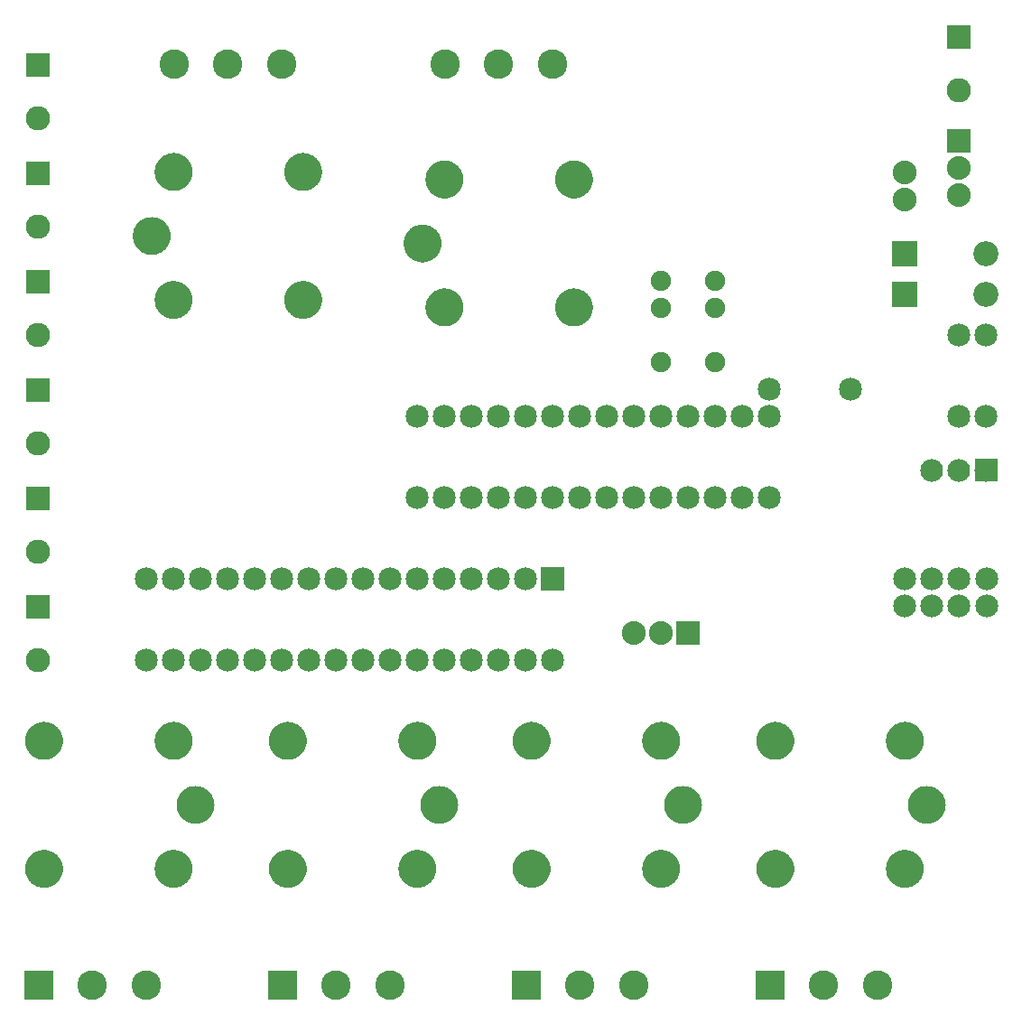
<source format=gbs>
G04 MADE WITH FRITZING*
G04 WWW.FRITZING.ORG*
G04 DOUBLE SIDED*
G04 HOLES PLATED*
G04 CONTOUR ON CENTER OF CONTOUR VECTOR*
%ASAXBY*%
%FSLAX23Y23*%
%MOIN*%
%OFA0B0*%
%SFA1.0B1.0*%
%ADD10C,0.090000*%
%ADD11C,0.085000*%
%ADD12C,0.084472*%
%ADD13C,0.109055*%
%ADD14C,0.084000*%
%ADD15C,0.092000*%
%ADD16C,0.088000*%
%ADD17C,0.075000*%
%ADD18R,0.090000X0.090000*%
%ADD19R,0.085000X0.085000*%
%ADD20R,0.109055X0.109055*%
%ADD21R,0.092000X0.092000*%
%ADD22R,0.088000X0.088000*%
%ADD23C,0.030000*%
%ADD24C,0.027109*%
%ADD25R,0.001000X0.001000*%
%LNMASK0*%
G90*
G70*
G54D10*
X250Y2102D03*
X250Y1905D03*
X250Y2502D03*
X250Y2305D03*
X250Y2902D03*
X250Y2705D03*
X250Y3302D03*
X250Y3105D03*
X250Y3702D03*
X250Y3505D03*
X250Y1702D03*
X250Y1505D03*
G54D11*
X2950Y2405D03*
X2950Y2105D03*
X2850Y2405D03*
X2850Y2105D03*
X2750Y2405D03*
X2750Y2105D03*
X2650Y2405D03*
X2650Y2105D03*
X2550Y2405D03*
X2550Y2105D03*
X2450Y2405D03*
X2450Y2105D03*
X2350Y2405D03*
X2350Y2105D03*
X2250Y2405D03*
X2250Y2105D03*
X2150Y2405D03*
X2150Y2105D03*
X2050Y2405D03*
X2050Y2105D03*
X1950Y2405D03*
X1950Y2105D03*
X1850Y2405D03*
X1850Y2105D03*
X1750Y2405D03*
X1750Y2105D03*
X1650Y2405D03*
X1650Y2105D03*
X2150Y1805D03*
X2150Y1505D03*
X2050Y1805D03*
X2050Y1505D03*
X1950Y1805D03*
X1950Y1505D03*
X1850Y1805D03*
X1850Y1505D03*
X1750Y1805D03*
X1750Y1505D03*
X1650Y1805D03*
X1650Y1505D03*
X1550Y1805D03*
X1550Y1505D03*
X1450Y1805D03*
X1450Y1505D03*
X1350Y1805D03*
X1350Y1505D03*
X1250Y1805D03*
X1250Y1505D03*
X1150Y1805D03*
X1150Y1505D03*
X1050Y1805D03*
X1050Y1505D03*
X950Y1805D03*
X950Y1505D03*
X850Y1805D03*
X850Y1505D03*
X750Y1805D03*
X750Y1505D03*
X650Y1805D03*
X650Y1505D03*
G54D12*
X3751Y1705D03*
X3751Y1805D03*
X3650Y1705D03*
X3650Y1805D03*
X3549Y1705D03*
X3549Y1805D03*
X3449Y1705D03*
X3449Y1805D03*
G54D13*
X2953Y305D03*
X3150Y305D03*
X3347Y305D03*
X2147Y3705D03*
X1950Y3705D03*
X1753Y3705D03*
X1153Y305D03*
X1350Y305D03*
X1547Y305D03*
X253Y305D03*
X450Y305D03*
X647Y305D03*
X1147Y3705D03*
X950Y3705D03*
X753Y3705D03*
X2053Y305D03*
X2250Y305D03*
X2447Y305D03*
G54D10*
X3650Y3805D03*
X3650Y3608D03*
G54D14*
X3750Y2205D03*
X3650Y2205D03*
X3550Y2205D03*
G54D11*
X3750Y2705D03*
X3750Y2405D03*
X3650Y2705D03*
X3650Y2405D03*
G54D15*
X3450Y2853D03*
X3748Y2853D03*
X3450Y3005D03*
X3748Y3005D03*
G54D16*
X3650Y3420D03*
X3650Y3320D03*
X3650Y3220D03*
X3450Y3305D03*
X3450Y3205D03*
G54D17*
X2550Y2605D03*
X2750Y2605D03*
X2750Y2905D03*
X2750Y2805D03*
X2550Y2905D03*
X2550Y2805D03*
G54D11*
X3250Y2505D03*
X2950Y2505D03*
G54D16*
X2650Y1605D03*
X2550Y1605D03*
X2450Y1605D03*
G54D18*
X250Y2102D03*
X250Y2502D03*
X250Y2902D03*
X250Y3302D03*
X250Y3702D03*
X250Y1702D03*
G54D19*
X2150Y1805D03*
G54D20*
X2953Y305D03*
X1153Y305D03*
X253Y305D03*
X2053Y305D03*
G54D18*
X3650Y3805D03*
G54D21*
X3449Y2853D03*
X3449Y3005D03*
G54D22*
X3650Y3420D03*
X2650Y1605D03*
G54D23*
G36*
X2978Y2377D02*
X2923Y2377D01*
X2923Y2432D01*
X2978Y2432D01*
X2978Y2377D01*
G37*
D02*
G36*
X1378Y1777D02*
X1323Y1777D01*
X1323Y1832D01*
X1378Y1832D01*
X1378Y1777D01*
G37*
D02*
G54D24*
G36*
X3722Y1676D02*
X3722Y1733D01*
X3779Y1733D01*
X3779Y1676D01*
X3722Y1676D01*
G37*
D02*
G36*
X3420Y1676D02*
X3420Y1733D01*
X3477Y1733D01*
X3477Y1676D01*
X3420Y1676D01*
G37*
D02*
G54D23*
G36*
X2186Y3665D02*
X2107Y3665D01*
X2107Y3744D01*
X2186Y3744D01*
X2186Y3665D01*
G37*
D02*
G36*
X1186Y3665D02*
X1107Y3665D01*
X1107Y3744D01*
X1186Y3744D01*
X1186Y3665D01*
G37*
D02*
G54D25*
X745Y3375D02*
X754Y3375D01*
X1223Y3375D02*
X1233Y3375D01*
X737Y3374D02*
X762Y3374D01*
X1216Y3374D02*
X1240Y3374D01*
X733Y3373D02*
X766Y3373D01*
X1211Y3373D02*
X1244Y3373D01*
X729Y3372D02*
X770Y3372D01*
X1207Y3372D02*
X1248Y3372D01*
X726Y3371D02*
X773Y3371D01*
X1204Y3371D02*
X1251Y3371D01*
X723Y3370D02*
X776Y3370D01*
X1202Y3370D02*
X1254Y3370D01*
X721Y3369D02*
X778Y3369D01*
X1199Y3369D02*
X1256Y3369D01*
X719Y3368D02*
X780Y3368D01*
X1197Y3368D02*
X1258Y3368D01*
X717Y3367D02*
X782Y3367D01*
X1195Y3367D02*
X1260Y3367D01*
X715Y3366D02*
X784Y3366D01*
X1194Y3366D02*
X1262Y3366D01*
X714Y3365D02*
X785Y3365D01*
X1192Y3365D02*
X1264Y3365D01*
X712Y3364D02*
X787Y3364D01*
X1190Y3364D02*
X1265Y3364D01*
X711Y3363D02*
X788Y3363D01*
X1189Y3363D02*
X1267Y3363D01*
X709Y3362D02*
X790Y3362D01*
X1188Y3362D02*
X1268Y3362D01*
X708Y3361D02*
X791Y3361D01*
X1186Y3361D02*
X1269Y3361D01*
X707Y3360D02*
X792Y3360D01*
X1185Y3360D02*
X1271Y3360D01*
X705Y3359D02*
X794Y3359D01*
X1184Y3359D02*
X1272Y3359D01*
X704Y3358D02*
X795Y3358D01*
X1182Y3358D02*
X1273Y3358D01*
X703Y3357D02*
X796Y3357D01*
X1181Y3357D02*
X1274Y3357D01*
X702Y3356D02*
X797Y3356D01*
X1180Y3356D02*
X1275Y3356D01*
X701Y3355D02*
X798Y3355D01*
X1179Y3355D02*
X1277Y3355D01*
X700Y3354D02*
X799Y3354D01*
X1178Y3354D02*
X1278Y3354D01*
X699Y3353D02*
X800Y3353D01*
X1177Y3353D02*
X1278Y3353D01*
X698Y3352D02*
X801Y3352D01*
X1176Y3352D02*
X1279Y3352D01*
X697Y3351D02*
X802Y3351D01*
X1175Y3351D02*
X1280Y3351D01*
X696Y3350D02*
X803Y3350D01*
X1175Y3350D02*
X1281Y3350D01*
X695Y3349D02*
X804Y3349D01*
X1174Y3349D02*
X1282Y3349D01*
X695Y3348D02*
X804Y3348D01*
X1173Y3348D02*
X1283Y3348D01*
X694Y3347D02*
X805Y3347D01*
X1172Y3347D02*
X1283Y3347D01*
X1741Y3347D02*
X1758Y3347D01*
X2219Y3347D02*
X2236Y3347D01*
X693Y3346D02*
X806Y3346D01*
X1172Y3346D02*
X1284Y3346D01*
X1735Y3346D02*
X1764Y3346D01*
X2213Y3346D02*
X2242Y3346D01*
X693Y3345D02*
X806Y3345D01*
X1171Y3345D02*
X1285Y3345D01*
X1731Y3345D02*
X1768Y3345D01*
X2209Y3345D02*
X2246Y3345D01*
X692Y3344D02*
X807Y3344D01*
X1170Y3344D02*
X1285Y3344D01*
X1728Y3344D02*
X1771Y3344D01*
X2206Y3344D02*
X2250Y3344D01*
X691Y3343D02*
X808Y3343D01*
X1170Y3343D02*
X1286Y3343D01*
X1725Y3343D02*
X1774Y3343D01*
X2203Y3343D02*
X2252Y3343D01*
X691Y3342D02*
X808Y3342D01*
X1169Y3342D02*
X1287Y3342D01*
X1722Y3342D02*
X1777Y3342D01*
X2201Y3342D02*
X2255Y3342D01*
X690Y3341D02*
X809Y3341D01*
X1168Y3341D02*
X1287Y3341D01*
X1720Y3341D02*
X1779Y3341D01*
X2199Y3341D02*
X2257Y3341D01*
X689Y3340D02*
X810Y3340D01*
X1168Y3340D02*
X1288Y3340D01*
X1718Y3340D02*
X1781Y3340D01*
X2197Y3340D02*
X2259Y3340D01*
X689Y3339D02*
X810Y3339D01*
X1167Y3339D02*
X1289Y3339D01*
X1716Y3339D02*
X1783Y3339D01*
X2195Y3339D02*
X2261Y3339D01*
X688Y3338D02*
X811Y3338D01*
X1167Y3338D02*
X1289Y3338D01*
X1715Y3338D02*
X1784Y3338D01*
X2193Y3338D02*
X2263Y3338D01*
X688Y3337D02*
X811Y3337D01*
X1166Y3337D02*
X1290Y3337D01*
X1713Y3337D02*
X1786Y3337D01*
X2191Y3337D02*
X2264Y3337D01*
X687Y3336D02*
X812Y3336D01*
X1166Y3336D02*
X1290Y3336D01*
X1711Y3336D02*
X1788Y3336D01*
X2190Y3336D02*
X2266Y3336D01*
X687Y3335D02*
X812Y3335D01*
X1165Y3335D02*
X1291Y3335D01*
X1710Y3335D02*
X1789Y3335D01*
X2188Y3335D02*
X2267Y3335D01*
X686Y3334D02*
X813Y3334D01*
X1165Y3334D02*
X1291Y3334D01*
X1709Y3334D02*
X1790Y3334D01*
X2187Y3334D02*
X2269Y3334D01*
X686Y3333D02*
X813Y3333D01*
X1164Y3333D02*
X1292Y3333D01*
X1707Y3333D02*
X1792Y3333D01*
X2186Y3333D02*
X2270Y3333D01*
X685Y3332D02*
X814Y3332D01*
X1164Y3332D02*
X1292Y3332D01*
X1706Y3332D02*
X1793Y3332D01*
X2184Y3332D02*
X2271Y3332D01*
X685Y3331D02*
X814Y3331D01*
X1163Y3331D02*
X1292Y3331D01*
X1705Y3331D02*
X1794Y3331D01*
X2183Y3331D02*
X2273Y3331D01*
X685Y3330D02*
X814Y3330D01*
X1163Y3330D02*
X1293Y3330D01*
X1704Y3330D02*
X1795Y3330D01*
X2182Y3330D02*
X2274Y3330D01*
X684Y3329D02*
X815Y3329D01*
X1163Y3329D02*
X1293Y3329D01*
X1702Y3329D02*
X1797Y3329D01*
X2181Y3329D02*
X2275Y3329D01*
X684Y3328D02*
X815Y3328D01*
X1162Y3328D02*
X1293Y3328D01*
X1701Y3328D02*
X1798Y3328D01*
X2180Y3328D02*
X2276Y3328D01*
X684Y3327D02*
X815Y3327D01*
X1162Y3327D02*
X1294Y3327D01*
X1700Y3327D02*
X1799Y3327D01*
X2179Y3327D02*
X2277Y3327D01*
X683Y3326D02*
X816Y3326D01*
X1162Y3326D02*
X1294Y3326D01*
X1699Y3326D02*
X1800Y3326D01*
X2178Y3326D02*
X2278Y3326D01*
X683Y3325D02*
X816Y3325D01*
X1161Y3325D02*
X1294Y3325D01*
X1699Y3325D02*
X1800Y3325D01*
X2177Y3325D02*
X2279Y3325D01*
X683Y3324D02*
X816Y3324D01*
X1161Y3324D02*
X1295Y3324D01*
X1698Y3324D02*
X1801Y3324D01*
X2176Y3324D02*
X2280Y3324D01*
X682Y3323D02*
X817Y3323D01*
X1161Y3323D02*
X1295Y3323D01*
X1697Y3323D02*
X1802Y3323D01*
X2175Y3323D02*
X2281Y3323D01*
X682Y3322D02*
X817Y3322D01*
X1161Y3322D02*
X1295Y3322D01*
X1696Y3322D02*
X1803Y3322D01*
X2174Y3322D02*
X2281Y3322D01*
X682Y3321D02*
X817Y3321D01*
X1160Y3321D02*
X1295Y3321D01*
X1695Y3321D02*
X1804Y3321D01*
X2174Y3321D02*
X2282Y3321D01*
X682Y3320D02*
X817Y3320D01*
X1160Y3320D02*
X1296Y3320D01*
X1694Y3320D02*
X1805Y3320D01*
X2173Y3320D02*
X2283Y3320D01*
X682Y3319D02*
X817Y3319D01*
X1160Y3319D02*
X1296Y3319D01*
X1694Y3319D02*
X1805Y3319D01*
X2172Y3319D02*
X2284Y3319D01*
X681Y3318D02*
X818Y3318D01*
X1160Y3318D02*
X1296Y3318D01*
X1693Y3318D02*
X1806Y3318D01*
X2171Y3318D02*
X2284Y3318D01*
X681Y3317D02*
X818Y3317D01*
X1160Y3317D02*
X1296Y3317D01*
X1692Y3317D02*
X1807Y3317D01*
X2171Y3317D02*
X2285Y3317D01*
X681Y3316D02*
X818Y3316D01*
X1159Y3316D02*
X1296Y3316D01*
X1692Y3316D02*
X1807Y3316D01*
X2170Y3316D02*
X2286Y3316D01*
X681Y3315D02*
X818Y3315D01*
X1159Y3315D02*
X1296Y3315D01*
X1691Y3315D02*
X1808Y3315D01*
X2169Y3315D02*
X2286Y3315D01*
X681Y3314D02*
X818Y3314D01*
X1159Y3314D02*
X1297Y3314D01*
X1690Y3314D02*
X1809Y3314D01*
X2169Y3314D02*
X2287Y3314D01*
X681Y3313D02*
X818Y3313D01*
X1159Y3313D02*
X1297Y3313D01*
X1690Y3313D02*
X1809Y3313D01*
X2168Y3313D02*
X2288Y3313D01*
X680Y3312D02*
X819Y3312D01*
X1159Y3312D02*
X1297Y3312D01*
X1689Y3312D02*
X1810Y3312D01*
X2167Y3312D02*
X2288Y3312D01*
X680Y3311D02*
X819Y3311D01*
X1159Y3311D02*
X1297Y3311D01*
X1688Y3311D02*
X1810Y3311D01*
X2167Y3311D02*
X2289Y3311D01*
X680Y3310D02*
X819Y3310D01*
X1159Y3310D02*
X1297Y3310D01*
X1688Y3310D02*
X1811Y3310D01*
X2166Y3310D02*
X2289Y3310D01*
X680Y3309D02*
X819Y3309D01*
X1159Y3309D02*
X1297Y3309D01*
X1687Y3309D02*
X1811Y3309D01*
X2166Y3309D02*
X2290Y3309D01*
X680Y3308D02*
X819Y3308D01*
X1159Y3308D02*
X1297Y3308D01*
X1687Y3308D02*
X1812Y3308D01*
X2165Y3308D02*
X2290Y3308D01*
X680Y3307D02*
X819Y3307D01*
X1158Y3307D02*
X1297Y3307D01*
X1687Y3307D02*
X1812Y3307D01*
X2165Y3307D02*
X2291Y3307D01*
X680Y3306D02*
X819Y3306D01*
X1158Y3306D02*
X1297Y3306D01*
X1686Y3306D02*
X1813Y3306D01*
X2164Y3306D02*
X2291Y3306D01*
X680Y3305D02*
X819Y3305D01*
X1158Y3305D02*
X1297Y3305D01*
X1686Y3305D02*
X1813Y3305D01*
X2164Y3305D02*
X2292Y3305D01*
X680Y3304D02*
X819Y3304D01*
X1158Y3304D02*
X1297Y3304D01*
X1685Y3304D02*
X1814Y3304D01*
X2164Y3304D02*
X2292Y3304D01*
X680Y3303D02*
X819Y3303D01*
X1159Y3303D02*
X1297Y3303D01*
X1685Y3303D02*
X1814Y3303D01*
X2163Y3303D02*
X2293Y3303D01*
X680Y3302D02*
X819Y3302D01*
X1159Y3302D02*
X1297Y3302D01*
X1684Y3302D02*
X1815Y3302D01*
X2163Y3302D02*
X2293Y3302D01*
X680Y3301D02*
X819Y3301D01*
X1159Y3301D02*
X1297Y3301D01*
X1684Y3301D02*
X1815Y3301D01*
X2162Y3301D02*
X2293Y3301D01*
X680Y3300D02*
X819Y3300D01*
X1159Y3300D02*
X1297Y3300D01*
X1684Y3300D02*
X1815Y3300D01*
X2162Y3300D02*
X2294Y3300D01*
X680Y3299D02*
X819Y3299D01*
X1159Y3299D02*
X1297Y3299D01*
X1683Y3299D02*
X1816Y3299D01*
X2162Y3299D02*
X2294Y3299D01*
X681Y3298D02*
X818Y3298D01*
X1159Y3298D02*
X1297Y3298D01*
X1683Y3298D02*
X1816Y3298D01*
X2161Y3298D02*
X2294Y3298D01*
X681Y3297D02*
X818Y3297D01*
X1159Y3297D02*
X1297Y3297D01*
X1683Y3297D02*
X1816Y3297D01*
X2161Y3297D02*
X2294Y3297D01*
X681Y3296D02*
X818Y3296D01*
X1159Y3296D02*
X1296Y3296D01*
X1683Y3296D02*
X1816Y3296D01*
X2161Y3296D02*
X2295Y3296D01*
X681Y3295D02*
X818Y3295D01*
X1159Y3295D02*
X1296Y3295D01*
X1682Y3295D02*
X1817Y3295D01*
X2161Y3295D02*
X2295Y3295D01*
X681Y3294D02*
X818Y3294D01*
X1160Y3294D02*
X1296Y3294D01*
X1682Y3294D02*
X1817Y3294D01*
X2160Y3294D02*
X2295Y3294D01*
X681Y3293D02*
X818Y3293D01*
X1160Y3293D02*
X1296Y3293D01*
X1682Y3293D02*
X1817Y3293D01*
X2160Y3293D02*
X2295Y3293D01*
X681Y3292D02*
X818Y3292D01*
X1160Y3292D02*
X1296Y3292D01*
X1682Y3292D02*
X1817Y3292D01*
X2160Y3292D02*
X2296Y3292D01*
X682Y3291D02*
X817Y3291D01*
X1160Y3291D02*
X1296Y3291D01*
X1681Y3291D02*
X1818Y3291D01*
X2160Y3291D02*
X2296Y3291D01*
X682Y3290D02*
X817Y3290D01*
X1160Y3290D02*
X1295Y3290D01*
X1681Y3290D02*
X1818Y3290D01*
X2160Y3290D02*
X2296Y3290D01*
X682Y3289D02*
X817Y3289D01*
X1161Y3289D02*
X1295Y3289D01*
X1681Y3289D02*
X1818Y3289D01*
X2159Y3289D02*
X2296Y3289D01*
X682Y3288D02*
X817Y3288D01*
X1161Y3288D02*
X1295Y3288D01*
X1681Y3288D02*
X1818Y3288D01*
X2159Y3288D02*
X2296Y3288D01*
X683Y3287D02*
X816Y3287D01*
X1161Y3287D02*
X1295Y3287D01*
X1681Y3287D02*
X1818Y3287D01*
X2159Y3287D02*
X2297Y3287D01*
X683Y3286D02*
X816Y3286D01*
X1161Y3286D02*
X1294Y3286D01*
X1681Y3286D02*
X1818Y3286D01*
X2159Y3286D02*
X2297Y3286D01*
X683Y3285D02*
X816Y3285D01*
X1162Y3285D02*
X1294Y3285D01*
X1681Y3285D02*
X1818Y3285D01*
X2159Y3285D02*
X2297Y3285D01*
X683Y3284D02*
X816Y3284D01*
X1162Y3284D02*
X1294Y3284D01*
X1680Y3284D02*
X1819Y3284D01*
X2159Y3284D02*
X2297Y3284D01*
X684Y3283D02*
X815Y3283D01*
X1162Y3283D02*
X1294Y3283D01*
X1680Y3283D02*
X1819Y3283D01*
X2159Y3283D02*
X2297Y3283D01*
X684Y3282D02*
X815Y3282D01*
X1163Y3282D02*
X1293Y3282D01*
X1680Y3282D02*
X1819Y3282D01*
X2159Y3282D02*
X2297Y3282D01*
X685Y3281D02*
X814Y3281D01*
X1163Y3281D02*
X1293Y3281D01*
X1680Y3281D02*
X1819Y3281D01*
X2159Y3281D02*
X2297Y3281D01*
X685Y3280D02*
X814Y3280D01*
X1163Y3280D02*
X1292Y3280D01*
X1680Y3280D02*
X1819Y3280D01*
X2159Y3280D02*
X2297Y3280D01*
X685Y3279D02*
X814Y3279D01*
X1164Y3279D02*
X1292Y3279D01*
X1680Y3279D02*
X1819Y3279D01*
X2158Y3279D02*
X2297Y3279D01*
X686Y3278D02*
X813Y3278D01*
X1164Y3278D02*
X1292Y3278D01*
X1680Y3278D02*
X1819Y3278D01*
X2158Y3278D02*
X2297Y3278D01*
X686Y3277D02*
X813Y3277D01*
X1164Y3277D02*
X1291Y3277D01*
X1680Y3277D02*
X1819Y3277D01*
X2158Y3277D02*
X2297Y3277D01*
X687Y3276D02*
X812Y3276D01*
X1165Y3276D02*
X1291Y3276D01*
X1680Y3276D02*
X1819Y3276D01*
X2158Y3276D02*
X2297Y3276D01*
X687Y3275D02*
X812Y3275D01*
X1165Y3275D02*
X1290Y3275D01*
X1680Y3275D02*
X1819Y3275D01*
X2159Y3275D02*
X2297Y3275D01*
X688Y3274D02*
X811Y3274D01*
X1166Y3274D02*
X1290Y3274D01*
X1680Y3274D02*
X1819Y3274D01*
X2159Y3274D02*
X2297Y3274D01*
X688Y3273D02*
X811Y3273D01*
X1166Y3273D02*
X1289Y3273D01*
X1680Y3273D02*
X1819Y3273D01*
X2159Y3273D02*
X2297Y3273D01*
X689Y3272D02*
X810Y3272D01*
X1167Y3272D02*
X1289Y3272D01*
X1680Y3272D02*
X1819Y3272D01*
X2159Y3272D02*
X2297Y3272D01*
X689Y3271D02*
X810Y3271D01*
X1168Y3271D02*
X1288Y3271D01*
X1680Y3271D02*
X1819Y3271D01*
X2159Y3271D02*
X2297Y3271D01*
X690Y3270D02*
X809Y3270D01*
X1168Y3270D02*
X1288Y3270D01*
X1681Y3270D02*
X1818Y3270D01*
X2159Y3270D02*
X2297Y3270D01*
X690Y3269D02*
X809Y3269D01*
X1169Y3269D02*
X1287Y3269D01*
X1681Y3269D02*
X1818Y3269D01*
X2159Y3269D02*
X2297Y3269D01*
X691Y3268D02*
X808Y3268D01*
X1169Y3268D02*
X1286Y3268D01*
X1681Y3268D02*
X1818Y3268D01*
X2159Y3268D02*
X2296Y3268D01*
X692Y3267D02*
X807Y3267D01*
X1170Y3267D02*
X1286Y3267D01*
X1681Y3267D02*
X1818Y3267D01*
X2159Y3267D02*
X2296Y3267D01*
X692Y3266D02*
X807Y3266D01*
X1171Y3266D02*
X1285Y3266D01*
X1681Y3266D02*
X1818Y3266D01*
X2160Y3266D02*
X2296Y3266D01*
X693Y3265D02*
X806Y3265D01*
X1171Y3265D02*
X1284Y3265D01*
X1681Y3265D02*
X1818Y3265D01*
X2160Y3265D02*
X2296Y3265D01*
X694Y3264D02*
X805Y3264D01*
X1172Y3264D02*
X1284Y3264D01*
X1682Y3264D02*
X1817Y3264D01*
X2160Y3264D02*
X2296Y3264D01*
X695Y3263D02*
X804Y3263D01*
X1173Y3263D02*
X1283Y3263D01*
X1682Y3263D02*
X1817Y3263D01*
X2160Y3263D02*
X2296Y3263D01*
X695Y3262D02*
X804Y3262D01*
X1174Y3262D02*
X1282Y3262D01*
X1682Y3262D02*
X1817Y3262D01*
X2160Y3262D02*
X2295Y3262D01*
X696Y3261D02*
X803Y3261D01*
X1174Y3261D02*
X1281Y3261D01*
X1682Y3261D02*
X1817Y3261D01*
X2161Y3261D02*
X2295Y3261D01*
X697Y3260D02*
X802Y3260D01*
X1175Y3260D02*
X1280Y3260D01*
X1683Y3260D02*
X1816Y3260D01*
X2161Y3260D02*
X2295Y3260D01*
X698Y3259D02*
X801Y3259D01*
X1176Y3259D02*
X1280Y3259D01*
X1683Y3259D02*
X1816Y3259D01*
X2161Y3259D02*
X2295Y3259D01*
X699Y3258D02*
X800Y3258D01*
X1177Y3258D02*
X1279Y3258D01*
X1683Y3258D02*
X1816Y3258D01*
X2161Y3258D02*
X2294Y3258D01*
X700Y3257D02*
X799Y3257D01*
X1178Y3257D02*
X1278Y3257D01*
X1683Y3257D02*
X1816Y3257D01*
X2162Y3257D02*
X2294Y3257D01*
X700Y3256D02*
X799Y3256D01*
X1179Y3256D02*
X1277Y3256D01*
X1684Y3256D02*
X1815Y3256D01*
X2162Y3256D02*
X2294Y3256D01*
X702Y3255D02*
X797Y3255D01*
X1180Y3255D02*
X1276Y3255D01*
X1684Y3255D02*
X1815Y3255D01*
X2162Y3255D02*
X2293Y3255D01*
X703Y3254D02*
X796Y3254D01*
X1181Y3254D02*
X1275Y3254D01*
X1684Y3254D02*
X1815Y3254D01*
X2163Y3254D02*
X2293Y3254D01*
X704Y3253D02*
X795Y3253D01*
X1182Y3253D02*
X1274Y3253D01*
X1685Y3253D02*
X1814Y3253D01*
X2163Y3253D02*
X2293Y3253D01*
X705Y3252D02*
X794Y3252D01*
X1183Y3252D02*
X1272Y3252D01*
X1685Y3252D02*
X1814Y3252D01*
X2163Y3252D02*
X2292Y3252D01*
X706Y3251D02*
X793Y3251D01*
X1184Y3251D02*
X1271Y3251D01*
X1685Y3251D02*
X1814Y3251D01*
X2164Y3251D02*
X2292Y3251D01*
X707Y3250D02*
X791Y3250D01*
X1186Y3250D02*
X1270Y3250D01*
X1686Y3250D02*
X1813Y3250D01*
X2164Y3250D02*
X2292Y3250D01*
X709Y3249D02*
X790Y3249D01*
X1187Y3249D02*
X1268Y3249D01*
X1686Y3249D02*
X1813Y3249D01*
X2165Y3249D02*
X2291Y3249D01*
X710Y3248D02*
X789Y3248D01*
X1189Y3248D02*
X1267Y3248D01*
X1687Y3248D02*
X1812Y3248D01*
X2165Y3248D02*
X2291Y3248D01*
X712Y3247D02*
X787Y3247D01*
X1190Y3247D02*
X1266Y3247D01*
X1687Y3247D02*
X1812Y3247D01*
X2166Y3247D02*
X2290Y3247D01*
X713Y3246D02*
X786Y3246D01*
X1192Y3246D02*
X1264Y3246D01*
X1688Y3246D02*
X1811Y3246D01*
X2166Y3246D02*
X2290Y3246D01*
X715Y3245D02*
X784Y3245D01*
X1193Y3245D02*
X1262Y3245D01*
X1688Y3245D02*
X1811Y3245D01*
X2167Y3245D02*
X2289Y3245D01*
X717Y3244D02*
X782Y3244D01*
X1195Y3244D02*
X1261Y3244D01*
X1689Y3244D02*
X1810Y3244D01*
X2167Y3244D02*
X2288Y3244D01*
X719Y3243D02*
X780Y3243D01*
X1197Y3243D02*
X1259Y3243D01*
X1689Y3243D02*
X1810Y3243D01*
X2168Y3243D02*
X2288Y3243D01*
X721Y3242D02*
X778Y3242D01*
X1199Y3242D02*
X1257Y3242D01*
X1690Y3242D02*
X1809Y3242D01*
X2168Y3242D02*
X2287Y3242D01*
X723Y3241D02*
X776Y3241D01*
X1201Y3241D02*
X1255Y3241D01*
X1691Y3241D02*
X1808Y3241D01*
X2169Y3241D02*
X2287Y3241D01*
X725Y3240D02*
X774Y3240D01*
X1204Y3240D02*
X1252Y3240D01*
X1691Y3240D02*
X1808Y3240D01*
X2170Y3240D02*
X2286Y3240D01*
X728Y3239D02*
X771Y3239D01*
X1206Y3239D02*
X1249Y3239D01*
X1692Y3239D02*
X1807Y3239D01*
X2170Y3239D02*
X2285Y3239D01*
X732Y3238D02*
X767Y3238D01*
X1210Y3238D02*
X1246Y3238D01*
X1693Y3238D02*
X1806Y3238D01*
X2171Y3238D02*
X2285Y3238D01*
X736Y3237D02*
X763Y3237D01*
X1214Y3237D02*
X1242Y3237D01*
X1693Y3237D02*
X1806Y3237D01*
X2172Y3237D02*
X2284Y3237D01*
X742Y3236D02*
X757Y3236D01*
X1220Y3236D02*
X1235Y3236D01*
X1694Y3236D02*
X1805Y3236D01*
X2172Y3236D02*
X2283Y3236D01*
X1695Y3235D02*
X1804Y3235D01*
X2173Y3235D02*
X2282Y3235D01*
X1696Y3234D02*
X1803Y3234D01*
X2174Y3234D02*
X2282Y3234D01*
X1696Y3233D02*
X1803Y3233D01*
X2175Y3233D02*
X2281Y3233D01*
X1697Y3232D02*
X1802Y3232D01*
X2176Y3232D02*
X2280Y3232D01*
X1698Y3231D02*
X1801Y3231D01*
X2176Y3231D02*
X2279Y3231D01*
X1699Y3230D02*
X1800Y3230D01*
X2177Y3230D02*
X2278Y3230D01*
X1700Y3229D02*
X1799Y3229D01*
X2178Y3229D02*
X2277Y3229D01*
X1701Y3228D02*
X1798Y3228D01*
X2179Y3228D02*
X2276Y3228D01*
X1702Y3227D02*
X1797Y3227D01*
X2180Y3227D02*
X2275Y3227D01*
X1703Y3226D02*
X1796Y3226D01*
X2181Y3226D02*
X2274Y3226D01*
X1704Y3225D02*
X1795Y3225D01*
X2183Y3225D02*
X2273Y3225D01*
X1705Y3224D02*
X1794Y3224D01*
X2184Y3224D02*
X2272Y3224D01*
X1707Y3223D02*
X1792Y3223D01*
X2185Y3223D02*
X2271Y3223D01*
X1708Y3222D02*
X1791Y3222D01*
X2186Y3222D02*
X2269Y3222D01*
X1709Y3221D02*
X1790Y3221D01*
X2188Y3221D02*
X2268Y3221D01*
X1711Y3220D02*
X1788Y3220D01*
X2189Y3220D02*
X2267Y3220D01*
X1712Y3219D02*
X1787Y3219D01*
X2191Y3219D02*
X2265Y3219D01*
X1714Y3218D02*
X1785Y3218D01*
X2192Y3218D02*
X2263Y3218D01*
X1716Y3217D02*
X1783Y3217D01*
X2194Y3217D02*
X2262Y3217D01*
X1717Y3216D02*
X1782Y3216D01*
X2196Y3216D02*
X2260Y3216D01*
X1719Y3215D02*
X1780Y3215D01*
X2198Y3215D02*
X2258Y3215D01*
X1721Y3214D02*
X1778Y3214D01*
X2200Y3214D02*
X2256Y3214D01*
X1724Y3213D02*
X1775Y3213D01*
X2202Y3213D02*
X2254Y3213D01*
X1727Y3212D02*
X1772Y3212D01*
X2205Y3212D02*
X2251Y3212D01*
X1730Y3211D02*
X1769Y3211D01*
X2208Y3211D02*
X2248Y3211D01*
X1734Y3210D02*
X1765Y3210D01*
X2212Y3210D02*
X2244Y3210D01*
X1738Y3209D02*
X1761Y3209D01*
X2217Y3209D02*
X2239Y3209D01*
X1747Y3208D02*
X1752Y3208D01*
X2226Y3208D02*
X2230Y3208D01*
X668Y3139D02*
X670Y3139D01*
X658Y3138D02*
X680Y3138D01*
X653Y3137D02*
X685Y3137D01*
X649Y3136D02*
X689Y3136D01*
X646Y3135D02*
X692Y3135D01*
X643Y3134D02*
X694Y3134D01*
X641Y3133D02*
X697Y3133D01*
X639Y3132D02*
X699Y3132D01*
X637Y3131D02*
X701Y3131D01*
X635Y3130D02*
X703Y3130D01*
X633Y3129D02*
X704Y3129D01*
X632Y3128D02*
X706Y3128D01*
X630Y3127D02*
X707Y3127D01*
X629Y3126D02*
X709Y3126D01*
X627Y3125D02*
X710Y3125D01*
X626Y3124D02*
X711Y3124D01*
X625Y3123D02*
X713Y3123D01*
X624Y3122D02*
X714Y3122D01*
X622Y3121D02*
X715Y3121D01*
X621Y3120D02*
X716Y3120D01*
X620Y3119D02*
X717Y3119D01*
X619Y3118D02*
X718Y3118D01*
X618Y3117D02*
X719Y3117D01*
X617Y3116D02*
X720Y3116D01*
X617Y3115D02*
X721Y3115D01*
X616Y3114D02*
X722Y3114D01*
X615Y3113D02*
X723Y3113D01*
X614Y3112D02*
X723Y3112D01*
X613Y3111D02*
X724Y3111D01*
X1662Y3111D02*
X1676Y3111D01*
X613Y3110D02*
X725Y3110D01*
X1655Y3110D02*
X1682Y3110D01*
X612Y3109D02*
X726Y3109D01*
X1651Y3109D02*
X1686Y3109D01*
X611Y3108D02*
X726Y3108D01*
X1648Y3108D02*
X1690Y3108D01*
X611Y3107D02*
X727Y3107D01*
X1645Y3107D02*
X1693Y3107D01*
X610Y3106D02*
X728Y3106D01*
X1642Y3106D02*
X1696Y3106D01*
X609Y3105D02*
X728Y3105D01*
X1640Y3105D02*
X1698Y3105D01*
X609Y3104D02*
X729Y3104D01*
X1638Y3104D02*
X1700Y3104D01*
X608Y3103D02*
X729Y3103D01*
X1636Y3103D02*
X1702Y3103D01*
X608Y3102D02*
X730Y3102D01*
X1634Y3102D02*
X1703Y3102D01*
X607Y3101D02*
X730Y3101D01*
X1633Y3101D02*
X1705Y3101D01*
X607Y3100D02*
X731Y3100D01*
X1631Y3100D02*
X1707Y3100D01*
X606Y3099D02*
X731Y3099D01*
X1630Y3099D02*
X1708Y3099D01*
X606Y3098D02*
X732Y3098D01*
X1628Y3098D02*
X1709Y3098D01*
X605Y3097D02*
X732Y3097D01*
X1627Y3097D02*
X1711Y3097D01*
X605Y3096D02*
X733Y3096D01*
X1625Y3096D02*
X1712Y3096D01*
X604Y3095D02*
X733Y3095D01*
X1624Y3095D02*
X1713Y3095D01*
X604Y3094D02*
X734Y3094D01*
X1623Y3094D02*
X1714Y3094D01*
X604Y3093D02*
X734Y3093D01*
X1622Y3093D02*
X1716Y3093D01*
X603Y3092D02*
X734Y3092D01*
X1621Y3092D02*
X1717Y3092D01*
X603Y3091D02*
X735Y3091D01*
X1620Y3091D02*
X1718Y3091D01*
X603Y3090D02*
X735Y3090D01*
X1619Y3090D02*
X1719Y3090D01*
X602Y3089D02*
X735Y3089D01*
X1618Y3089D02*
X1720Y3089D01*
X602Y3088D02*
X735Y3088D01*
X1617Y3088D02*
X1720Y3088D01*
X602Y3087D02*
X736Y3087D01*
X1616Y3087D02*
X1721Y3087D01*
X602Y3086D02*
X736Y3086D01*
X1615Y3086D02*
X1722Y3086D01*
X601Y3085D02*
X736Y3085D01*
X1615Y3085D02*
X1723Y3085D01*
X601Y3084D02*
X736Y3084D01*
X1614Y3084D02*
X1724Y3084D01*
X601Y3083D02*
X737Y3083D01*
X1613Y3083D02*
X1724Y3083D01*
X601Y3082D02*
X737Y3082D01*
X1612Y3082D02*
X1725Y3082D01*
X601Y3081D02*
X737Y3081D01*
X1612Y3081D02*
X1726Y3081D01*
X600Y3080D02*
X737Y3080D01*
X1611Y3080D02*
X1727Y3080D01*
X600Y3079D02*
X737Y3079D01*
X1610Y3079D02*
X1727Y3079D01*
X600Y3078D02*
X738Y3078D01*
X1610Y3078D02*
X1728Y3078D01*
X600Y3077D02*
X738Y3077D01*
X1609Y3077D02*
X1728Y3077D01*
X600Y3076D02*
X738Y3076D01*
X1609Y3076D02*
X1729Y3076D01*
X600Y3075D02*
X738Y3075D01*
X1608Y3075D02*
X1730Y3075D01*
X600Y3074D02*
X738Y3074D01*
X1607Y3074D02*
X1730Y3074D01*
X600Y3073D02*
X738Y3073D01*
X1607Y3073D02*
X1731Y3073D01*
X600Y3072D02*
X738Y3072D01*
X1606Y3072D02*
X1731Y3072D01*
X599Y3071D02*
X738Y3071D01*
X1606Y3071D02*
X1732Y3071D01*
X599Y3070D02*
X738Y3070D01*
X1605Y3070D02*
X1732Y3070D01*
X599Y3069D02*
X738Y3069D01*
X1605Y3069D02*
X1733Y3069D01*
X599Y3068D02*
X738Y3068D01*
X1605Y3068D02*
X1733Y3068D01*
X599Y3067D02*
X738Y3067D01*
X1604Y3067D02*
X1733Y3067D01*
X600Y3066D02*
X738Y3066D01*
X1604Y3066D02*
X1734Y3066D01*
X600Y3065D02*
X738Y3065D01*
X1603Y3065D02*
X1734Y3065D01*
X600Y3064D02*
X738Y3064D01*
X1603Y3064D02*
X1734Y3064D01*
X600Y3063D02*
X738Y3063D01*
X1603Y3063D02*
X1735Y3063D01*
X600Y3062D02*
X738Y3062D01*
X1602Y3062D02*
X1735Y3062D01*
X600Y3061D02*
X738Y3061D01*
X1602Y3061D02*
X1735Y3061D01*
X600Y3060D02*
X737Y3060D01*
X1602Y3060D02*
X1736Y3060D01*
X600Y3059D02*
X737Y3059D01*
X1602Y3059D02*
X1736Y3059D01*
X600Y3058D02*
X737Y3058D01*
X1601Y3058D02*
X1736Y3058D01*
X601Y3057D02*
X737Y3057D01*
X1601Y3057D02*
X1736Y3057D01*
X601Y3056D02*
X737Y3056D01*
X1601Y3056D02*
X1737Y3056D01*
X601Y3055D02*
X737Y3055D01*
X1601Y3055D02*
X1737Y3055D01*
X601Y3054D02*
X736Y3054D01*
X1601Y3054D02*
X1737Y3054D01*
X601Y3053D02*
X736Y3053D01*
X1600Y3053D02*
X1737Y3053D01*
X602Y3052D02*
X736Y3052D01*
X1600Y3052D02*
X1737Y3052D01*
X602Y3051D02*
X736Y3051D01*
X1600Y3051D02*
X1737Y3051D01*
X602Y3050D02*
X735Y3050D01*
X1600Y3050D02*
X1738Y3050D01*
X602Y3049D02*
X735Y3049D01*
X1600Y3049D02*
X1738Y3049D01*
X603Y3048D02*
X735Y3048D01*
X1600Y3048D02*
X1738Y3048D01*
X603Y3047D02*
X735Y3047D01*
X1600Y3047D02*
X1738Y3047D01*
X603Y3046D02*
X734Y3046D01*
X1600Y3046D02*
X1738Y3046D01*
X604Y3045D02*
X734Y3045D01*
X1600Y3045D02*
X1738Y3045D01*
X604Y3044D02*
X733Y3044D01*
X1599Y3044D02*
X1738Y3044D01*
X604Y3043D02*
X733Y3043D01*
X1599Y3043D02*
X1738Y3043D01*
X605Y3042D02*
X733Y3042D01*
X1599Y3042D02*
X1738Y3042D01*
X605Y3041D02*
X732Y3041D01*
X1599Y3041D02*
X1738Y3041D01*
X606Y3040D02*
X732Y3040D01*
X1599Y3040D02*
X1738Y3040D01*
X606Y3039D02*
X731Y3039D01*
X1599Y3039D02*
X1738Y3039D01*
X607Y3038D02*
X731Y3038D01*
X1600Y3038D02*
X1738Y3038D01*
X607Y3037D02*
X730Y3037D01*
X1600Y3037D02*
X1738Y3037D01*
X608Y3036D02*
X730Y3036D01*
X1600Y3036D02*
X1738Y3036D01*
X608Y3035D02*
X729Y3035D01*
X1600Y3035D02*
X1738Y3035D01*
X609Y3034D02*
X729Y3034D01*
X1600Y3034D02*
X1738Y3034D01*
X610Y3033D02*
X728Y3033D01*
X1600Y3033D02*
X1738Y3033D01*
X610Y3032D02*
X727Y3032D01*
X1600Y3032D02*
X1737Y3032D01*
X611Y3031D02*
X727Y3031D01*
X1600Y3031D02*
X1737Y3031D01*
X611Y3030D02*
X726Y3030D01*
X1600Y3030D02*
X1737Y3030D01*
X612Y3029D02*
X725Y3029D01*
X1601Y3029D02*
X1737Y3029D01*
X613Y3028D02*
X725Y3028D01*
X1601Y3028D02*
X1737Y3028D01*
X614Y3027D02*
X724Y3027D01*
X1601Y3027D02*
X1737Y3027D01*
X614Y3026D02*
X723Y3026D01*
X1601Y3026D02*
X1736Y3026D01*
X615Y3025D02*
X722Y3025D01*
X1602Y3025D02*
X1736Y3025D01*
X616Y3024D02*
X722Y3024D01*
X1602Y3024D02*
X1736Y3024D01*
X617Y3023D02*
X721Y3023D01*
X1602Y3023D02*
X1736Y3023D01*
X618Y3022D02*
X720Y3022D01*
X1602Y3022D02*
X1735Y3022D01*
X619Y3021D02*
X719Y3021D01*
X1603Y3021D02*
X1735Y3021D01*
X620Y3020D02*
X718Y3020D01*
X1603Y3020D02*
X1735Y3020D01*
X621Y3019D02*
X717Y3019D01*
X1603Y3019D02*
X1734Y3019D01*
X622Y3018D02*
X716Y3018D01*
X1604Y3018D02*
X1734Y3018D01*
X623Y3017D02*
X715Y3017D01*
X1604Y3017D02*
X1734Y3017D01*
X624Y3016D02*
X714Y3016D01*
X1604Y3016D02*
X1733Y3016D01*
X625Y3015D02*
X712Y3015D01*
X1605Y3015D02*
X1733Y3015D01*
X627Y3014D02*
X711Y3014D01*
X1605Y3014D02*
X1733Y3014D01*
X628Y3013D02*
X710Y3013D01*
X1606Y3013D02*
X1732Y3013D01*
X629Y3012D02*
X708Y3012D01*
X1606Y3012D02*
X1732Y3012D01*
X631Y3011D02*
X707Y3011D01*
X1606Y3011D02*
X1731Y3011D01*
X632Y3010D02*
X705Y3010D01*
X1607Y3010D02*
X1731Y3010D01*
X634Y3009D02*
X704Y3009D01*
X1607Y3009D02*
X1730Y3009D01*
X636Y3008D02*
X702Y3008D01*
X1608Y3008D02*
X1730Y3008D01*
X637Y3007D02*
X700Y3007D01*
X1609Y3007D02*
X1729Y3007D01*
X639Y3006D02*
X698Y3006D01*
X1609Y3006D02*
X1728Y3006D01*
X641Y3005D02*
X696Y3005D01*
X1610Y3005D02*
X1728Y3005D01*
X644Y3004D02*
X694Y3004D01*
X1610Y3004D02*
X1727Y3004D01*
X647Y3003D02*
X691Y3003D01*
X1611Y3003D02*
X1726Y3003D01*
X650Y3002D02*
X687Y3002D01*
X1612Y3002D02*
X1726Y3002D01*
X654Y3001D02*
X683Y3001D01*
X1613Y3001D02*
X1725Y3001D01*
X660Y3000D02*
X678Y3000D01*
X1613Y3000D02*
X1724Y3000D01*
X1614Y2999D02*
X1724Y2999D01*
X1615Y2998D02*
X1723Y2998D01*
X1615Y2997D02*
X1722Y2997D01*
X1616Y2996D02*
X1721Y2996D01*
X1617Y2995D02*
X1720Y2995D01*
X1618Y2994D02*
X1719Y2994D01*
X1619Y2993D02*
X1719Y2993D01*
X1620Y2992D02*
X1718Y2992D01*
X1621Y2991D02*
X1716Y2991D01*
X1622Y2990D02*
X1715Y2990D01*
X1623Y2989D02*
X1714Y2989D01*
X1624Y2988D02*
X1713Y2988D01*
X1626Y2987D02*
X1712Y2987D01*
X1627Y2986D02*
X1710Y2986D01*
X1628Y2985D02*
X1709Y2985D01*
X1630Y2984D02*
X1708Y2984D01*
X1631Y2983D02*
X1706Y2983D01*
X1633Y2982D02*
X1705Y2982D01*
X1635Y2981D02*
X1703Y2981D01*
X1636Y2980D02*
X1701Y2980D01*
X1638Y2979D02*
X1699Y2979D01*
X1640Y2978D02*
X1697Y2978D01*
X1642Y2977D02*
X1695Y2977D01*
X1645Y2976D02*
X1692Y2976D01*
X1648Y2975D02*
X1689Y2975D01*
X1652Y2974D02*
X1686Y2974D01*
X1656Y2973D02*
X1681Y2973D01*
X1663Y2972D02*
X1675Y2972D01*
X740Y2902D02*
X759Y2902D01*
X1218Y2902D02*
X1237Y2902D01*
X735Y2901D02*
X764Y2901D01*
X1213Y2901D02*
X1243Y2901D01*
X731Y2900D02*
X768Y2900D01*
X1209Y2900D02*
X1247Y2900D01*
X727Y2899D02*
X772Y2899D01*
X1206Y2899D02*
X1250Y2899D01*
X724Y2898D02*
X775Y2898D01*
X1203Y2898D02*
X1253Y2898D01*
X722Y2897D02*
X777Y2897D01*
X1200Y2897D02*
X1255Y2897D01*
X720Y2896D02*
X779Y2896D01*
X1198Y2896D02*
X1257Y2896D01*
X718Y2895D02*
X781Y2895D01*
X1196Y2895D02*
X1259Y2895D01*
X716Y2894D02*
X783Y2894D01*
X1194Y2894D02*
X1261Y2894D01*
X714Y2893D02*
X785Y2893D01*
X1193Y2893D02*
X1263Y2893D01*
X713Y2892D02*
X786Y2892D01*
X1191Y2892D02*
X1265Y2892D01*
X711Y2891D02*
X788Y2891D01*
X1190Y2891D02*
X1266Y2891D01*
X710Y2890D02*
X789Y2890D01*
X1188Y2890D02*
X1268Y2890D01*
X708Y2889D02*
X791Y2889D01*
X1187Y2889D02*
X1269Y2889D01*
X707Y2888D02*
X792Y2888D01*
X1185Y2888D02*
X1270Y2888D01*
X706Y2887D02*
X793Y2887D01*
X1184Y2887D02*
X1272Y2887D01*
X705Y2886D02*
X794Y2886D01*
X1183Y2886D02*
X1273Y2886D01*
X703Y2885D02*
X796Y2885D01*
X1182Y2885D02*
X1274Y2885D01*
X702Y2884D02*
X797Y2884D01*
X1181Y2884D02*
X1275Y2884D01*
X701Y2883D02*
X798Y2883D01*
X1180Y2883D02*
X1276Y2883D01*
X700Y2882D02*
X799Y2882D01*
X1179Y2882D02*
X1277Y2882D01*
X699Y2881D02*
X800Y2881D01*
X1178Y2881D02*
X1278Y2881D01*
X698Y2880D02*
X801Y2880D01*
X1177Y2880D02*
X1279Y2880D01*
X697Y2879D02*
X802Y2879D01*
X1176Y2879D02*
X1280Y2879D01*
X697Y2878D02*
X802Y2878D01*
X1175Y2878D02*
X1281Y2878D01*
X696Y2877D02*
X803Y2877D01*
X1174Y2877D02*
X1282Y2877D01*
X695Y2876D02*
X804Y2876D01*
X1173Y2876D02*
X1282Y2876D01*
X694Y2875D02*
X805Y2875D01*
X1173Y2875D02*
X1283Y2875D01*
X1744Y2875D02*
X1755Y2875D01*
X2223Y2875D02*
X2233Y2875D01*
X694Y2874D02*
X805Y2874D01*
X1172Y2874D02*
X1284Y2874D01*
X1737Y2874D02*
X1762Y2874D01*
X2216Y2874D02*
X2240Y2874D01*
X693Y2873D02*
X806Y2873D01*
X1171Y2873D02*
X1285Y2873D01*
X1733Y2873D02*
X1766Y2873D01*
X2211Y2873D02*
X2245Y2873D01*
X692Y2872D02*
X807Y2872D01*
X1170Y2872D02*
X1285Y2872D01*
X1729Y2872D02*
X1770Y2872D01*
X2207Y2872D02*
X2249Y2872D01*
X691Y2871D02*
X808Y2871D01*
X1170Y2871D02*
X1286Y2871D01*
X1726Y2871D02*
X1773Y2871D01*
X2204Y2871D02*
X2251Y2871D01*
X691Y2870D02*
X808Y2870D01*
X1169Y2870D02*
X1286Y2870D01*
X1723Y2870D02*
X1776Y2870D01*
X2202Y2870D02*
X2254Y2870D01*
X690Y2869D02*
X809Y2869D01*
X1169Y2869D02*
X1287Y2869D01*
X1721Y2869D02*
X1778Y2869D01*
X2199Y2869D02*
X2256Y2869D01*
X690Y2868D02*
X809Y2868D01*
X1168Y2868D02*
X1288Y2868D01*
X1719Y2868D02*
X1780Y2868D01*
X2197Y2868D02*
X2258Y2868D01*
X689Y2867D02*
X810Y2867D01*
X1167Y2867D02*
X1288Y2867D01*
X1717Y2867D02*
X1782Y2867D01*
X2195Y2867D02*
X2260Y2867D01*
X688Y2866D02*
X811Y2866D01*
X1167Y2866D02*
X1289Y2866D01*
X1715Y2866D02*
X1784Y2866D01*
X2194Y2866D02*
X2262Y2866D01*
X688Y2865D02*
X811Y2865D01*
X1166Y2865D02*
X1289Y2865D01*
X1714Y2865D02*
X1785Y2865D01*
X2192Y2865D02*
X2264Y2865D01*
X687Y2864D02*
X812Y2864D01*
X1166Y2864D02*
X1290Y2864D01*
X1712Y2864D02*
X1787Y2864D01*
X2190Y2864D02*
X2265Y2864D01*
X687Y2863D02*
X812Y2863D01*
X1165Y2863D02*
X1290Y2863D01*
X1711Y2863D02*
X1788Y2863D01*
X2189Y2863D02*
X2267Y2863D01*
X686Y2862D02*
X813Y2862D01*
X1165Y2862D02*
X1291Y2862D01*
X1709Y2862D02*
X1790Y2862D01*
X2188Y2862D02*
X2268Y2862D01*
X686Y2861D02*
X813Y2861D01*
X1164Y2861D02*
X1291Y2861D01*
X1708Y2861D02*
X1791Y2861D01*
X2186Y2861D02*
X2270Y2861D01*
X685Y2860D02*
X814Y2860D01*
X1164Y2860D02*
X1292Y2860D01*
X1706Y2860D02*
X1793Y2860D01*
X2185Y2860D02*
X2271Y2860D01*
X685Y2859D02*
X814Y2859D01*
X1163Y2859D02*
X1292Y2859D01*
X1705Y2859D02*
X1794Y2859D01*
X2184Y2859D02*
X2272Y2859D01*
X685Y2858D02*
X814Y2858D01*
X1163Y2858D02*
X1293Y2858D01*
X1704Y2858D02*
X1795Y2858D01*
X2182Y2858D02*
X2273Y2858D01*
X684Y2857D02*
X815Y2857D01*
X1163Y2857D02*
X1293Y2857D01*
X1703Y2857D02*
X1796Y2857D01*
X2181Y2857D02*
X2274Y2857D01*
X684Y2856D02*
X815Y2856D01*
X1162Y2856D02*
X1293Y2856D01*
X1702Y2856D02*
X1797Y2856D01*
X2180Y2856D02*
X2276Y2856D01*
X684Y2855D02*
X815Y2855D01*
X1162Y2855D02*
X1294Y2855D01*
X1701Y2855D02*
X1798Y2855D01*
X2179Y2855D02*
X2277Y2855D01*
X683Y2854D02*
X816Y2854D01*
X1162Y2854D02*
X1294Y2854D01*
X1700Y2854D02*
X1799Y2854D01*
X2178Y2854D02*
X2278Y2854D01*
X683Y2853D02*
X816Y2853D01*
X1161Y2853D02*
X1294Y2853D01*
X1699Y2853D02*
X1800Y2853D01*
X2177Y2853D02*
X2278Y2853D01*
X683Y2852D02*
X816Y2852D01*
X1161Y2852D02*
X1294Y2852D01*
X1698Y2852D02*
X1801Y2852D01*
X2176Y2852D02*
X2279Y2852D01*
X683Y2851D02*
X816Y2851D01*
X1161Y2851D02*
X1295Y2851D01*
X1697Y2851D02*
X1802Y2851D01*
X2175Y2851D02*
X2280Y2851D01*
X682Y2850D02*
X817Y2850D01*
X1161Y2850D02*
X1295Y2850D01*
X1696Y2850D02*
X1803Y2850D01*
X2175Y2850D02*
X2281Y2850D01*
X682Y2849D02*
X817Y2849D01*
X1160Y2849D02*
X1295Y2849D01*
X1695Y2849D02*
X1804Y2849D01*
X2174Y2849D02*
X2282Y2849D01*
X682Y2848D02*
X817Y2848D01*
X1160Y2848D02*
X1295Y2848D01*
X1695Y2848D02*
X1804Y2848D01*
X2173Y2848D02*
X2283Y2848D01*
X682Y2847D02*
X817Y2847D01*
X1160Y2847D02*
X1296Y2847D01*
X1694Y2847D02*
X1805Y2847D01*
X2172Y2847D02*
X2283Y2847D01*
X681Y2846D02*
X818Y2846D01*
X1160Y2846D02*
X1296Y2846D01*
X1693Y2846D02*
X1806Y2846D01*
X2172Y2846D02*
X2284Y2846D01*
X681Y2845D02*
X818Y2845D01*
X1160Y2845D02*
X1296Y2845D01*
X1692Y2845D02*
X1807Y2845D01*
X2171Y2845D02*
X2285Y2845D01*
X681Y2844D02*
X818Y2844D01*
X1159Y2844D02*
X1296Y2844D01*
X1692Y2844D02*
X1807Y2844D01*
X2170Y2844D02*
X2286Y2844D01*
X681Y2843D02*
X818Y2843D01*
X1159Y2843D02*
X1296Y2843D01*
X1691Y2843D02*
X1808Y2843D01*
X2170Y2843D02*
X2286Y2843D01*
X681Y2842D02*
X818Y2842D01*
X1159Y2842D02*
X1297Y2842D01*
X1691Y2842D02*
X1808Y2842D01*
X2169Y2842D02*
X2287Y2842D01*
X681Y2841D02*
X818Y2841D01*
X1159Y2841D02*
X1297Y2841D01*
X1690Y2841D02*
X1809Y2841D01*
X2168Y2841D02*
X2287Y2841D01*
X680Y2840D02*
X819Y2840D01*
X1159Y2840D02*
X1297Y2840D01*
X1689Y2840D02*
X1810Y2840D01*
X2168Y2840D02*
X2288Y2840D01*
X680Y2839D02*
X819Y2839D01*
X1159Y2839D02*
X1297Y2839D01*
X1689Y2839D02*
X1810Y2839D01*
X2167Y2839D02*
X2289Y2839D01*
X680Y2838D02*
X819Y2838D01*
X1159Y2838D02*
X1297Y2838D01*
X1688Y2838D02*
X1811Y2838D01*
X2167Y2838D02*
X2289Y2838D01*
X680Y2837D02*
X819Y2837D01*
X1159Y2837D02*
X1297Y2837D01*
X1688Y2837D02*
X1811Y2837D01*
X2166Y2837D02*
X2290Y2837D01*
X680Y2836D02*
X819Y2836D01*
X1159Y2836D02*
X1297Y2836D01*
X1687Y2836D02*
X1812Y2836D01*
X2166Y2836D02*
X2290Y2836D01*
X680Y2835D02*
X819Y2835D01*
X1159Y2835D02*
X1297Y2835D01*
X1687Y2835D02*
X1812Y2835D01*
X2165Y2835D02*
X2291Y2835D01*
X680Y2834D02*
X819Y2834D01*
X1158Y2834D02*
X1297Y2834D01*
X1686Y2834D02*
X1813Y2834D01*
X2165Y2834D02*
X2291Y2834D01*
X680Y2833D02*
X819Y2833D01*
X1158Y2833D02*
X1297Y2833D01*
X1686Y2833D02*
X1813Y2833D01*
X2164Y2833D02*
X2292Y2833D01*
X680Y2832D02*
X819Y2832D01*
X1158Y2832D02*
X1297Y2832D01*
X1685Y2832D02*
X1814Y2832D01*
X2164Y2832D02*
X2292Y2832D01*
X680Y2831D02*
X819Y2831D01*
X1159Y2831D02*
X1297Y2831D01*
X1685Y2831D02*
X1814Y2831D01*
X2163Y2831D02*
X2292Y2831D01*
X680Y2830D02*
X819Y2830D01*
X1159Y2830D02*
X1297Y2830D01*
X1685Y2830D02*
X1814Y2830D01*
X2163Y2830D02*
X2293Y2830D01*
X680Y2829D02*
X819Y2829D01*
X1159Y2829D02*
X1297Y2829D01*
X1684Y2829D02*
X1815Y2829D01*
X2163Y2829D02*
X2293Y2829D01*
X680Y2828D02*
X819Y2828D01*
X1159Y2828D02*
X1297Y2828D01*
X1684Y2828D02*
X1815Y2828D01*
X2162Y2828D02*
X2293Y2828D01*
X680Y2827D02*
X819Y2827D01*
X1159Y2827D02*
X1297Y2827D01*
X1684Y2827D02*
X1815Y2827D01*
X2162Y2827D02*
X2294Y2827D01*
X680Y2826D02*
X819Y2826D01*
X1159Y2826D02*
X1297Y2826D01*
X1683Y2826D02*
X1816Y2826D01*
X2162Y2826D02*
X2294Y2826D01*
X681Y2825D02*
X818Y2825D01*
X1159Y2825D02*
X1297Y2825D01*
X1683Y2825D02*
X1816Y2825D01*
X2161Y2825D02*
X2294Y2825D01*
X681Y2824D02*
X818Y2824D01*
X1159Y2824D02*
X1297Y2824D01*
X1683Y2824D02*
X1816Y2824D01*
X2161Y2824D02*
X2295Y2824D01*
X681Y2823D02*
X818Y2823D01*
X1159Y2823D02*
X1296Y2823D01*
X1682Y2823D02*
X1817Y2823D01*
X2161Y2823D02*
X2295Y2823D01*
X681Y2822D02*
X818Y2822D01*
X1159Y2822D02*
X1296Y2822D01*
X1682Y2822D02*
X1817Y2822D01*
X2161Y2822D02*
X2295Y2822D01*
X681Y2821D02*
X818Y2821D01*
X1160Y2821D02*
X1296Y2821D01*
X1682Y2821D02*
X1817Y2821D01*
X2160Y2821D02*
X2295Y2821D01*
X681Y2820D02*
X818Y2820D01*
X1160Y2820D02*
X1296Y2820D01*
X1682Y2820D02*
X1817Y2820D01*
X2160Y2820D02*
X2296Y2820D01*
X682Y2819D02*
X817Y2819D01*
X1160Y2819D02*
X1296Y2819D01*
X1682Y2819D02*
X1817Y2819D01*
X2160Y2819D02*
X2296Y2819D01*
X682Y2818D02*
X817Y2818D01*
X1160Y2818D02*
X1296Y2818D01*
X1681Y2818D02*
X1818Y2818D01*
X2160Y2818D02*
X2296Y2818D01*
X682Y2817D02*
X817Y2817D01*
X1160Y2817D02*
X1295Y2817D01*
X1681Y2817D02*
X1818Y2817D01*
X2160Y2817D02*
X2296Y2817D01*
X682Y2816D02*
X817Y2816D01*
X1161Y2816D02*
X1295Y2816D01*
X1681Y2816D02*
X1818Y2816D01*
X2159Y2816D02*
X2296Y2816D01*
X683Y2815D02*
X816Y2815D01*
X1161Y2815D02*
X1295Y2815D01*
X1681Y2815D02*
X1818Y2815D01*
X2159Y2815D02*
X2296Y2815D01*
X683Y2814D02*
X816Y2814D01*
X1161Y2814D02*
X1295Y2814D01*
X1681Y2814D02*
X1818Y2814D01*
X2159Y2814D02*
X2297Y2814D01*
X683Y2813D02*
X816Y2813D01*
X1161Y2813D02*
X1294Y2813D01*
X1681Y2813D02*
X1818Y2813D01*
X2159Y2813D02*
X2297Y2813D01*
X683Y2812D02*
X816Y2812D01*
X1162Y2812D02*
X1294Y2812D01*
X1680Y2812D02*
X1819Y2812D01*
X2159Y2812D02*
X2297Y2812D01*
X684Y2811D02*
X815Y2811D01*
X1162Y2811D02*
X1294Y2811D01*
X1680Y2811D02*
X1819Y2811D01*
X2159Y2811D02*
X2297Y2811D01*
X684Y2810D02*
X815Y2810D01*
X1162Y2810D02*
X1293Y2810D01*
X1680Y2810D02*
X1819Y2810D01*
X2159Y2810D02*
X2297Y2810D01*
X684Y2809D02*
X815Y2809D01*
X1163Y2809D02*
X1293Y2809D01*
X1680Y2809D02*
X1819Y2809D01*
X2159Y2809D02*
X2297Y2809D01*
X685Y2808D02*
X814Y2808D01*
X1163Y2808D02*
X1293Y2808D01*
X1680Y2808D02*
X1819Y2808D01*
X2159Y2808D02*
X2297Y2808D01*
X685Y2807D02*
X814Y2807D01*
X1163Y2807D02*
X1292Y2807D01*
X1680Y2807D02*
X1819Y2807D01*
X2158Y2807D02*
X2297Y2807D01*
X685Y2806D02*
X814Y2806D01*
X1164Y2806D02*
X1292Y2806D01*
X1680Y2806D02*
X1819Y2806D01*
X2158Y2806D02*
X2297Y2806D01*
X686Y2805D02*
X813Y2805D01*
X1164Y2805D02*
X1291Y2805D01*
X1680Y2805D02*
X1819Y2805D01*
X2158Y2805D02*
X2297Y2805D01*
X686Y2804D02*
X813Y2804D01*
X1165Y2804D02*
X1291Y2804D01*
X1680Y2804D02*
X1819Y2804D01*
X2158Y2804D02*
X2297Y2804D01*
X687Y2803D02*
X812Y2803D01*
X1165Y2803D02*
X1290Y2803D01*
X1680Y2803D02*
X1819Y2803D01*
X2159Y2803D02*
X2297Y2803D01*
X687Y2802D02*
X812Y2802D01*
X1166Y2802D02*
X1290Y2802D01*
X1680Y2802D02*
X1819Y2802D01*
X2159Y2802D02*
X2297Y2802D01*
X688Y2801D02*
X811Y2801D01*
X1166Y2801D02*
X1289Y2801D01*
X1680Y2801D02*
X1819Y2801D01*
X2159Y2801D02*
X2297Y2801D01*
X688Y2800D02*
X811Y2800D01*
X1167Y2800D02*
X1289Y2800D01*
X1680Y2800D02*
X1819Y2800D01*
X2159Y2800D02*
X2297Y2800D01*
X689Y2799D02*
X810Y2799D01*
X1167Y2799D02*
X1288Y2799D01*
X1680Y2799D02*
X1819Y2799D01*
X2159Y2799D02*
X2297Y2799D01*
X690Y2798D02*
X809Y2798D01*
X1168Y2798D02*
X1288Y2798D01*
X1681Y2798D02*
X1818Y2798D01*
X2159Y2798D02*
X2297Y2798D01*
X690Y2797D02*
X809Y2797D01*
X1169Y2797D02*
X1287Y2797D01*
X1681Y2797D02*
X1818Y2797D01*
X2159Y2797D02*
X2297Y2797D01*
X691Y2796D02*
X808Y2796D01*
X1169Y2796D02*
X1287Y2796D01*
X1681Y2796D02*
X1818Y2796D01*
X2159Y2796D02*
X2296Y2796D01*
X691Y2795D02*
X808Y2795D01*
X1170Y2795D02*
X1286Y2795D01*
X1681Y2795D02*
X1818Y2795D01*
X2159Y2795D02*
X2296Y2795D01*
X692Y2794D02*
X807Y2794D01*
X1170Y2794D02*
X1285Y2794D01*
X1681Y2794D02*
X1818Y2794D01*
X2160Y2794D02*
X2296Y2794D01*
X693Y2793D02*
X806Y2793D01*
X1171Y2793D02*
X1285Y2793D01*
X1681Y2793D02*
X1818Y2793D01*
X2160Y2793D02*
X2296Y2793D01*
X693Y2792D02*
X806Y2792D01*
X1172Y2792D02*
X1284Y2792D01*
X1681Y2792D02*
X1818Y2792D01*
X2160Y2792D02*
X2296Y2792D01*
X694Y2791D02*
X805Y2791D01*
X1173Y2791D02*
X1283Y2791D01*
X1682Y2791D02*
X1817Y2791D01*
X2160Y2791D02*
X2296Y2791D01*
X695Y2790D02*
X804Y2790D01*
X1173Y2790D02*
X1282Y2790D01*
X1682Y2790D02*
X1817Y2790D01*
X2160Y2790D02*
X2295Y2790D01*
X696Y2789D02*
X803Y2789D01*
X1174Y2789D02*
X1282Y2789D01*
X1682Y2789D02*
X1817Y2789D01*
X2161Y2789D02*
X2295Y2789D01*
X696Y2788D02*
X803Y2788D01*
X1175Y2788D02*
X1281Y2788D01*
X1682Y2788D02*
X1817Y2788D01*
X2161Y2788D02*
X2295Y2788D01*
X697Y2787D02*
X802Y2787D01*
X1176Y2787D02*
X1280Y2787D01*
X1683Y2787D02*
X1816Y2787D01*
X2161Y2787D02*
X2295Y2787D01*
X698Y2786D02*
X801Y2786D01*
X1177Y2786D02*
X1279Y2786D01*
X1683Y2786D02*
X1816Y2786D01*
X2161Y2786D02*
X2294Y2786D01*
X699Y2785D02*
X800Y2785D01*
X1178Y2785D02*
X1278Y2785D01*
X1683Y2785D02*
X1816Y2785D01*
X2162Y2785D02*
X2294Y2785D01*
X700Y2784D02*
X799Y2784D01*
X1178Y2784D02*
X1277Y2784D01*
X1683Y2784D02*
X1816Y2784D01*
X2162Y2784D02*
X2294Y2784D01*
X701Y2783D02*
X798Y2783D01*
X1179Y2783D02*
X1276Y2783D01*
X1684Y2783D02*
X1815Y2783D01*
X2162Y2783D02*
X2294Y2783D01*
X702Y2782D02*
X797Y2782D01*
X1181Y2782D02*
X1275Y2782D01*
X1684Y2782D02*
X1815Y2782D01*
X2163Y2782D02*
X2293Y2782D01*
X703Y2781D02*
X796Y2781D01*
X1182Y2781D02*
X1274Y2781D01*
X1685Y2781D02*
X1814Y2781D01*
X2163Y2781D02*
X2293Y2781D01*
X704Y2780D02*
X795Y2780D01*
X1183Y2780D02*
X1273Y2780D01*
X1685Y2780D02*
X1814Y2780D01*
X2163Y2780D02*
X2292Y2780D01*
X706Y2779D02*
X793Y2779D01*
X1184Y2779D02*
X1272Y2779D01*
X1685Y2779D02*
X1814Y2779D01*
X2164Y2779D02*
X2292Y2779D01*
X707Y2778D02*
X792Y2778D01*
X1185Y2778D02*
X1270Y2778D01*
X1686Y2778D02*
X1813Y2778D01*
X2164Y2778D02*
X2292Y2778D01*
X708Y2777D02*
X791Y2777D01*
X1187Y2777D02*
X1269Y2777D01*
X1686Y2777D02*
X1813Y2777D01*
X2164Y2777D02*
X2291Y2777D01*
X710Y2776D02*
X789Y2776D01*
X1188Y2776D02*
X1268Y2776D01*
X1687Y2776D02*
X1812Y2776D01*
X2165Y2776D02*
X2291Y2776D01*
X711Y2775D02*
X788Y2775D01*
X1189Y2775D02*
X1266Y2775D01*
X1687Y2775D02*
X1812Y2775D01*
X2165Y2775D02*
X2290Y2775D01*
X713Y2774D02*
X786Y2774D01*
X1191Y2774D02*
X1265Y2774D01*
X1688Y2774D02*
X1811Y2774D01*
X2166Y2774D02*
X2290Y2774D01*
X714Y2773D02*
X785Y2773D01*
X1193Y2773D02*
X1263Y2773D01*
X1688Y2773D02*
X1811Y2773D01*
X2166Y2773D02*
X2289Y2773D01*
X716Y2772D02*
X783Y2772D01*
X1194Y2772D02*
X1261Y2772D01*
X1689Y2772D02*
X1810Y2772D01*
X2167Y2772D02*
X2289Y2772D01*
X718Y2771D02*
X781Y2771D01*
X1196Y2771D02*
X1260Y2771D01*
X1689Y2771D02*
X1810Y2771D01*
X2168Y2771D02*
X2288Y2771D01*
X720Y2770D02*
X779Y2770D01*
X1198Y2770D02*
X1258Y2770D01*
X1690Y2770D02*
X1809Y2770D01*
X2168Y2770D02*
X2288Y2770D01*
X722Y2769D02*
X777Y2769D01*
X1200Y2769D02*
X1256Y2769D01*
X1690Y2769D02*
X1809Y2769D01*
X2169Y2769D02*
X2287Y2769D01*
X724Y2768D02*
X775Y2768D01*
X1203Y2768D02*
X1253Y2768D01*
X1691Y2768D02*
X1808Y2768D01*
X2169Y2768D02*
X2286Y2768D01*
X727Y2767D02*
X772Y2767D01*
X1205Y2767D02*
X1250Y2767D01*
X1692Y2767D02*
X1807Y2767D01*
X2170Y2767D02*
X2286Y2767D01*
X730Y2766D02*
X769Y2766D01*
X1208Y2766D02*
X1247Y2766D01*
X1692Y2766D02*
X1807Y2766D01*
X2171Y2766D02*
X2285Y2766D01*
X734Y2765D02*
X765Y2765D01*
X1212Y2765D02*
X1243Y2765D01*
X1693Y2765D02*
X1806Y2765D01*
X2171Y2765D02*
X2284Y2765D01*
X739Y2764D02*
X760Y2764D01*
X1218Y2764D02*
X1238Y2764D01*
X1694Y2764D02*
X1805Y2764D01*
X2172Y2764D02*
X2284Y2764D01*
X1695Y2763D02*
X1804Y2763D01*
X2173Y2763D02*
X2283Y2763D01*
X1695Y2762D02*
X1804Y2762D01*
X2174Y2762D02*
X2282Y2762D01*
X1696Y2761D02*
X1803Y2761D01*
X2174Y2761D02*
X2281Y2761D01*
X1697Y2760D02*
X1802Y2760D01*
X2175Y2760D02*
X2280Y2760D01*
X1698Y2759D02*
X1801Y2759D01*
X2176Y2759D02*
X2280Y2759D01*
X1699Y2758D02*
X1800Y2758D01*
X2177Y2758D02*
X2279Y2758D01*
X1700Y2757D02*
X1799Y2757D01*
X2178Y2757D02*
X2278Y2757D01*
X1700Y2756D02*
X1799Y2756D01*
X2179Y2756D02*
X2277Y2756D01*
X1702Y2755D02*
X1797Y2755D01*
X2180Y2755D02*
X2276Y2755D01*
X1703Y2754D02*
X1796Y2754D01*
X2181Y2754D02*
X2275Y2754D01*
X1704Y2753D02*
X1795Y2753D01*
X2182Y2753D02*
X2274Y2753D01*
X1705Y2752D02*
X1794Y2752D01*
X2183Y2752D02*
X2272Y2752D01*
X1706Y2751D02*
X1793Y2751D01*
X2185Y2751D02*
X2271Y2751D01*
X1708Y2750D02*
X1791Y2750D01*
X2186Y2750D02*
X2270Y2750D01*
X1709Y2749D02*
X1790Y2749D01*
X2187Y2749D02*
X2268Y2749D01*
X1710Y2748D02*
X1789Y2748D01*
X2189Y2748D02*
X2267Y2748D01*
X1712Y2747D02*
X1787Y2747D01*
X2190Y2747D02*
X2266Y2747D01*
X1713Y2746D02*
X1786Y2746D01*
X2192Y2746D02*
X2264Y2746D01*
X1715Y2745D02*
X1784Y2745D01*
X2193Y2745D02*
X2262Y2745D01*
X1717Y2744D02*
X1782Y2744D01*
X2195Y2744D02*
X2261Y2744D01*
X1719Y2743D02*
X1780Y2743D01*
X2197Y2743D02*
X2259Y2743D01*
X1721Y2742D02*
X1778Y2742D01*
X2199Y2742D02*
X2257Y2742D01*
X1723Y2741D02*
X1776Y2741D01*
X2201Y2741D02*
X2255Y2741D01*
X1725Y2740D02*
X1774Y2740D01*
X2204Y2740D02*
X2252Y2740D01*
X1728Y2739D02*
X1771Y2739D01*
X2207Y2739D02*
X2249Y2739D01*
X1732Y2738D02*
X1767Y2738D01*
X2210Y2738D02*
X2245Y2738D01*
X1736Y2737D02*
X1763Y2737D01*
X2214Y2737D02*
X2241Y2737D01*
X1742Y2736D02*
X1757Y2736D01*
X2221Y2736D02*
X2235Y2736D01*
X3708Y2247D02*
X3791Y2247D01*
X3708Y2246D02*
X3791Y2246D01*
X3708Y2245D02*
X3791Y2245D01*
X3708Y2244D02*
X3791Y2244D01*
X3708Y2243D02*
X3791Y2243D01*
X3708Y2242D02*
X3791Y2242D01*
X3708Y2241D02*
X3791Y2241D01*
X3708Y2240D02*
X3791Y2240D01*
X3708Y2239D02*
X3791Y2239D01*
X3708Y2238D02*
X3791Y2238D01*
X3708Y2237D02*
X3791Y2237D01*
X3708Y2236D02*
X3791Y2236D01*
X3708Y2235D02*
X3791Y2235D01*
X3708Y2234D02*
X3791Y2234D01*
X3708Y2233D02*
X3791Y2233D01*
X3708Y2232D02*
X3791Y2232D01*
X3708Y2231D02*
X3791Y2231D01*
X3708Y2230D02*
X3791Y2230D01*
X3708Y2229D02*
X3791Y2229D01*
X3708Y2228D02*
X3791Y2228D01*
X3708Y2227D02*
X3791Y2227D01*
X3708Y2226D02*
X3791Y2226D01*
X3708Y2225D02*
X3791Y2225D01*
X3708Y2224D02*
X3791Y2224D01*
X3708Y2223D02*
X3791Y2223D01*
X3708Y2222D02*
X3791Y2222D01*
X3708Y2221D02*
X3791Y2221D01*
X3708Y2220D02*
X3748Y2220D01*
X3751Y2220D02*
X3791Y2220D01*
X3708Y2219D02*
X3743Y2219D01*
X3756Y2219D02*
X3791Y2219D01*
X3708Y2218D02*
X3741Y2218D01*
X3758Y2218D02*
X3791Y2218D01*
X3708Y2217D02*
X3740Y2217D01*
X3759Y2217D02*
X3791Y2217D01*
X3708Y2216D02*
X3739Y2216D01*
X3760Y2216D02*
X3791Y2216D01*
X3708Y2215D02*
X3738Y2215D01*
X3761Y2215D02*
X3791Y2215D01*
X3708Y2214D02*
X3737Y2214D01*
X3762Y2214D02*
X3791Y2214D01*
X3708Y2213D02*
X3736Y2213D01*
X3763Y2213D02*
X3791Y2213D01*
X3708Y2212D02*
X3736Y2212D01*
X3763Y2212D02*
X3791Y2212D01*
X3708Y2211D02*
X3735Y2211D01*
X3764Y2211D02*
X3791Y2211D01*
X3708Y2210D02*
X3735Y2210D01*
X3764Y2210D02*
X3791Y2210D01*
X3708Y2209D02*
X3735Y2209D01*
X3764Y2209D02*
X3791Y2209D01*
X3708Y2208D02*
X3735Y2208D01*
X3764Y2208D02*
X3791Y2208D01*
X3708Y2207D02*
X3734Y2207D01*
X3765Y2207D02*
X3791Y2207D01*
X3708Y2206D02*
X3734Y2206D01*
X3765Y2206D02*
X3791Y2206D01*
X3708Y2205D02*
X3734Y2205D01*
X3765Y2205D02*
X3791Y2205D01*
X3708Y2204D02*
X3734Y2204D01*
X3765Y2204D02*
X3791Y2204D01*
X3708Y2203D02*
X3735Y2203D01*
X3764Y2203D02*
X3791Y2203D01*
X3708Y2202D02*
X3735Y2202D01*
X3764Y2202D02*
X3791Y2202D01*
X3708Y2201D02*
X3735Y2201D01*
X3764Y2201D02*
X3791Y2201D01*
X3708Y2200D02*
X3735Y2200D01*
X3764Y2200D02*
X3791Y2200D01*
X3708Y2199D02*
X3736Y2199D01*
X3763Y2199D02*
X3791Y2199D01*
X3708Y2198D02*
X3736Y2198D01*
X3763Y2198D02*
X3791Y2198D01*
X3708Y2197D02*
X3737Y2197D01*
X3762Y2197D02*
X3791Y2197D01*
X3708Y2196D02*
X3738Y2196D01*
X3761Y2196D02*
X3791Y2196D01*
X3708Y2195D02*
X3739Y2195D01*
X3760Y2195D02*
X3791Y2195D01*
X3708Y2194D02*
X3740Y2194D01*
X3759Y2194D02*
X3791Y2194D01*
X3708Y2193D02*
X3741Y2193D01*
X3758Y2193D02*
X3791Y2193D01*
X3708Y2192D02*
X3743Y2192D01*
X3756Y2192D02*
X3791Y2192D01*
X3708Y2191D02*
X3746Y2191D01*
X3753Y2191D02*
X3791Y2191D01*
X3708Y2190D02*
X3791Y2190D01*
X3708Y2189D02*
X3791Y2189D01*
X3708Y2188D02*
X3791Y2188D01*
X3708Y2187D02*
X3791Y2187D01*
X3708Y2186D02*
X3791Y2186D01*
X3708Y2185D02*
X3791Y2185D01*
X3708Y2184D02*
X3791Y2184D01*
X3708Y2183D02*
X3791Y2183D01*
X3708Y2182D02*
X3791Y2182D01*
X3708Y2181D02*
X3791Y2181D01*
X3708Y2180D02*
X3791Y2180D01*
X3708Y2179D02*
X3791Y2179D01*
X3708Y2178D02*
X3791Y2178D01*
X3708Y2177D02*
X3791Y2177D01*
X3708Y2176D02*
X3791Y2176D01*
X3708Y2175D02*
X3791Y2175D01*
X3708Y2174D02*
X3791Y2174D01*
X3708Y2173D02*
X3791Y2173D01*
X3708Y2172D02*
X3791Y2172D01*
X3708Y2171D02*
X3791Y2171D01*
X3708Y2170D02*
X3791Y2170D01*
X3708Y2169D02*
X3791Y2169D01*
X3708Y2168D02*
X3791Y2168D01*
X3708Y2167D02*
X3791Y2167D01*
X3708Y2166D02*
X3791Y2166D01*
X3708Y2165D02*
X3791Y2165D01*
X3708Y2164D02*
X3791Y2164D01*
X266Y1275D02*
X276Y1275D01*
X745Y1275D02*
X754Y1275D01*
X1166Y1275D02*
X1176Y1275D01*
X1645Y1275D02*
X1654Y1275D01*
X2066Y1275D02*
X2076Y1275D01*
X2545Y1275D02*
X2554Y1275D01*
X2966Y1275D02*
X2976Y1275D01*
X3445Y1275D02*
X3454Y1275D01*
X259Y1274D02*
X283Y1274D01*
X737Y1274D02*
X762Y1274D01*
X1159Y1274D02*
X1183Y1274D01*
X1637Y1274D02*
X1662Y1274D01*
X2059Y1274D02*
X2083Y1274D01*
X2537Y1274D02*
X2562Y1274D01*
X2959Y1274D02*
X2983Y1274D01*
X3437Y1274D02*
X3462Y1274D01*
X255Y1273D02*
X288Y1273D01*
X733Y1273D02*
X766Y1273D01*
X1155Y1273D02*
X1188Y1273D01*
X1633Y1273D02*
X1666Y1273D01*
X2055Y1273D02*
X2088Y1273D01*
X2533Y1273D02*
X2566Y1273D01*
X2955Y1273D02*
X2988Y1273D01*
X3433Y1273D02*
X3466Y1273D01*
X251Y1272D02*
X292Y1272D01*
X729Y1272D02*
X770Y1272D01*
X1151Y1272D02*
X1192Y1272D01*
X1629Y1272D02*
X1670Y1272D01*
X2051Y1272D02*
X2092Y1272D01*
X2529Y1272D02*
X2570Y1272D01*
X2951Y1272D02*
X2992Y1272D01*
X3429Y1272D02*
X3470Y1272D01*
X248Y1271D02*
X294Y1271D01*
X726Y1271D02*
X773Y1271D01*
X1148Y1271D02*
X1194Y1271D01*
X1626Y1271D02*
X1673Y1271D01*
X2048Y1271D02*
X2094Y1271D01*
X2526Y1271D02*
X2573Y1271D01*
X2948Y1271D02*
X2994Y1271D01*
X3426Y1271D02*
X3473Y1271D01*
X245Y1270D02*
X297Y1270D01*
X723Y1270D02*
X776Y1270D01*
X1145Y1270D02*
X1197Y1270D01*
X1623Y1270D02*
X1676Y1270D01*
X2045Y1270D02*
X2097Y1270D01*
X2523Y1270D02*
X2576Y1270D01*
X2945Y1270D02*
X2997Y1270D01*
X3423Y1270D02*
X3476Y1270D01*
X243Y1269D02*
X300Y1269D01*
X721Y1269D02*
X778Y1269D01*
X1143Y1269D02*
X1199Y1269D01*
X1621Y1269D02*
X1678Y1269D01*
X2043Y1269D02*
X2099Y1269D01*
X2521Y1269D02*
X2578Y1269D01*
X2943Y1269D02*
X2999Y1269D01*
X3421Y1269D02*
X3478Y1269D01*
X241Y1268D02*
X302Y1268D01*
X719Y1268D02*
X780Y1268D01*
X1141Y1268D02*
X1202Y1268D01*
X1619Y1268D02*
X1680Y1268D01*
X2041Y1268D02*
X2102Y1268D01*
X2519Y1268D02*
X2580Y1268D01*
X2941Y1268D02*
X3002Y1268D01*
X3419Y1268D02*
X3480Y1268D01*
X239Y1267D02*
X304Y1267D01*
X717Y1267D02*
X782Y1267D01*
X1139Y1267D02*
X1204Y1267D01*
X1617Y1267D02*
X1682Y1267D01*
X2039Y1267D02*
X2104Y1267D01*
X2517Y1267D02*
X2582Y1267D01*
X2939Y1267D02*
X3004Y1267D01*
X3417Y1267D02*
X3482Y1267D01*
X237Y1266D02*
X305Y1266D01*
X715Y1266D02*
X784Y1266D01*
X1137Y1266D02*
X1205Y1266D01*
X1615Y1266D02*
X1684Y1266D01*
X2037Y1266D02*
X2105Y1266D01*
X2515Y1266D02*
X2584Y1266D01*
X2937Y1266D02*
X3005Y1266D01*
X3415Y1266D02*
X3484Y1266D01*
X235Y1265D02*
X307Y1265D01*
X714Y1265D02*
X785Y1265D01*
X1135Y1265D02*
X1207Y1265D01*
X1614Y1265D02*
X1685Y1265D01*
X2035Y1265D02*
X2107Y1265D01*
X2514Y1265D02*
X2585Y1265D01*
X2935Y1265D02*
X3007Y1265D01*
X3414Y1265D02*
X3485Y1265D01*
X234Y1264D02*
X308Y1264D01*
X712Y1264D02*
X787Y1264D01*
X1134Y1264D02*
X1208Y1264D01*
X1612Y1264D02*
X1687Y1264D01*
X2034Y1264D02*
X2108Y1264D01*
X2512Y1264D02*
X2587Y1264D01*
X2934Y1264D02*
X3008Y1264D01*
X3412Y1264D02*
X3487Y1264D01*
X232Y1263D02*
X310Y1263D01*
X711Y1263D02*
X788Y1263D01*
X1132Y1263D02*
X1210Y1263D01*
X1611Y1263D02*
X1688Y1263D01*
X2032Y1263D02*
X2110Y1263D01*
X2511Y1263D02*
X2588Y1263D01*
X2932Y1263D02*
X3010Y1263D01*
X3411Y1263D02*
X3488Y1263D01*
X231Y1262D02*
X311Y1262D01*
X709Y1262D02*
X790Y1262D01*
X1131Y1262D02*
X1211Y1262D01*
X1609Y1262D02*
X1690Y1262D01*
X2031Y1262D02*
X2111Y1262D01*
X2509Y1262D02*
X2590Y1262D01*
X2931Y1262D02*
X3011Y1262D01*
X3409Y1262D02*
X3490Y1262D01*
X230Y1261D02*
X313Y1261D01*
X708Y1261D02*
X791Y1261D01*
X1130Y1261D02*
X1213Y1261D01*
X1608Y1261D02*
X1691Y1261D01*
X2030Y1261D02*
X2113Y1261D01*
X2508Y1261D02*
X2591Y1261D01*
X2930Y1261D02*
X3013Y1261D01*
X3408Y1261D02*
X3491Y1261D01*
X228Y1260D02*
X314Y1260D01*
X707Y1260D02*
X792Y1260D01*
X1128Y1260D02*
X1214Y1260D01*
X1607Y1260D02*
X1692Y1260D01*
X2028Y1260D02*
X2114Y1260D01*
X2507Y1260D02*
X2592Y1260D01*
X2928Y1260D02*
X3014Y1260D01*
X3407Y1260D02*
X3492Y1260D01*
X227Y1259D02*
X315Y1259D01*
X705Y1259D02*
X794Y1259D01*
X1127Y1259D02*
X1215Y1259D01*
X1605Y1259D02*
X1694Y1259D01*
X2027Y1259D02*
X2115Y1259D01*
X2505Y1259D02*
X2594Y1259D01*
X2927Y1259D02*
X3015Y1259D01*
X3405Y1259D02*
X3494Y1259D01*
X226Y1258D02*
X317Y1258D01*
X704Y1258D02*
X795Y1258D01*
X1126Y1258D02*
X1217Y1258D01*
X1604Y1258D02*
X1695Y1258D01*
X2026Y1258D02*
X2117Y1258D01*
X2504Y1258D02*
X2595Y1258D01*
X2926Y1258D02*
X3017Y1258D01*
X3404Y1258D02*
X3495Y1258D01*
X225Y1257D02*
X318Y1257D01*
X703Y1257D02*
X796Y1257D01*
X1125Y1257D02*
X1218Y1257D01*
X1603Y1257D02*
X1696Y1257D01*
X2025Y1257D02*
X2118Y1257D01*
X2503Y1257D02*
X2596Y1257D01*
X2925Y1257D02*
X3018Y1257D01*
X3403Y1257D02*
X3496Y1257D01*
X224Y1256D02*
X319Y1256D01*
X702Y1256D02*
X797Y1256D01*
X1124Y1256D02*
X1219Y1256D01*
X1602Y1256D02*
X1697Y1256D01*
X2024Y1256D02*
X2119Y1256D01*
X2502Y1256D02*
X2597Y1256D01*
X2924Y1256D02*
X3019Y1256D01*
X3402Y1256D02*
X3497Y1256D01*
X222Y1255D02*
X320Y1255D01*
X701Y1255D02*
X798Y1255D01*
X1122Y1255D02*
X1220Y1255D01*
X1601Y1255D02*
X1698Y1255D01*
X2022Y1255D02*
X2120Y1255D01*
X2501Y1255D02*
X2598Y1255D01*
X2922Y1255D02*
X3020Y1255D01*
X3401Y1255D02*
X3498Y1255D01*
X221Y1254D02*
X321Y1254D01*
X700Y1254D02*
X799Y1254D01*
X1121Y1254D02*
X1221Y1254D01*
X1600Y1254D02*
X1699Y1254D01*
X2021Y1254D02*
X2121Y1254D01*
X2500Y1254D02*
X2599Y1254D01*
X2921Y1254D02*
X3021Y1254D01*
X3400Y1254D02*
X3499Y1254D01*
X221Y1253D02*
X322Y1253D01*
X699Y1253D02*
X800Y1253D01*
X1121Y1253D02*
X1222Y1253D01*
X1599Y1253D02*
X1700Y1253D01*
X2021Y1253D02*
X2122Y1253D01*
X2499Y1253D02*
X2600Y1253D01*
X2921Y1253D02*
X3022Y1253D01*
X3399Y1253D02*
X3500Y1253D01*
X220Y1252D02*
X323Y1252D01*
X698Y1252D02*
X801Y1252D01*
X1120Y1252D02*
X1223Y1252D01*
X1598Y1252D02*
X1701Y1252D01*
X2020Y1252D02*
X2123Y1252D01*
X2498Y1252D02*
X2601Y1252D01*
X2920Y1252D02*
X3023Y1252D01*
X3398Y1252D02*
X3501Y1252D01*
X219Y1251D02*
X324Y1251D01*
X697Y1251D02*
X802Y1251D01*
X1119Y1251D02*
X1224Y1251D01*
X1597Y1251D02*
X1702Y1251D01*
X2019Y1251D02*
X2124Y1251D01*
X2497Y1251D02*
X2602Y1251D01*
X2919Y1251D02*
X3024Y1251D01*
X3397Y1251D02*
X3502Y1251D01*
X218Y1250D02*
X324Y1250D01*
X696Y1250D02*
X803Y1250D01*
X1118Y1250D02*
X1224Y1250D01*
X1596Y1250D02*
X1703Y1250D01*
X2018Y1250D02*
X2124Y1250D01*
X2496Y1250D02*
X2603Y1250D01*
X2918Y1250D02*
X3024Y1250D01*
X3396Y1250D02*
X3503Y1250D01*
X217Y1249D02*
X325Y1249D01*
X695Y1249D02*
X804Y1249D01*
X1117Y1249D02*
X1225Y1249D01*
X1595Y1249D02*
X1703Y1249D01*
X2017Y1249D02*
X2125Y1249D01*
X2495Y1249D02*
X2603Y1249D01*
X2917Y1249D02*
X3025Y1249D01*
X3395Y1249D02*
X3503Y1249D01*
X216Y1248D02*
X326Y1248D01*
X695Y1248D02*
X804Y1248D01*
X1116Y1248D02*
X1226Y1248D01*
X1595Y1248D02*
X1704Y1248D01*
X2016Y1248D02*
X2126Y1248D01*
X2495Y1248D02*
X2604Y1248D01*
X2916Y1248D02*
X3026Y1248D01*
X3395Y1248D02*
X3504Y1248D01*
X216Y1247D02*
X327Y1247D01*
X694Y1247D02*
X805Y1247D01*
X1116Y1247D02*
X1227Y1247D01*
X1594Y1247D02*
X1705Y1247D01*
X2016Y1247D02*
X2127Y1247D01*
X2494Y1247D02*
X2605Y1247D01*
X2916Y1247D02*
X3027Y1247D01*
X3394Y1247D02*
X3505Y1247D01*
X215Y1246D02*
X327Y1246D01*
X693Y1246D02*
X806Y1246D01*
X1115Y1246D02*
X1227Y1246D01*
X1593Y1246D02*
X1706Y1246D01*
X2015Y1246D02*
X2127Y1246D01*
X2493Y1246D02*
X2606Y1246D01*
X2915Y1246D02*
X3027Y1246D01*
X3393Y1246D02*
X3506Y1246D01*
X214Y1245D02*
X328Y1245D01*
X693Y1245D02*
X806Y1245D01*
X1114Y1245D02*
X1228Y1245D01*
X1593Y1245D02*
X1706Y1245D01*
X2014Y1245D02*
X2128Y1245D01*
X2493Y1245D02*
X2606Y1245D01*
X2914Y1245D02*
X3028Y1245D01*
X3393Y1245D02*
X3506Y1245D01*
X213Y1244D02*
X329Y1244D01*
X692Y1244D02*
X807Y1244D01*
X1113Y1244D02*
X1229Y1244D01*
X1592Y1244D02*
X1707Y1244D01*
X2013Y1244D02*
X2129Y1244D01*
X2492Y1244D02*
X2607Y1244D01*
X2913Y1244D02*
X3029Y1244D01*
X3392Y1244D02*
X3507Y1244D01*
X213Y1243D02*
X329Y1243D01*
X691Y1243D02*
X808Y1243D01*
X1113Y1243D02*
X1229Y1243D01*
X1591Y1243D02*
X1708Y1243D01*
X2013Y1243D02*
X2129Y1243D01*
X2491Y1243D02*
X2608Y1243D01*
X2913Y1243D02*
X3029Y1243D01*
X3391Y1243D02*
X3508Y1243D01*
X212Y1242D02*
X330Y1242D01*
X691Y1242D02*
X808Y1242D01*
X1112Y1242D02*
X1230Y1242D01*
X1591Y1242D02*
X1708Y1242D01*
X2012Y1242D02*
X2130Y1242D01*
X2491Y1242D02*
X2608Y1242D01*
X2912Y1242D02*
X3030Y1242D01*
X3391Y1242D02*
X3508Y1242D01*
X212Y1241D02*
X331Y1241D01*
X690Y1241D02*
X809Y1241D01*
X1112Y1241D02*
X1231Y1241D01*
X1590Y1241D02*
X1709Y1241D01*
X2012Y1241D02*
X2131Y1241D01*
X2490Y1241D02*
X2609Y1241D01*
X2912Y1241D02*
X3031Y1241D01*
X3390Y1241D02*
X3509Y1241D01*
X211Y1240D02*
X331Y1240D01*
X689Y1240D02*
X810Y1240D01*
X1111Y1240D02*
X1231Y1240D01*
X1589Y1240D02*
X1710Y1240D01*
X2011Y1240D02*
X2131Y1240D01*
X2489Y1240D02*
X2610Y1240D01*
X2911Y1240D02*
X3031Y1240D01*
X3389Y1240D02*
X3510Y1240D01*
X210Y1239D02*
X332Y1239D01*
X689Y1239D02*
X810Y1239D01*
X1110Y1239D02*
X1232Y1239D01*
X1589Y1239D02*
X1710Y1239D01*
X2010Y1239D02*
X2132Y1239D01*
X2489Y1239D02*
X2610Y1239D01*
X2910Y1239D02*
X3032Y1239D01*
X3389Y1239D02*
X3510Y1239D01*
X210Y1238D02*
X332Y1238D01*
X688Y1238D02*
X811Y1238D01*
X1110Y1238D02*
X1232Y1238D01*
X1588Y1238D02*
X1711Y1238D01*
X2010Y1238D02*
X2132Y1238D01*
X2488Y1238D02*
X2611Y1238D01*
X2910Y1238D02*
X3032Y1238D01*
X3388Y1238D02*
X3511Y1238D01*
X209Y1237D02*
X333Y1237D01*
X688Y1237D02*
X811Y1237D01*
X1109Y1237D02*
X1233Y1237D01*
X1588Y1237D02*
X1711Y1237D01*
X2009Y1237D02*
X2133Y1237D01*
X2488Y1237D02*
X2611Y1237D01*
X2909Y1237D02*
X3033Y1237D01*
X3388Y1237D02*
X3511Y1237D01*
X209Y1236D02*
X333Y1236D01*
X687Y1236D02*
X812Y1236D01*
X1109Y1236D02*
X1233Y1236D01*
X1587Y1236D02*
X1712Y1236D01*
X2009Y1236D02*
X2133Y1236D01*
X2487Y1236D02*
X2612Y1236D01*
X2909Y1236D02*
X3033Y1236D01*
X3387Y1236D02*
X3512Y1236D01*
X208Y1235D02*
X334Y1235D01*
X687Y1235D02*
X812Y1235D01*
X1108Y1235D02*
X1234Y1235D01*
X1587Y1235D02*
X1712Y1235D01*
X2008Y1235D02*
X2134Y1235D01*
X2487Y1235D02*
X2612Y1235D01*
X2908Y1235D02*
X3034Y1235D01*
X3387Y1235D02*
X3512Y1235D01*
X208Y1234D02*
X334Y1234D01*
X686Y1234D02*
X813Y1234D01*
X1108Y1234D02*
X1234Y1234D01*
X1586Y1234D02*
X1713Y1234D01*
X2008Y1234D02*
X2134Y1234D01*
X2486Y1234D02*
X2613Y1234D01*
X2908Y1234D02*
X3034Y1234D01*
X3386Y1234D02*
X3513Y1234D01*
X207Y1233D02*
X335Y1233D01*
X686Y1233D02*
X813Y1233D01*
X1107Y1233D02*
X1235Y1233D01*
X1586Y1233D02*
X1713Y1233D01*
X2007Y1233D02*
X2135Y1233D01*
X2486Y1233D02*
X2613Y1233D01*
X2907Y1233D02*
X3035Y1233D01*
X3386Y1233D02*
X3513Y1233D01*
X207Y1232D02*
X335Y1232D01*
X685Y1232D02*
X814Y1232D01*
X1107Y1232D02*
X1235Y1232D01*
X1585Y1232D02*
X1714Y1232D01*
X2007Y1232D02*
X2135Y1232D01*
X2485Y1232D02*
X2614Y1232D01*
X2907Y1232D02*
X3035Y1232D01*
X3385Y1232D02*
X3514Y1232D01*
X207Y1231D02*
X336Y1231D01*
X685Y1231D02*
X814Y1231D01*
X1107Y1231D02*
X1236Y1231D01*
X1585Y1231D02*
X1714Y1231D01*
X2007Y1231D02*
X2136Y1231D01*
X2485Y1231D02*
X2614Y1231D01*
X2907Y1231D02*
X3036Y1231D01*
X3385Y1231D02*
X3514Y1231D01*
X206Y1230D02*
X336Y1230D01*
X685Y1230D02*
X814Y1230D01*
X1106Y1230D02*
X1236Y1230D01*
X1585Y1230D02*
X1714Y1230D01*
X2006Y1230D02*
X2136Y1230D01*
X2485Y1230D02*
X2614Y1230D01*
X2906Y1230D02*
X3036Y1230D01*
X3385Y1230D02*
X3514Y1230D01*
X206Y1229D02*
X336Y1229D01*
X684Y1229D02*
X815Y1229D01*
X1106Y1229D02*
X1236Y1229D01*
X1584Y1229D02*
X1715Y1229D01*
X2006Y1229D02*
X2136Y1229D01*
X2484Y1229D02*
X2615Y1229D01*
X2906Y1229D02*
X3036Y1229D01*
X3384Y1229D02*
X3515Y1229D01*
X206Y1228D02*
X337Y1228D01*
X684Y1228D02*
X815Y1228D01*
X1106Y1228D02*
X1237Y1228D01*
X1584Y1228D02*
X1715Y1228D01*
X2006Y1228D02*
X2137Y1228D01*
X2484Y1228D02*
X2615Y1228D01*
X2906Y1228D02*
X3037Y1228D01*
X3384Y1228D02*
X3515Y1228D01*
X205Y1227D02*
X337Y1227D01*
X684Y1227D02*
X815Y1227D01*
X1105Y1227D02*
X1237Y1227D01*
X1584Y1227D02*
X1715Y1227D01*
X2005Y1227D02*
X2137Y1227D01*
X2484Y1227D02*
X2615Y1227D01*
X2905Y1227D02*
X3037Y1227D01*
X3384Y1227D02*
X3515Y1227D01*
X205Y1226D02*
X337Y1226D01*
X683Y1226D02*
X816Y1226D01*
X1105Y1226D02*
X1237Y1226D01*
X1583Y1226D02*
X1716Y1226D01*
X2005Y1226D02*
X2137Y1226D01*
X2483Y1226D02*
X2616Y1226D01*
X2905Y1226D02*
X3037Y1226D01*
X3383Y1226D02*
X3516Y1226D01*
X205Y1225D02*
X338Y1225D01*
X683Y1225D02*
X816Y1225D01*
X1105Y1225D02*
X1238Y1225D01*
X1583Y1225D02*
X1716Y1225D01*
X2005Y1225D02*
X2138Y1225D01*
X2483Y1225D02*
X2616Y1225D01*
X2905Y1225D02*
X3038Y1225D01*
X3383Y1225D02*
X3516Y1225D01*
X204Y1224D02*
X338Y1224D01*
X683Y1224D02*
X816Y1224D01*
X1104Y1224D02*
X1238Y1224D01*
X1583Y1224D02*
X1716Y1224D01*
X2004Y1224D02*
X2138Y1224D01*
X2483Y1224D02*
X2616Y1224D01*
X2904Y1224D02*
X3038Y1224D01*
X3383Y1224D02*
X3516Y1224D01*
X204Y1223D02*
X338Y1223D01*
X682Y1223D02*
X817Y1223D01*
X1104Y1223D02*
X1238Y1223D01*
X1582Y1223D02*
X1716Y1223D01*
X2004Y1223D02*
X2138Y1223D01*
X2482Y1223D02*
X2616Y1223D01*
X2904Y1223D02*
X3038Y1223D01*
X3382Y1223D02*
X3516Y1223D01*
X204Y1222D02*
X338Y1222D01*
X682Y1222D02*
X817Y1222D01*
X1104Y1222D02*
X1238Y1222D01*
X1582Y1222D02*
X1717Y1222D01*
X2004Y1222D02*
X2138Y1222D01*
X2482Y1222D02*
X2617Y1222D01*
X2904Y1222D02*
X3038Y1222D01*
X3382Y1222D02*
X3517Y1222D01*
X204Y1221D02*
X339Y1221D01*
X682Y1221D02*
X817Y1221D01*
X1104Y1221D02*
X1239Y1221D01*
X1582Y1221D02*
X1717Y1221D01*
X2004Y1221D02*
X2139Y1221D01*
X2482Y1221D02*
X2617Y1221D01*
X2904Y1221D02*
X3039Y1221D01*
X3382Y1221D02*
X3517Y1221D01*
X203Y1220D02*
X339Y1220D01*
X682Y1220D02*
X817Y1220D01*
X1103Y1220D02*
X1239Y1220D01*
X1582Y1220D02*
X1717Y1220D01*
X2003Y1220D02*
X2139Y1220D01*
X2482Y1220D02*
X2617Y1220D01*
X2903Y1220D02*
X3039Y1220D01*
X3382Y1220D02*
X3517Y1220D01*
X203Y1219D02*
X339Y1219D01*
X682Y1219D02*
X817Y1219D01*
X1103Y1219D02*
X1239Y1219D01*
X1582Y1219D02*
X1717Y1219D01*
X2003Y1219D02*
X2139Y1219D01*
X2482Y1219D02*
X2617Y1219D01*
X2903Y1219D02*
X3039Y1219D01*
X3382Y1219D02*
X3517Y1219D01*
X203Y1218D02*
X339Y1218D01*
X681Y1218D02*
X818Y1218D01*
X1103Y1218D02*
X1239Y1218D01*
X1581Y1218D02*
X1718Y1218D01*
X2003Y1218D02*
X2139Y1218D01*
X2481Y1218D02*
X2618Y1218D01*
X2903Y1218D02*
X3039Y1218D01*
X3381Y1218D02*
X3518Y1218D01*
X203Y1217D02*
X339Y1217D01*
X681Y1217D02*
X818Y1217D01*
X1103Y1217D02*
X1239Y1217D01*
X1581Y1217D02*
X1718Y1217D01*
X2003Y1217D02*
X2139Y1217D01*
X2481Y1217D02*
X2618Y1217D01*
X2903Y1217D02*
X3039Y1217D01*
X3381Y1217D02*
X3518Y1217D01*
X203Y1216D02*
X340Y1216D01*
X681Y1216D02*
X818Y1216D01*
X1103Y1216D02*
X1240Y1216D01*
X1581Y1216D02*
X1718Y1216D01*
X2003Y1216D02*
X2140Y1216D01*
X2481Y1216D02*
X2618Y1216D01*
X2903Y1216D02*
X3040Y1216D01*
X3381Y1216D02*
X3518Y1216D01*
X203Y1215D02*
X340Y1215D01*
X681Y1215D02*
X818Y1215D01*
X1103Y1215D02*
X1240Y1215D01*
X1581Y1215D02*
X1718Y1215D01*
X2003Y1215D02*
X2140Y1215D01*
X2481Y1215D02*
X2618Y1215D01*
X2903Y1215D02*
X3040Y1215D01*
X3381Y1215D02*
X3518Y1215D01*
X202Y1214D02*
X340Y1214D01*
X681Y1214D02*
X818Y1214D01*
X1102Y1214D02*
X1240Y1214D01*
X1581Y1214D02*
X1718Y1214D01*
X2002Y1214D02*
X2140Y1214D01*
X2481Y1214D02*
X2618Y1214D01*
X2902Y1214D02*
X3040Y1214D01*
X3381Y1214D02*
X3518Y1214D01*
X202Y1213D02*
X340Y1213D01*
X681Y1213D02*
X818Y1213D01*
X1102Y1213D02*
X1240Y1213D01*
X1581Y1213D02*
X1718Y1213D01*
X2002Y1213D02*
X2140Y1213D01*
X2481Y1213D02*
X2618Y1213D01*
X2902Y1213D02*
X3040Y1213D01*
X3381Y1213D02*
X3518Y1213D01*
X202Y1212D02*
X340Y1212D01*
X680Y1212D02*
X819Y1212D01*
X1102Y1212D02*
X1240Y1212D01*
X1580Y1212D02*
X1719Y1212D01*
X2002Y1212D02*
X2140Y1212D01*
X2480Y1212D02*
X2619Y1212D01*
X2902Y1212D02*
X3040Y1212D01*
X3380Y1212D02*
X3519Y1212D01*
X202Y1211D02*
X340Y1211D01*
X680Y1211D02*
X819Y1211D01*
X1102Y1211D02*
X1240Y1211D01*
X1580Y1211D02*
X1719Y1211D01*
X2002Y1211D02*
X2140Y1211D01*
X2480Y1211D02*
X2619Y1211D01*
X2902Y1211D02*
X3040Y1211D01*
X3380Y1211D02*
X3519Y1211D01*
X202Y1210D02*
X340Y1210D01*
X680Y1210D02*
X819Y1210D01*
X1102Y1210D02*
X1240Y1210D01*
X1580Y1210D02*
X1719Y1210D01*
X2002Y1210D02*
X2140Y1210D01*
X2480Y1210D02*
X2619Y1210D01*
X2902Y1210D02*
X3040Y1210D01*
X3380Y1210D02*
X3519Y1210D01*
X202Y1209D02*
X340Y1209D01*
X680Y1209D02*
X819Y1209D01*
X1102Y1209D02*
X1240Y1209D01*
X1580Y1209D02*
X1719Y1209D01*
X2002Y1209D02*
X2140Y1209D01*
X2480Y1209D02*
X2619Y1209D01*
X2902Y1209D02*
X3040Y1209D01*
X3380Y1209D02*
X3519Y1209D01*
X202Y1208D02*
X340Y1208D01*
X680Y1208D02*
X819Y1208D01*
X1102Y1208D02*
X1240Y1208D01*
X1580Y1208D02*
X1719Y1208D01*
X2002Y1208D02*
X2140Y1208D01*
X2480Y1208D02*
X2619Y1208D01*
X2902Y1208D02*
X3040Y1208D01*
X3380Y1208D02*
X3519Y1208D01*
X202Y1207D02*
X341Y1207D01*
X680Y1207D02*
X819Y1207D01*
X1102Y1207D02*
X1241Y1207D01*
X1580Y1207D02*
X1719Y1207D01*
X2002Y1207D02*
X2141Y1207D01*
X2480Y1207D02*
X2619Y1207D01*
X2902Y1207D02*
X3040Y1207D01*
X3380Y1207D02*
X3519Y1207D01*
X202Y1206D02*
X341Y1206D01*
X680Y1206D02*
X819Y1206D01*
X1102Y1206D02*
X1241Y1206D01*
X1580Y1206D02*
X1719Y1206D01*
X2002Y1206D02*
X2141Y1206D01*
X2480Y1206D02*
X2619Y1206D01*
X2902Y1206D02*
X3041Y1206D01*
X3380Y1206D02*
X3519Y1206D01*
X202Y1205D02*
X341Y1205D01*
X680Y1205D02*
X819Y1205D01*
X1102Y1205D02*
X1241Y1205D01*
X1580Y1205D02*
X1719Y1205D01*
X2002Y1205D02*
X2141Y1205D01*
X2480Y1205D02*
X2619Y1205D01*
X2902Y1205D02*
X3041Y1205D01*
X3380Y1205D02*
X3519Y1205D01*
X202Y1204D02*
X341Y1204D01*
X680Y1204D02*
X819Y1204D01*
X1102Y1204D02*
X1241Y1204D01*
X1580Y1204D02*
X1719Y1204D01*
X2002Y1204D02*
X2141Y1204D01*
X2480Y1204D02*
X2619Y1204D01*
X2902Y1204D02*
X3041Y1204D01*
X3380Y1204D02*
X3519Y1204D01*
X202Y1203D02*
X340Y1203D01*
X680Y1203D02*
X819Y1203D01*
X1102Y1203D02*
X1240Y1203D01*
X1580Y1203D02*
X1719Y1203D01*
X2002Y1203D02*
X2140Y1203D01*
X2480Y1203D02*
X2619Y1203D01*
X2902Y1203D02*
X3040Y1203D01*
X3380Y1203D02*
X3519Y1203D01*
X202Y1202D02*
X340Y1202D01*
X680Y1202D02*
X819Y1202D01*
X1102Y1202D02*
X1240Y1202D01*
X1580Y1202D02*
X1719Y1202D01*
X2002Y1202D02*
X2140Y1202D01*
X2480Y1202D02*
X2619Y1202D01*
X2902Y1202D02*
X3040Y1202D01*
X3380Y1202D02*
X3519Y1202D01*
X202Y1201D02*
X340Y1201D01*
X680Y1201D02*
X819Y1201D01*
X1102Y1201D02*
X1240Y1201D01*
X1580Y1201D02*
X1719Y1201D01*
X2002Y1201D02*
X2140Y1201D01*
X2480Y1201D02*
X2619Y1201D01*
X2902Y1201D02*
X3040Y1201D01*
X3380Y1201D02*
X3519Y1201D01*
X202Y1200D02*
X340Y1200D01*
X680Y1200D02*
X819Y1200D01*
X1102Y1200D02*
X1240Y1200D01*
X1580Y1200D02*
X1719Y1200D01*
X2002Y1200D02*
X2140Y1200D01*
X2480Y1200D02*
X2619Y1200D01*
X2902Y1200D02*
X3040Y1200D01*
X3380Y1200D02*
X3519Y1200D01*
X202Y1199D02*
X340Y1199D01*
X680Y1199D02*
X819Y1199D01*
X1102Y1199D02*
X1240Y1199D01*
X1580Y1199D02*
X1719Y1199D01*
X2002Y1199D02*
X2140Y1199D01*
X2480Y1199D02*
X2619Y1199D01*
X2902Y1199D02*
X3040Y1199D01*
X3380Y1199D02*
X3519Y1199D01*
X202Y1198D02*
X340Y1198D01*
X681Y1198D02*
X818Y1198D01*
X1102Y1198D02*
X1240Y1198D01*
X1581Y1198D02*
X1718Y1198D01*
X2002Y1198D02*
X2140Y1198D01*
X2481Y1198D02*
X2618Y1198D01*
X2902Y1198D02*
X3040Y1198D01*
X3381Y1198D02*
X3518Y1198D01*
X202Y1197D02*
X340Y1197D01*
X681Y1197D02*
X818Y1197D01*
X1102Y1197D02*
X1240Y1197D01*
X1581Y1197D02*
X1718Y1197D01*
X2002Y1197D02*
X2140Y1197D01*
X2481Y1197D02*
X2618Y1197D01*
X2902Y1197D02*
X3040Y1197D01*
X3381Y1197D02*
X3518Y1197D01*
X203Y1196D02*
X340Y1196D01*
X681Y1196D02*
X818Y1196D01*
X1102Y1196D02*
X1240Y1196D01*
X1581Y1196D02*
X1718Y1196D01*
X2002Y1196D02*
X2140Y1196D01*
X2481Y1196D02*
X2618Y1196D01*
X2902Y1196D02*
X3040Y1196D01*
X3381Y1196D02*
X3518Y1196D01*
X203Y1195D02*
X340Y1195D01*
X681Y1195D02*
X818Y1195D01*
X1103Y1195D02*
X1240Y1195D01*
X1581Y1195D02*
X1718Y1195D01*
X2003Y1195D02*
X2140Y1195D01*
X2481Y1195D02*
X2618Y1195D01*
X2903Y1195D02*
X3040Y1195D01*
X3381Y1195D02*
X3518Y1195D01*
X203Y1194D02*
X339Y1194D01*
X681Y1194D02*
X818Y1194D01*
X1103Y1194D02*
X1239Y1194D01*
X1581Y1194D02*
X1718Y1194D01*
X2003Y1194D02*
X2139Y1194D01*
X2481Y1194D02*
X2618Y1194D01*
X2903Y1194D02*
X3039Y1194D01*
X3381Y1194D02*
X3518Y1194D01*
X203Y1193D02*
X339Y1193D01*
X681Y1193D02*
X818Y1193D01*
X1103Y1193D02*
X1239Y1193D01*
X1581Y1193D02*
X1718Y1193D01*
X2003Y1193D02*
X2139Y1193D01*
X2481Y1193D02*
X2618Y1193D01*
X2903Y1193D02*
X3039Y1193D01*
X3381Y1193D02*
X3518Y1193D01*
X203Y1192D02*
X339Y1192D01*
X681Y1192D02*
X818Y1192D01*
X1103Y1192D02*
X1239Y1192D01*
X1581Y1192D02*
X1718Y1192D01*
X2003Y1192D02*
X2139Y1192D01*
X2481Y1192D02*
X2618Y1192D01*
X2903Y1192D02*
X3039Y1192D01*
X3381Y1192D02*
X3518Y1192D01*
X203Y1191D02*
X339Y1191D01*
X682Y1191D02*
X817Y1191D01*
X1103Y1191D02*
X1239Y1191D01*
X1582Y1191D02*
X1717Y1191D01*
X2003Y1191D02*
X2139Y1191D01*
X2482Y1191D02*
X2617Y1191D01*
X2903Y1191D02*
X3039Y1191D01*
X3382Y1191D02*
X3517Y1191D01*
X204Y1190D02*
X339Y1190D01*
X682Y1190D02*
X817Y1190D01*
X1104Y1190D02*
X1239Y1190D01*
X1582Y1190D02*
X1717Y1190D01*
X2004Y1190D02*
X2139Y1190D01*
X2482Y1190D02*
X2617Y1190D01*
X2904Y1190D02*
X3039Y1190D01*
X3382Y1190D02*
X3517Y1190D01*
X204Y1189D02*
X338Y1189D01*
X682Y1189D02*
X817Y1189D01*
X1104Y1189D02*
X1238Y1189D01*
X1582Y1189D02*
X1717Y1189D01*
X2004Y1189D02*
X2138Y1189D01*
X2482Y1189D02*
X2617Y1189D01*
X2904Y1189D02*
X3038Y1189D01*
X3382Y1189D02*
X3517Y1189D01*
X204Y1188D02*
X338Y1188D01*
X682Y1188D02*
X817Y1188D01*
X1104Y1188D02*
X1238Y1188D01*
X1582Y1188D02*
X1717Y1188D01*
X2004Y1188D02*
X2138Y1188D01*
X2482Y1188D02*
X2617Y1188D01*
X2904Y1188D02*
X3038Y1188D01*
X3382Y1188D02*
X3517Y1188D01*
X204Y1187D02*
X338Y1187D01*
X683Y1187D02*
X816Y1187D01*
X1104Y1187D02*
X1238Y1187D01*
X1583Y1187D02*
X1716Y1187D01*
X2004Y1187D02*
X2138Y1187D01*
X2483Y1187D02*
X2616Y1187D01*
X2904Y1187D02*
X3038Y1187D01*
X3383Y1187D02*
X3516Y1187D01*
X205Y1186D02*
X338Y1186D01*
X683Y1186D02*
X816Y1186D01*
X1105Y1186D02*
X1238Y1186D01*
X1583Y1186D02*
X1716Y1186D01*
X2005Y1186D02*
X2138Y1186D01*
X2483Y1186D02*
X2616Y1186D01*
X2905Y1186D02*
X3038Y1186D01*
X3383Y1186D02*
X3516Y1186D01*
X205Y1185D02*
X337Y1185D01*
X683Y1185D02*
X816Y1185D01*
X1105Y1185D02*
X1237Y1185D01*
X1583Y1185D02*
X1716Y1185D01*
X2005Y1185D02*
X2137Y1185D01*
X2483Y1185D02*
X2616Y1185D01*
X2905Y1185D02*
X3037Y1185D01*
X3383Y1185D02*
X3516Y1185D01*
X205Y1184D02*
X337Y1184D01*
X683Y1184D02*
X816Y1184D01*
X1105Y1184D02*
X1237Y1184D01*
X1583Y1184D02*
X1716Y1184D01*
X2005Y1184D02*
X2137Y1184D01*
X2483Y1184D02*
X2616Y1184D01*
X2905Y1184D02*
X3037Y1184D01*
X3383Y1184D02*
X3516Y1184D01*
X205Y1183D02*
X337Y1183D01*
X684Y1183D02*
X815Y1183D01*
X1105Y1183D02*
X1237Y1183D01*
X1584Y1183D02*
X1715Y1183D01*
X2005Y1183D02*
X2137Y1183D01*
X2484Y1183D02*
X2615Y1183D01*
X2905Y1183D02*
X3037Y1183D01*
X3384Y1183D02*
X3515Y1183D01*
X206Y1182D02*
X336Y1182D01*
X684Y1182D02*
X815Y1182D01*
X1106Y1182D02*
X1236Y1182D01*
X1584Y1182D02*
X1715Y1182D01*
X2006Y1182D02*
X2136Y1182D01*
X2484Y1182D02*
X2615Y1182D01*
X2906Y1182D02*
X3036Y1182D01*
X3384Y1182D02*
X3515Y1182D01*
X206Y1181D02*
X336Y1181D01*
X685Y1181D02*
X814Y1181D01*
X1106Y1181D02*
X1236Y1181D01*
X1585Y1181D02*
X1714Y1181D01*
X2006Y1181D02*
X2136Y1181D01*
X2485Y1181D02*
X2614Y1181D01*
X2906Y1181D02*
X3036Y1181D01*
X3385Y1181D02*
X3514Y1181D01*
X207Y1180D02*
X336Y1180D01*
X685Y1180D02*
X814Y1180D01*
X1107Y1180D02*
X1236Y1180D01*
X1585Y1180D02*
X1714Y1180D01*
X2007Y1180D02*
X2136Y1180D01*
X2485Y1180D02*
X2614Y1180D01*
X2907Y1180D02*
X3036Y1180D01*
X3385Y1180D02*
X3514Y1180D01*
X207Y1179D02*
X335Y1179D01*
X685Y1179D02*
X814Y1179D01*
X1107Y1179D02*
X1235Y1179D01*
X1585Y1179D02*
X1714Y1179D01*
X2007Y1179D02*
X2135Y1179D01*
X2485Y1179D02*
X2614Y1179D01*
X2907Y1179D02*
X3035Y1179D01*
X3385Y1179D02*
X3514Y1179D01*
X207Y1178D02*
X335Y1178D01*
X686Y1178D02*
X813Y1178D01*
X1107Y1178D02*
X1235Y1178D01*
X1586Y1178D02*
X1713Y1178D01*
X2007Y1178D02*
X2135Y1178D01*
X2486Y1178D02*
X2613Y1178D01*
X2907Y1178D02*
X3035Y1178D01*
X3386Y1178D02*
X3513Y1178D01*
X208Y1177D02*
X335Y1177D01*
X686Y1177D02*
X813Y1177D01*
X1108Y1177D02*
X1235Y1177D01*
X1586Y1177D02*
X1713Y1177D01*
X2008Y1177D02*
X2135Y1177D01*
X2486Y1177D02*
X2613Y1177D01*
X2908Y1177D02*
X3035Y1177D01*
X3386Y1177D02*
X3513Y1177D01*
X208Y1176D02*
X334Y1176D01*
X687Y1176D02*
X812Y1176D01*
X1108Y1176D02*
X1234Y1176D01*
X1587Y1176D02*
X1712Y1176D01*
X2008Y1176D02*
X2134Y1176D01*
X2487Y1176D02*
X2612Y1176D01*
X2908Y1176D02*
X3034Y1176D01*
X3387Y1176D02*
X3512Y1176D01*
X209Y1175D02*
X334Y1175D01*
X687Y1175D02*
X812Y1175D01*
X1109Y1175D02*
X1234Y1175D01*
X1587Y1175D02*
X1712Y1175D01*
X2009Y1175D02*
X2134Y1175D01*
X2487Y1175D02*
X2612Y1175D01*
X2909Y1175D02*
X3034Y1175D01*
X3387Y1175D02*
X3512Y1175D01*
X209Y1174D02*
X333Y1174D01*
X688Y1174D02*
X811Y1174D01*
X1109Y1174D02*
X1233Y1174D01*
X1588Y1174D02*
X1711Y1174D01*
X2009Y1174D02*
X2133Y1174D01*
X2488Y1174D02*
X2611Y1174D01*
X2909Y1174D02*
X3033Y1174D01*
X3388Y1174D02*
X3511Y1174D01*
X210Y1173D02*
X333Y1173D01*
X688Y1173D02*
X811Y1173D01*
X1110Y1173D02*
X1233Y1173D01*
X1588Y1173D02*
X1711Y1173D01*
X2010Y1173D02*
X2133Y1173D01*
X2488Y1173D02*
X2611Y1173D01*
X2910Y1173D02*
X3033Y1173D01*
X3388Y1173D02*
X3511Y1173D01*
X210Y1172D02*
X332Y1172D01*
X689Y1172D02*
X810Y1172D01*
X1110Y1172D02*
X1232Y1172D01*
X1589Y1172D02*
X1710Y1172D01*
X2010Y1172D02*
X2132Y1172D01*
X2489Y1172D02*
X2610Y1172D01*
X2910Y1172D02*
X3032Y1172D01*
X3389Y1172D02*
X3510Y1172D01*
X211Y1171D02*
X331Y1171D01*
X689Y1171D02*
X810Y1171D01*
X1111Y1171D02*
X1231Y1171D01*
X1589Y1171D02*
X1710Y1171D01*
X2011Y1171D02*
X2131Y1171D01*
X2489Y1171D02*
X2610Y1171D01*
X2911Y1171D02*
X3031Y1171D01*
X3389Y1171D02*
X3510Y1171D01*
X211Y1170D02*
X331Y1170D01*
X690Y1170D02*
X809Y1170D01*
X1111Y1170D02*
X1231Y1170D01*
X1590Y1170D02*
X1709Y1170D01*
X2011Y1170D02*
X2131Y1170D01*
X2490Y1170D02*
X2609Y1170D01*
X2911Y1170D02*
X3031Y1170D01*
X3390Y1170D02*
X3509Y1170D01*
X212Y1169D02*
X330Y1169D01*
X690Y1169D02*
X809Y1169D01*
X1112Y1169D02*
X1230Y1169D01*
X1590Y1169D02*
X1709Y1169D01*
X2012Y1169D02*
X2130Y1169D01*
X2490Y1169D02*
X2609Y1169D01*
X2912Y1169D02*
X3030Y1169D01*
X3390Y1169D02*
X3509Y1169D01*
X213Y1168D02*
X330Y1168D01*
X691Y1168D02*
X808Y1168D01*
X1113Y1168D02*
X1230Y1168D01*
X1591Y1168D02*
X1708Y1168D01*
X2013Y1168D02*
X2130Y1168D01*
X2491Y1168D02*
X2608Y1168D01*
X2913Y1168D02*
X3030Y1168D01*
X3391Y1168D02*
X3508Y1168D01*
X213Y1167D02*
X329Y1167D01*
X692Y1167D02*
X807Y1167D01*
X1113Y1167D02*
X1229Y1167D01*
X1592Y1167D02*
X1707Y1167D01*
X2013Y1167D02*
X2129Y1167D01*
X2492Y1167D02*
X2607Y1167D01*
X2913Y1167D02*
X3029Y1167D01*
X3392Y1167D02*
X3507Y1167D01*
X214Y1166D02*
X328Y1166D01*
X692Y1166D02*
X807Y1166D01*
X1114Y1166D02*
X1228Y1166D01*
X1592Y1166D02*
X1707Y1166D01*
X2014Y1166D02*
X2128Y1166D01*
X2492Y1166D02*
X2607Y1166D01*
X2914Y1166D02*
X3028Y1166D01*
X3392Y1166D02*
X3507Y1166D01*
X215Y1165D02*
X328Y1165D01*
X693Y1165D02*
X806Y1165D01*
X1115Y1165D02*
X1228Y1165D01*
X1593Y1165D02*
X1706Y1165D01*
X2015Y1165D02*
X2128Y1165D01*
X2493Y1165D02*
X2606Y1165D01*
X2915Y1165D02*
X3028Y1165D01*
X3393Y1165D02*
X3506Y1165D01*
X215Y1164D02*
X327Y1164D01*
X694Y1164D02*
X805Y1164D01*
X1115Y1164D02*
X1227Y1164D01*
X1594Y1164D02*
X1705Y1164D01*
X2015Y1164D02*
X2127Y1164D01*
X2494Y1164D02*
X2605Y1164D01*
X2915Y1164D02*
X3027Y1164D01*
X3394Y1164D02*
X3505Y1164D01*
X216Y1163D02*
X326Y1163D01*
X695Y1163D02*
X804Y1163D01*
X1116Y1163D02*
X1226Y1163D01*
X1595Y1163D02*
X1704Y1163D01*
X2016Y1163D02*
X2126Y1163D01*
X2495Y1163D02*
X2604Y1163D01*
X2916Y1163D02*
X3026Y1163D01*
X3395Y1163D02*
X3504Y1163D01*
X217Y1162D02*
X325Y1162D01*
X695Y1162D02*
X804Y1162D01*
X1117Y1162D02*
X1225Y1162D01*
X1595Y1162D02*
X1704Y1162D01*
X2017Y1162D02*
X2125Y1162D01*
X2495Y1162D02*
X2604Y1162D01*
X2917Y1162D02*
X3025Y1162D01*
X3395Y1162D02*
X3504Y1162D01*
X218Y1161D02*
X325Y1161D01*
X696Y1161D02*
X803Y1161D01*
X1118Y1161D02*
X1225Y1161D01*
X1596Y1161D02*
X1703Y1161D01*
X2018Y1161D02*
X2125Y1161D01*
X2496Y1161D02*
X2603Y1161D01*
X2918Y1161D02*
X3025Y1161D01*
X3396Y1161D02*
X3503Y1161D01*
X219Y1160D02*
X324Y1160D01*
X697Y1160D02*
X802Y1160D01*
X1119Y1160D02*
X1224Y1160D01*
X1597Y1160D02*
X1702Y1160D01*
X2018Y1160D02*
X2124Y1160D01*
X2497Y1160D02*
X2602Y1160D01*
X2918Y1160D02*
X3024Y1160D01*
X3397Y1160D02*
X3502Y1160D01*
X219Y1159D02*
X323Y1159D01*
X698Y1159D02*
X801Y1159D01*
X1119Y1159D02*
X1223Y1159D01*
X1598Y1159D02*
X1701Y1159D01*
X2019Y1159D02*
X2123Y1159D01*
X2498Y1159D02*
X2601Y1159D01*
X2919Y1159D02*
X3023Y1159D01*
X3398Y1159D02*
X3501Y1159D01*
X220Y1158D02*
X322Y1158D01*
X699Y1158D02*
X800Y1158D01*
X1120Y1158D02*
X1222Y1158D01*
X1599Y1158D02*
X1700Y1158D01*
X2020Y1158D02*
X2122Y1158D01*
X2499Y1158D02*
X2600Y1158D01*
X2920Y1158D02*
X3022Y1158D01*
X3399Y1158D02*
X3500Y1158D01*
X221Y1157D02*
X321Y1157D01*
X700Y1157D02*
X799Y1157D01*
X1121Y1157D02*
X1221Y1157D01*
X1600Y1157D02*
X1699Y1157D01*
X2021Y1157D02*
X2121Y1157D01*
X2500Y1157D02*
X2599Y1157D01*
X2921Y1157D02*
X3021Y1157D01*
X3400Y1157D02*
X3499Y1157D01*
X222Y1156D02*
X320Y1156D01*
X700Y1156D02*
X799Y1156D01*
X1122Y1156D02*
X1220Y1156D01*
X1600Y1156D02*
X1699Y1156D01*
X2022Y1156D02*
X2120Y1156D01*
X2500Y1156D02*
X2599Y1156D01*
X2922Y1156D02*
X3020Y1156D01*
X3400Y1156D02*
X3499Y1156D01*
X223Y1155D02*
X319Y1155D01*
X702Y1155D02*
X797Y1155D01*
X1123Y1155D02*
X1219Y1155D01*
X1602Y1155D02*
X1697Y1155D01*
X2023Y1155D02*
X2119Y1155D01*
X2502Y1155D02*
X2597Y1155D01*
X2923Y1155D02*
X3019Y1155D01*
X3402Y1155D02*
X3497Y1155D01*
X224Y1154D02*
X318Y1154D01*
X703Y1154D02*
X796Y1154D01*
X1124Y1154D02*
X1218Y1154D01*
X1603Y1154D02*
X1696Y1154D01*
X2024Y1154D02*
X2118Y1154D01*
X2503Y1154D02*
X2596Y1154D01*
X2924Y1154D02*
X3018Y1154D01*
X3403Y1154D02*
X3496Y1154D01*
X225Y1153D02*
X317Y1153D01*
X704Y1153D02*
X795Y1153D01*
X1125Y1153D02*
X1217Y1153D01*
X1604Y1153D02*
X1695Y1153D01*
X2025Y1153D02*
X2117Y1153D01*
X2504Y1153D02*
X2595Y1153D01*
X2925Y1153D02*
X3017Y1153D01*
X3404Y1153D02*
X3495Y1153D01*
X227Y1152D02*
X316Y1152D01*
X705Y1152D02*
X794Y1152D01*
X1127Y1152D02*
X1216Y1152D01*
X1605Y1152D02*
X1694Y1152D01*
X2027Y1152D02*
X2116Y1152D01*
X2505Y1152D02*
X2594Y1152D01*
X2927Y1152D02*
X3016Y1152D01*
X3405Y1152D02*
X3494Y1152D01*
X228Y1151D02*
X314Y1151D01*
X706Y1151D02*
X793Y1151D01*
X1128Y1151D02*
X1214Y1151D01*
X1606Y1151D02*
X1693Y1151D01*
X2028Y1151D02*
X2114Y1151D01*
X2506Y1151D02*
X2593Y1151D01*
X2928Y1151D02*
X3014Y1151D01*
X3406Y1151D02*
X3493Y1151D01*
X229Y1150D02*
X313Y1150D01*
X707Y1150D02*
X791Y1150D01*
X1129Y1150D02*
X1213Y1150D01*
X1607Y1150D02*
X1691Y1150D01*
X2029Y1150D02*
X2113Y1150D01*
X2507Y1150D02*
X2591Y1150D01*
X2929Y1150D02*
X3013Y1150D01*
X3407Y1150D02*
X3491Y1150D01*
X230Y1149D02*
X312Y1149D01*
X709Y1149D02*
X790Y1149D01*
X1130Y1149D02*
X1212Y1149D01*
X1609Y1149D02*
X1690Y1149D01*
X2030Y1149D02*
X2112Y1149D01*
X2509Y1149D02*
X2590Y1149D01*
X2930Y1149D02*
X3012Y1149D01*
X3409Y1149D02*
X3490Y1149D01*
X232Y1148D02*
X310Y1148D01*
X710Y1148D02*
X789Y1148D01*
X1132Y1148D02*
X1210Y1148D01*
X1610Y1148D02*
X1689Y1148D01*
X2032Y1148D02*
X2110Y1148D01*
X2510Y1148D02*
X2589Y1148D01*
X2932Y1148D02*
X3010Y1148D01*
X3410Y1148D02*
X3489Y1148D01*
X233Y1147D02*
X309Y1147D01*
X712Y1147D02*
X787Y1147D01*
X1133Y1147D02*
X1209Y1147D01*
X1612Y1147D02*
X1687Y1147D01*
X2033Y1147D02*
X2109Y1147D01*
X2512Y1147D02*
X2587Y1147D01*
X2933Y1147D02*
X3009Y1147D01*
X3412Y1147D02*
X3487Y1147D01*
X235Y1146D02*
X307Y1146D01*
X713Y1146D02*
X786Y1146D01*
X1135Y1146D02*
X1207Y1146D01*
X1613Y1146D02*
X1686Y1146D01*
X2035Y1146D02*
X2107Y1146D01*
X2513Y1146D02*
X2586Y1146D01*
X2935Y1146D02*
X3007Y1146D01*
X3413Y1146D02*
X3486Y1146D01*
X237Y1145D02*
X306Y1145D01*
X715Y1145D02*
X784Y1145D01*
X1137Y1145D02*
X1206Y1145D01*
X1615Y1145D02*
X1684Y1145D01*
X2037Y1145D02*
X2106Y1145D01*
X2515Y1145D02*
X2584Y1145D01*
X2937Y1145D02*
X3006Y1145D01*
X3415Y1145D02*
X3484Y1145D01*
X238Y1144D02*
X304Y1144D01*
X717Y1144D02*
X782Y1144D01*
X1138Y1144D02*
X1204Y1144D01*
X1617Y1144D02*
X1682Y1144D01*
X2038Y1144D02*
X2104Y1144D01*
X2517Y1144D02*
X2582Y1144D01*
X2938Y1144D02*
X3004Y1144D01*
X3417Y1144D02*
X3482Y1144D01*
X240Y1143D02*
X302Y1143D01*
X719Y1143D02*
X780Y1143D01*
X1140Y1143D02*
X1202Y1143D01*
X1618Y1143D02*
X1680Y1143D01*
X2040Y1143D02*
X2102Y1143D01*
X2518Y1143D02*
X2580Y1143D01*
X2940Y1143D02*
X3002Y1143D01*
X3418Y1143D02*
X3480Y1143D01*
X242Y1142D02*
X300Y1142D01*
X721Y1142D02*
X778Y1142D01*
X1142Y1142D02*
X1200Y1142D01*
X1621Y1142D02*
X1678Y1142D01*
X2042Y1142D02*
X2100Y1142D01*
X2521Y1142D02*
X2578Y1142D01*
X2942Y1142D02*
X3000Y1142D01*
X3421Y1142D02*
X3478Y1142D01*
X244Y1141D02*
X298Y1141D01*
X723Y1141D02*
X776Y1141D01*
X1144Y1141D02*
X1198Y1141D01*
X1623Y1141D02*
X1676Y1141D01*
X2044Y1141D02*
X2098Y1141D01*
X2523Y1141D02*
X2576Y1141D01*
X2944Y1141D02*
X2998Y1141D01*
X3423Y1141D02*
X3476Y1141D01*
X247Y1140D02*
X295Y1140D01*
X725Y1140D02*
X774Y1140D01*
X1147Y1140D02*
X1195Y1140D01*
X1625Y1140D02*
X1674Y1140D01*
X2047Y1140D02*
X2095Y1140D01*
X2525Y1140D02*
X2574Y1140D01*
X2947Y1140D02*
X2995Y1140D01*
X3425Y1140D02*
X3474Y1140D01*
X250Y1139D02*
X293Y1139D01*
X728Y1139D02*
X771Y1139D01*
X1150Y1139D02*
X1193Y1139D01*
X1628Y1139D02*
X1671Y1139D01*
X2050Y1139D02*
X2093Y1139D01*
X2528Y1139D02*
X2571Y1139D01*
X2950Y1139D02*
X2993Y1139D01*
X3428Y1139D02*
X3471Y1139D01*
X253Y1138D02*
X289Y1138D01*
X732Y1138D02*
X767Y1138D01*
X1153Y1138D02*
X1189Y1138D01*
X1632Y1138D02*
X1667Y1138D01*
X2053Y1138D02*
X2089Y1138D01*
X2532Y1138D02*
X2567Y1138D01*
X2953Y1138D02*
X2989Y1138D01*
X3432Y1138D02*
X3467Y1138D01*
X257Y1137D02*
X285Y1137D01*
X736Y1137D02*
X763Y1137D01*
X1157Y1137D02*
X1185Y1137D01*
X1636Y1137D02*
X1663Y1137D01*
X2057Y1137D02*
X2085Y1137D01*
X2536Y1137D02*
X2563Y1137D01*
X2957Y1137D02*
X2985Y1137D01*
X3436Y1137D02*
X3463Y1137D01*
X264Y1136D02*
X279Y1136D01*
X742Y1136D02*
X757Y1136D01*
X1164Y1136D02*
X1179Y1136D01*
X1642Y1136D02*
X1657Y1136D01*
X2064Y1136D02*
X2079Y1136D01*
X2542Y1136D02*
X2557Y1136D01*
X2964Y1136D02*
X2979Y1136D01*
X3442Y1136D02*
X3457Y1136D01*
X829Y1039D02*
X831Y1039D01*
X1729Y1039D02*
X1731Y1039D01*
X2629Y1039D02*
X2631Y1039D01*
X3529Y1039D02*
X3531Y1039D01*
X819Y1038D02*
X841Y1038D01*
X1719Y1038D02*
X1741Y1038D01*
X2619Y1038D02*
X2641Y1038D01*
X3519Y1038D02*
X3541Y1038D01*
X814Y1037D02*
X846Y1037D01*
X1714Y1037D02*
X1746Y1037D01*
X2614Y1037D02*
X2646Y1037D01*
X3514Y1037D02*
X3546Y1037D01*
X810Y1036D02*
X850Y1036D01*
X1710Y1036D02*
X1750Y1036D01*
X2610Y1036D02*
X2650Y1036D01*
X3510Y1036D02*
X3550Y1036D01*
X807Y1035D02*
X853Y1035D01*
X1707Y1035D02*
X1753Y1035D01*
X2607Y1035D02*
X2653Y1035D01*
X3507Y1035D02*
X3553Y1035D01*
X805Y1034D02*
X856Y1034D01*
X1705Y1034D02*
X1756Y1034D01*
X2605Y1034D02*
X2656Y1034D01*
X3505Y1034D02*
X3556Y1034D01*
X802Y1033D02*
X858Y1033D01*
X1702Y1033D02*
X1758Y1033D01*
X2602Y1033D02*
X2658Y1033D01*
X3502Y1033D02*
X3558Y1033D01*
X800Y1032D02*
X860Y1032D01*
X1700Y1032D02*
X1760Y1032D01*
X2600Y1032D02*
X2660Y1032D01*
X3500Y1032D02*
X3560Y1032D01*
X798Y1031D02*
X862Y1031D01*
X1698Y1031D02*
X1762Y1031D01*
X2598Y1031D02*
X2662Y1031D01*
X3498Y1031D02*
X3562Y1031D01*
X796Y1030D02*
X864Y1030D01*
X1696Y1030D02*
X1764Y1030D01*
X2596Y1030D02*
X2664Y1030D01*
X3496Y1030D02*
X3564Y1030D01*
X795Y1029D02*
X866Y1029D01*
X1695Y1029D02*
X1766Y1029D01*
X2595Y1029D02*
X2666Y1029D01*
X3495Y1029D02*
X3566Y1029D01*
X793Y1028D02*
X867Y1028D01*
X1693Y1028D02*
X1767Y1028D01*
X2593Y1028D02*
X2667Y1028D01*
X3493Y1028D02*
X3567Y1028D01*
X792Y1027D02*
X869Y1027D01*
X1692Y1027D02*
X1769Y1027D01*
X2592Y1027D02*
X2669Y1027D01*
X3492Y1027D02*
X3569Y1027D01*
X790Y1026D02*
X870Y1026D01*
X1690Y1026D02*
X1770Y1026D01*
X2590Y1026D02*
X2670Y1026D01*
X3490Y1026D02*
X3570Y1026D01*
X789Y1025D02*
X872Y1025D01*
X1689Y1025D02*
X1772Y1025D01*
X2589Y1025D02*
X2672Y1025D01*
X3489Y1025D02*
X3572Y1025D01*
X788Y1024D02*
X873Y1024D01*
X1687Y1024D02*
X1773Y1024D01*
X2587Y1024D02*
X2673Y1024D01*
X3487Y1024D02*
X3573Y1024D01*
X786Y1023D02*
X874Y1023D01*
X1686Y1023D02*
X1774Y1023D01*
X2586Y1023D02*
X2674Y1023D01*
X3486Y1023D02*
X3574Y1023D01*
X785Y1022D02*
X875Y1022D01*
X1685Y1022D02*
X1775Y1022D01*
X2585Y1022D02*
X2675Y1022D01*
X3485Y1022D02*
X3575Y1022D01*
X784Y1021D02*
X877Y1021D01*
X1684Y1021D02*
X1777Y1021D01*
X2584Y1021D02*
X2677Y1021D01*
X3484Y1021D02*
X3577Y1021D01*
X783Y1020D02*
X878Y1020D01*
X1683Y1020D02*
X1778Y1020D01*
X2583Y1020D02*
X2678Y1020D01*
X3483Y1020D02*
X3578Y1020D01*
X782Y1019D02*
X879Y1019D01*
X1682Y1019D02*
X1779Y1019D01*
X2582Y1019D02*
X2679Y1019D01*
X3482Y1019D02*
X3579Y1019D01*
X781Y1018D02*
X880Y1018D01*
X1681Y1018D02*
X1780Y1018D01*
X2581Y1018D02*
X2680Y1018D01*
X3481Y1018D02*
X3580Y1018D01*
X780Y1017D02*
X881Y1017D01*
X1680Y1017D02*
X1781Y1017D01*
X2580Y1017D02*
X2681Y1017D01*
X3480Y1017D02*
X3581Y1017D01*
X779Y1016D02*
X882Y1016D01*
X1679Y1016D02*
X1782Y1016D01*
X2579Y1016D02*
X2682Y1016D01*
X3479Y1016D02*
X3582Y1016D01*
X778Y1015D02*
X882Y1015D01*
X1678Y1015D02*
X1782Y1015D01*
X2578Y1015D02*
X2682Y1015D01*
X3478Y1015D02*
X3582Y1015D01*
X777Y1014D02*
X883Y1014D01*
X1677Y1014D02*
X1783Y1014D01*
X2577Y1014D02*
X2683Y1014D01*
X3477Y1014D02*
X3583Y1014D01*
X776Y1013D02*
X884Y1013D01*
X1676Y1013D02*
X1784Y1013D01*
X2576Y1013D02*
X2684Y1013D01*
X3476Y1013D02*
X3584Y1013D01*
X776Y1012D02*
X885Y1012D01*
X1676Y1012D02*
X1785Y1012D01*
X2576Y1012D02*
X2685Y1012D01*
X3476Y1012D02*
X3585Y1012D01*
X775Y1011D02*
X886Y1011D01*
X1675Y1011D02*
X1786Y1011D01*
X2575Y1011D02*
X2686Y1011D01*
X3475Y1011D02*
X3586Y1011D01*
X774Y1010D02*
X886Y1010D01*
X1674Y1010D02*
X1786Y1010D01*
X2574Y1010D02*
X2686Y1010D01*
X3474Y1010D02*
X3586Y1010D01*
X773Y1009D02*
X887Y1009D01*
X1673Y1009D02*
X1787Y1009D01*
X2573Y1009D02*
X2687Y1009D01*
X3473Y1009D02*
X3587Y1009D01*
X773Y1008D02*
X888Y1008D01*
X1673Y1008D02*
X1788Y1008D01*
X2573Y1008D02*
X2688Y1008D01*
X3473Y1008D02*
X3588Y1008D01*
X772Y1007D02*
X888Y1007D01*
X1672Y1007D02*
X1788Y1007D01*
X2572Y1007D02*
X2688Y1007D01*
X3472Y1007D02*
X3588Y1007D01*
X771Y1006D02*
X889Y1006D01*
X1671Y1006D02*
X1789Y1006D01*
X2571Y1006D02*
X2689Y1006D01*
X3471Y1006D02*
X3589Y1006D01*
X771Y1005D02*
X890Y1005D01*
X1671Y1005D02*
X1790Y1005D01*
X2571Y1005D02*
X2690Y1005D01*
X3471Y1005D02*
X3590Y1005D01*
X770Y1004D02*
X890Y1004D01*
X1670Y1004D02*
X1790Y1004D01*
X2570Y1004D02*
X2690Y1004D01*
X3470Y1004D02*
X3590Y1004D01*
X770Y1003D02*
X891Y1003D01*
X1670Y1003D02*
X1791Y1003D01*
X2570Y1003D02*
X2691Y1003D01*
X3470Y1003D02*
X3591Y1003D01*
X769Y1002D02*
X891Y1002D01*
X1669Y1002D02*
X1791Y1002D01*
X2569Y1002D02*
X2691Y1002D01*
X3469Y1002D02*
X3591Y1002D01*
X769Y1001D02*
X892Y1001D01*
X1669Y1001D02*
X1792Y1001D01*
X2569Y1001D02*
X2692Y1001D01*
X3469Y1001D02*
X3592Y1001D01*
X768Y1000D02*
X892Y1000D01*
X1668Y1000D02*
X1792Y1000D01*
X2568Y1000D02*
X2692Y1000D01*
X3468Y1000D02*
X3592Y1000D01*
X768Y999D02*
X893Y999D01*
X1668Y999D02*
X1793Y999D01*
X2568Y999D02*
X2693Y999D01*
X3468Y999D02*
X3593Y999D01*
X767Y998D02*
X893Y998D01*
X1667Y998D02*
X1793Y998D01*
X2567Y998D02*
X2693Y998D01*
X3467Y998D02*
X3593Y998D01*
X767Y997D02*
X894Y997D01*
X1667Y997D02*
X1794Y997D01*
X2567Y997D02*
X2694Y997D01*
X3467Y997D02*
X3594Y997D01*
X766Y996D02*
X894Y996D01*
X1666Y996D02*
X1794Y996D01*
X2566Y996D02*
X2694Y996D01*
X3466Y996D02*
X3594Y996D01*
X766Y995D02*
X895Y995D01*
X1666Y995D02*
X1795Y995D01*
X2566Y995D02*
X2695Y995D01*
X3466Y995D02*
X3595Y995D01*
X765Y994D02*
X895Y994D01*
X1665Y994D02*
X1795Y994D01*
X2565Y994D02*
X2695Y994D01*
X3465Y994D02*
X3595Y994D01*
X765Y993D02*
X895Y993D01*
X1665Y993D02*
X1795Y993D01*
X2565Y993D02*
X2695Y993D01*
X3465Y993D02*
X3595Y993D01*
X765Y992D02*
X896Y992D01*
X1665Y992D02*
X1796Y992D01*
X2565Y992D02*
X2696Y992D01*
X3465Y992D02*
X3596Y992D01*
X764Y991D02*
X896Y991D01*
X1664Y991D02*
X1796Y991D01*
X2564Y991D02*
X2696Y991D01*
X3464Y991D02*
X3596Y991D01*
X764Y990D02*
X896Y990D01*
X1664Y990D02*
X1796Y990D01*
X2564Y990D02*
X2696Y990D01*
X3464Y990D02*
X3596Y990D01*
X764Y989D02*
X897Y989D01*
X1664Y989D02*
X1797Y989D01*
X2564Y989D02*
X2697Y989D01*
X3464Y989D02*
X3597Y989D01*
X764Y988D02*
X897Y988D01*
X1663Y988D02*
X1797Y988D01*
X2563Y988D02*
X2697Y988D01*
X3463Y988D02*
X3597Y988D01*
X763Y987D02*
X897Y987D01*
X1663Y987D02*
X1797Y987D01*
X2563Y987D02*
X2697Y987D01*
X3463Y987D02*
X3597Y987D01*
X763Y986D02*
X897Y986D01*
X1663Y986D02*
X1797Y986D01*
X2563Y986D02*
X2697Y986D01*
X3463Y986D02*
X3597Y986D01*
X763Y985D02*
X898Y985D01*
X1663Y985D02*
X1798Y985D01*
X2563Y985D02*
X2698Y985D01*
X3463Y985D02*
X3598Y985D01*
X762Y984D02*
X898Y984D01*
X1662Y984D02*
X1798Y984D01*
X2562Y984D02*
X2698Y984D01*
X3462Y984D02*
X3598Y984D01*
X762Y983D02*
X898Y983D01*
X1662Y983D02*
X1798Y983D01*
X2562Y983D02*
X2698Y983D01*
X3462Y983D02*
X3598Y983D01*
X762Y982D02*
X898Y982D01*
X1662Y982D02*
X1798Y982D01*
X2562Y982D02*
X2698Y982D01*
X3462Y982D02*
X3598Y982D01*
X762Y981D02*
X898Y981D01*
X1662Y981D02*
X1798Y981D01*
X2562Y981D02*
X2698Y981D01*
X3462Y981D02*
X3598Y981D01*
X762Y980D02*
X899Y980D01*
X1662Y980D02*
X1799Y980D01*
X2562Y980D02*
X2699Y980D01*
X3462Y980D02*
X3599Y980D01*
X762Y979D02*
X899Y979D01*
X1662Y979D02*
X1799Y979D01*
X2562Y979D02*
X2699Y979D01*
X3462Y979D02*
X3599Y979D01*
X761Y978D02*
X899Y978D01*
X1661Y978D02*
X1799Y978D01*
X2561Y978D02*
X2699Y978D01*
X3461Y978D02*
X3599Y978D01*
X761Y977D02*
X899Y977D01*
X1661Y977D02*
X1799Y977D01*
X2561Y977D02*
X2699Y977D01*
X3461Y977D02*
X3599Y977D01*
X761Y976D02*
X899Y976D01*
X1661Y976D02*
X1799Y976D01*
X2561Y976D02*
X2699Y976D01*
X3461Y976D02*
X3599Y976D01*
X761Y975D02*
X899Y975D01*
X1661Y975D02*
X1799Y975D01*
X2561Y975D02*
X2699Y975D01*
X3461Y975D02*
X3599Y975D01*
X761Y974D02*
X899Y974D01*
X1661Y974D02*
X1799Y974D01*
X2561Y974D02*
X2699Y974D01*
X3461Y974D02*
X3599Y974D01*
X761Y973D02*
X899Y973D01*
X1661Y973D02*
X1799Y973D01*
X2561Y973D02*
X2699Y973D01*
X3461Y973D02*
X3599Y973D01*
X761Y972D02*
X899Y972D01*
X1661Y972D02*
X1799Y972D01*
X2561Y972D02*
X2699Y972D01*
X3461Y972D02*
X3599Y972D01*
X761Y971D02*
X900Y971D01*
X1661Y971D02*
X1800Y971D01*
X2561Y971D02*
X2700Y971D01*
X3461Y971D02*
X3600Y971D01*
X761Y970D02*
X900Y970D01*
X1661Y970D02*
X1800Y970D01*
X2561Y970D02*
X2700Y970D01*
X3461Y970D02*
X3600Y970D01*
X761Y969D02*
X900Y969D01*
X1661Y969D02*
X1800Y969D01*
X2561Y969D02*
X2700Y969D01*
X3461Y969D02*
X3600Y969D01*
X761Y968D02*
X900Y968D01*
X1661Y968D02*
X1800Y968D01*
X2561Y968D02*
X2700Y968D01*
X3461Y968D02*
X3600Y968D01*
X761Y967D02*
X900Y967D01*
X1661Y967D02*
X1800Y967D01*
X2561Y967D02*
X2700Y967D01*
X3461Y967D02*
X3600Y967D01*
X761Y966D02*
X899Y966D01*
X1661Y966D02*
X1799Y966D01*
X2561Y966D02*
X2699Y966D01*
X3461Y966D02*
X3599Y966D01*
X761Y965D02*
X899Y965D01*
X1661Y965D02*
X1799Y965D01*
X2561Y965D02*
X2699Y965D01*
X3461Y965D02*
X3599Y965D01*
X761Y964D02*
X899Y964D01*
X1661Y964D02*
X1799Y964D01*
X2561Y964D02*
X2699Y964D01*
X3461Y964D02*
X3599Y964D01*
X761Y963D02*
X899Y963D01*
X1661Y963D02*
X1799Y963D01*
X2561Y963D02*
X2699Y963D01*
X3461Y963D02*
X3599Y963D01*
X761Y962D02*
X899Y962D01*
X1661Y962D02*
X1799Y962D01*
X2561Y962D02*
X2699Y962D01*
X3461Y962D02*
X3599Y962D01*
X761Y961D02*
X899Y961D01*
X1661Y961D02*
X1799Y961D01*
X2561Y961D02*
X2699Y961D01*
X3461Y961D02*
X3599Y961D01*
X762Y960D02*
X899Y960D01*
X1662Y960D02*
X1799Y960D01*
X2562Y960D02*
X2699Y960D01*
X3462Y960D02*
X3599Y960D01*
X762Y959D02*
X899Y959D01*
X1662Y959D02*
X1799Y959D01*
X2562Y959D02*
X2699Y959D01*
X3462Y959D02*
X3599Y959D01*
X762Y958D02*
X899Y958D01*
X1662Y958D02*
X1799Y958D01*
X2562Y958D02*
X2699Y958D01*
X3462Y958D02*
X3599Y958D01*
X762Y957D02*
X898Y957D01*
X1662Y957D02*
X1798Y957D01*
X2562Y957D02*
X2698Y957D01*
X3462Y957D02*
X3598Y957D01*
X762Y956D02*
X898Y956D01*
X1662Y956D02*
X1798Y956D01*
X2562Y956D02*
X2698Y956D01*
X3462Y956D02*
X3598Y956D01*
X762Y955D02*
X898Y955D01*
X1662Y955D02*
X1798Y955D01*
X2562Y955D02*
X2698Y955D01*
X3462Y955D02*
X3598Y955D01*
X763Y954D02*
X898Y954D01*
X1663Y954D02*
X1798Y954D01*
X2563Y954D02*
X2698Y954D01*
X3463Y954D02*
X3598Y954D01*
X763Y953D02*
X898Y953D01*
X1663Y953D02*
X1798Y953D01*
X2563Y953D02*
X2698Y953D01*
X3463Y953D02*
X3598Y953D01*
X763Y952D02*
X897Y952D01*
X1663Y952D02*
X1797Y952D01*
X2563Y952D02*
X2697Y952D01*
X3463Y952D02*
X3597Y952D01*
X763Y951D02*
X897Y951D01*
X1663Y951D02*
X1797Y951D01*
X2563Y951D02*
X2697Y951D01*
X3463Y951D02*
X3597Y951D01*
X764Y950D02*
X897Y950D01*
X1664Y950D02*
X1797Y950D01*
X2564Y950D02*
X2697Y950D01*
X3464Y950D02*
X3597Y950D01*
X764Y949D02*
X897Y949D01*
X1664Y949D02*
X1797Y949D01*
X2564Y949D02*
X2697Y949D01*
X3464Y949D02*
X3597Y949D01*
X764Y948D02*
X896Y948D01*
X1664Y948D02*
X1796Y948D01*
X2564Y948D02*
X2696Y948D01*
X3464Y948D02*
X3596Y948D01*
X764Y947D02*
X896Y947D01*
X1664Y947D02*
X1796Y947D01*
X2564Y947D02*
X2696Y947D01*
X3464Y947D02*
X3596Y947D01*
X765Y946D02*
X896Y946D01*
X1665Y946D02*
X1796Y946D01*
X2565Y946D02*
X2696Y946D01*
X3465Y946D02*
X3596Y946D01*
X765Y945D02*
X895Y945D01*
X1665Y945D02*
X1795Y945D01*
X2565Y945D02*
X2695Y945D01*
X3465Y945D02*
X3595Y945D01*
X766Y944D02*
X895Y944D01*
X1666Y944D02*
X1795Y944D01*
X2566Y944D02*
X2695Y944D01*
X3466Y944D02*
X3595Y944D01*
X766Y943D02*
X895Y943D01*
X1666Y943D02*
X1795Y943D01*
X2566Y943D02*
X2695Y943D01*
X3466Y943D02*
X3595Y943D01*
X766Y942D02*
X894Y942D01*
X1666Y942D02*
X1794Y942D01*
X2566Y942D02*
X2694Y942D01*
X3466Y942D02*
X3594Y942D01*
X767Y941D02*
X894Y941D01*
X1667Y941D02*
X1794Y941D01*
X2567Y941D02*
X2694Y941D01*
X3467Y941D02*
X3594Y941D01*
X767Y940D02*
X893Y940D01*
X1667Y940D02*
X1793Y940D01*
X2567Y940D02*
X2693Y940D01*
X3467Y940D02*
X3593Y940D01*
X768Y939D02*
X893Y939D01*
X1668Y939D02*
X1793Y939D01*
X2568Y939D02*
X2693Y939D01*
X3468Y939D02*
X3593Y939D01*
X768Y938D02*
X892Y938D01*
X1668Y938D02*
X1792Y938D01*
X2568Y938D02*
X2692Y938D01*
X3468Y938D02*
X3592Y938D01*
X769Y937D02*
X892Y937D01*
X1669Y937D02*
X1792Y937D01*
X2569Y937D02*
X2692Y937D01*
X3469Y937D02*
X3592Y937D01*
X769Y936D02*
X891Y936D01*
X1669Y936D02*
X1791Y936D01*
X2569Y936D02*
X2691Y936D01*
X3469Y936D02*
X3591Y936D01*
X770Y935D02*
X891Y935D01*
X1670Y935D02*
X1791Y935D01*
X2570Y935D02*
X2691Y935D01*
X3470Y935D02*
X3591Y935D01*
X770Y934D02*
X890Y934D01*
X1670Y934D02*
X1790Y934D01*
X2570Y934D02*
X2690Y934D01*
X3470Y934D02*
X3590Y934D01*
X771Y933D02*
X889Y933D01*
X1671Y933D02*
X1789Y933D01*
X2571Y933D02*
X2689Y933D01*
X3471Y933D02*
X3589Y933D01*
X772Y932D02*
X889Y932D01*
X1672Y932D02*
X1789Y932D01*
X2572Y932D02*
X2689Y932D01*
X3472Y932D02*
X3589Y932D01*
X772Y931D02*
X888Y931D01*
X1672Y931D02*
X1788Y931D01*
X2572Y931D02*
X2688Y931D01*
X3472Y931D02*
X3588Y931D01*
X773Y930D02*
X888Y930D01*
X1673Y930D02*
X1788Y930D01*
X2573Y930D02*
X2688Y930D01*
X3473Y930D02*
X3588Y930D01*
X774Y929D02*
X887Y929D01*
X1674Y929D02*
X1787Y929D01*
X2574Y929D02*
X2687Y929D01*
X3474Y929D02*
X3587Y929D01*
X774Y928D02*
X886Y928D01*
X1674Y928D02*
X1786Y928D01*
X2574Y928D02*
X2686Y928D01*
X3474Y928D02*
X3586Y928D01*
X775Y927D02*
X885Y927D01*
X1675Y927D02*
X1785Y927D01*
X2575Y927D02*
X2685Y927D01*
X3475Y927D02*
X3585Y927D01*
X776Y926D02*
X885Y926D01*
X1676Y926D02*
X1785Y926D01*
X2576Y926D02*
X2685Y926D01*
X3476Y926D02*
X3585Y926D01*
X777Y925D02*
X884Y925D01*
X1677Y925D02*
X1784Y925D01*
X2577Y925D02*
X2684Y925D01*
X3477Y925D02*
X3584Y925D01*
X777Y924D02*
X883Y924D01*
X1677Y924D02*
X1783Y924D01*
X2577Y924D02*
X2683Y924D01*
X3477Y924D02*
X3583Y924D01*
X778Y923D02*
X882Y923D01*
X1678Y923D02*
X1782Y923D01*
X2578Y923D02*
X2682Y923D01*
X3478Y923D02*
X3582Y923D01*
X779Y922D02*
X881Y922D01*
X1679Y922D02*
X1781Y922D01*
X2579Y922D02*
X2681Y922D01*
X3479Y922D02*
X3581Y922D01*
X780Y921D02*
X880Y921D01*
X1680Y921D02*
X1780Y921D01*
X2580Y921D02*
X2680Y921D01*
X3480Y921D02*
X3580Y921D01*
X781Y920D02*
X879Y920D01*
X1681Y920D02*
X1779Y920D01*
X2581Y920D02*
X2679Y920D01*
X3481Y920D02*
X3579Y920D01*
X782Y919D02*
X878Y919D01*
X1682Y919D02*
X1778Y919D01*
X2582Y919D02*
X2678Y919D01*
X3482Y919D02*
X3578Y919D01*
X783Y918D02*
X877Y918D01*
X1683Y918D02*
X1777Y918D01*
X2583Y918D02*
X2677Y918D01*
X3483Y918D02*
X3577Y918D01*
X784Y917D02*
X876Y917D01*
X1684Y917D02*
X1776Y917D01*
X2584Y917D02*
X2676Y917D01*
X3484Y917D02*
X3576Y917D01*
X785Y916D02*
X875Y916D01*
X1685Y916D02*
X1775Y916D01*
X2585Y916D02*
X2675Y916D01*
X3485Y916D02*
X3575Y916D01*
X787Y915D02*
X874Y915D01*
X1687Y915D02*
X1774Y915D01*
X2587Y915D02*
X2674Y915D01*
X3487Y915D02*
X3574Y915D01*
X788Y914D02*
X872Y914D01*
X1688Y914D02*
X1772Y914D01*
X2588Y914D02*
X2672Y914D01*
X3488Y914D02*
X3572Y914D01*
X789Y913D02*
X871Y913D01*
X1689Y913D02*
X1771Y913D01*
X2589Y913D02*
X2671Y913D01*
X3489Y913D02*
X3571Y913D01*
X791Y912D02*
X870Y912D01*
X1691Y912D02*
X1770Y912D01*
X2591Y912D02*
X2670Y912D01*
X3491Y912D02*
X3570Y912D01*
X792Y911D02*
X868Y911D01*
X1692Y911D02*
X1768Y911D01*
X2592Y911D02*
X2668Y911D01*
X3492Y911D02*
X3568Y911D01*
X794Y910D02*
X867Y910D01*
X1694Y910D02*
X1767Y910D01*
X2594Y910D02*
X2667Y910D01*
X3494Y910D02*
X3567Y910D01*
X795Y909D02*
X865Y909D01*
X1695Y909D02*
X1765Y909D01*
X2595Y909D02*
X2665Y909D01*
X3495Y909D02*
X3565Y909D01*
X797Y908D02*
X863Y908D01*
X1697Y908D02*
X1763Y908D01*
X2597Y908D02*
X2663Y908D01*
X3497Y908D02*
X3563Y908D01*
X799Y907D02*
X862Y907D01*
X1699Y907D02*
X1762Y907D01*
X2599Y907D02*
X2662Y907D01*
X3499Y907D02*
X3562Y907D01*
X801Y906D02*
X860Y906D01*
X1701Y906D02*
X1760Y906D01*
X2601Y906D02*
X2660Y906D01*
X3501Y906D02*
X3560Y906D01*
X803Y905D02*
X858Y905D01*
X1703Y905D02*
X1758Y905D01*
X2603Y905D02*
X2658Y905D01*
X3503Y905D02*
X3558Y905D01*
X805Y904D02*
X855Y904D01*
X1705Y904D02*
X1755Y904D01*
X2605Y904D02*
X2655Y904D01*
X3505Y904D02*
X3555Y904D01*
X808Y903D02*
X852Y903D01*
X1708Y903D02*
X1752Y903D01*
X2608Y903D02*
X2652Y903D01*
X3508Y903D02*
X3552Y903D01*
X812Y902D02*
X849Y902D01*
X1712Y902D02*
X1749Y902D01*
X2612Y902D02*
X2649Y902D01*
X3512Y902D02*
X3549Y902D01*
X816Y901D02*
X845Y901D01*
X1716Y901D02*
X1745Y901D01*
X2616Y901D02*
X2645Y901D01*
X3516Y901D02*
X3545Y901D01*
X821Y900D02*
X839Y900D01*
X1721Y900D02*
X1739Y900D01*
X2621Y900D02*
X2639Y900D01*
X3521Y900D02*
X3539Y900D01*
X262Y802D02*
X281Y802D01*
X740Y802D02*
X759Y802D01*
X1162Y802D02*
X1181Y802D01*
X1640Y802D02*
X1659Y802D01*
X2062Y802D02*
X2081Y802D01*
X2540Y802D02*
X2559Y802D01*
X2962Y802D02*
X2981Y802D01*
X3440Y802D02*
X3459Y802D01*
X256Y801D02*
X286Y801D01*
X735Y801D02*
X764Y801D01*
X1156Y801D02*
X1186Y801D01*
X1635Y801D02*
X1664Y801D01*
X2056Y801D02*
X2086Y801D01*
X2535Y801D02*
X2564Y801D01*
X2956Y801D02*
X2986Y801D01*
X3435Y801D02*
X3464Y801D01*
X252Y800D02*
X290Y800D01*
X731Y800D02*
X768Y800D01*
X1152Y800D02*
X1190Y800D01*
X1631Y800D02*
X1668Y800D01*
X2052Y800D02*
X2090Y800D01*
X2531Y800D02*
X2568Y800D01*
X2952Y800D02*
X2990Y800D01*
X3431Y800D02*
X3468Y800D01*
X249Y799D02*
X293Y799D01*
X727Y799D02*
X772Y799D01*
X1149Y799D02*
X1193Y799D01*
X1627Y799D02*
X1672Y799D01*
X2049Y799D02*
X2093Y799D01*
X2527Y799D02*
X2572Y799D01*
X2949Y799D02*
X2993Y799D01*
X3427Y799D02*
X3472Y799D01*
X246Y798D02*
X296Y798D01*
X724Y798D02*
X775Y798D01*
X1146Y798D02*
X1196Y798D01*
X1624Y798D02*
X1675Y798D01*
X2046Y798D02*
X2096Y798D01*
X2524Y798D02*
X2575Y798D01*
X2946Y798D02*
X2996Y798D01*
X3424Y798D02*
X3475Y798D01*
X244Y797D02*
X299Y797D01*
X722Y797D02*
X777Y797D01*
X1144Y797D02*
X1199Y797D01*
X1622Y797D02*
X1677Y797D01*
X2044Y797D02*
X2099Y797D01*
X2522Y797D02*
X2577Y797D01*
X2944Y797D02*
X2999Y797D01*
X3422Y797D02*
X3477Y797D01*
X242Y796D02*
X301Y796D01*
X720Y796D02*
X779Y796D01*
X1142Y796D02*
X1201Y796D01*
X1620Y796D02*
X1679Y796D01*
X2042Y796D02*
X2101Y796D01*
X2520Y796D02*
X2579Y796D01*
X2942Y796D02*
X3001Y796D01*
X3420Y796D02*
X3479Y796D01*
X240Y795D02*
X303Y795D01*
X718Y795D02*
X781Y795D01*
X1140Y795D02*
X1203Y795D01*
X1618Y795D02*
X1681Y795D01*
X2040Y795D02*
X2103Y795D01*
X2518Y795D02*
X2581Y795D01*
X2940Y795D02*
X3003Y795D01*
X3418Y795D02*
X3481Y795D01*
X238Y794D02*
X305Y794D01*
X716Y794D02*
X783Y794D01*
X1138Y794D02*
X1205Y794D01*
X1616Y794D02*
X1683Y794D01*
X2038Y794D02*
X2105Y794D01*
X2516Y794D02*
X2583Y794D01*
X2938Y794D02*
X3005Y794D01*
X3416Y794D02*
X3483Y794D01*
X236Y793D02*
X306Y793D01*
X714Y793D02*
X785Y793D01*
X1136Y793D02*
X1206Y793D01*
X1614Y793D02*
X1685Y793D01*
X2036Y793D02*
X2106Y793D01*
X2514Y793D02*
X2585Y793D01*
X2936Y793D02*
X3006Y793D01*
X3414Y793D02*
X3485Y793D01*
X234Y792D02*
X308Y792D01*
X713Y792D02*
X786Y792D01*
X1134Y792D02*
X1208Y792D01*
X1613Y792D02*
X1686Y792D01*
X2034Y792D02*
X2108Y792D01*
X2513Y792D02*
X2586Y792D01*
X2934Y792D02*
X3008Y792D01*
X3413Y792D02*
X3486Y792D01*
X233Y791D02*
X309Y791D01*
X711Y791D02*
X788Y791D01*
X1133Y791D02*
X1209Y791D01*
X1611Y791D02*
X1688Y791D01*
X2033Y791D02*
X2109Y791D01*
X2511Y791D02*
X2588Y791D01*
X2933Y791D02*
X3009Y791D01*
X3411Y791D02*
X3488Y791D01*
X231Y790D02*
X311Y790D01*
X710Y790D02*
X789Y790D01*
X1131Y790D02*
X1211Y790D01*
X1610Y790D02*
X1689Y790D01*
X2031Y790D02*
X2111Y790D01*
X2510Y790D02*
X2589Y790D01*
X2931Y790D02*
X3011Y790D01*
X3410Y790D02*
X3489Y790D01*
X230Y789D02*
X312Y789D01*
X708Y789D02*
X791Y789D01*
X1130Y789D02*
X1212Y789D01*
X1608Y789D02*
X1691Y789D01*
X2030Y789D02*
X2112Y789D01*
X2508Y789D02*
X2591Y789D01*
X2930Y789D02*
X3012Y789D01*
X3408Y789D02*
X3491Y789D01*
X229Y788D02*
X314Y788D01*
X707Y788D02*
X792Y788D01*
X1129Y788D02*
X1214Y788D01*
X1607Y788D02*
X1692Y788D01*
X2029Y788D02*
X2114Y788D01*
X2507Y788D02*
X2592Y788D01*
X2929Y788D02*
X3014Y788D01*
X3407Y788D02*
X3492Y788D01*
X227Y787D02*
X315Y787D01*
X706Y787D02*
X793Y787D01*
X1127Y787D02*
X1215Y787D01*
X1606Y787D02*
X1693Y787D01*
X2027Y787D02*
X2115Y787D01*
X2506Y787D02*
X2593Y787D01*
X2927Y787D02*
X3015Y787D01*
X3406Y787D02*
X3493Y787D01*
X226Y786D02*
X316Y786D01*
X705Y786D02*
X794Y786D01*
X1126Y786D02*
X1216Y786D01*
X1605Y786D02*
X1694Y786D01*
X2026Y786D02*
X2116Y786D01*
X2505Y786D02*
X2594Y786D01*
X2926Y786D02*
X3016Y786D01*
X3405Y786D02*
X3494Y786D01*
X225Y785D02*
X317Y785D01*
X703Y785D02*
X796Y785D01*
X1125Y785D02*
X1217Y785D01*
X1603Y785D02*
X1696Y785D01*
X2025Y785D02*
X2117Y785D01*
X2503Y785D02*
X2596Y785D01*
X2925Y785D02*
X3017Y785D01*
X3403Y785D02*
X3496Y785D01*
X224Y784D02*
X318Y784D01*
X702Y784D02*
X797Y784D01*
X1124Y784D02*
X1218Y784D01*
X1602Y784D02*
X1697Y784D01*
X2024Y784D02*
X2118Y784D01*
X2502Y784D02*
X2597Y784D01*
X2924Y784D02*
X3018Y784D01*
X3402Y784D02*
X3497Y784D01*
X223Y783D02*
X319Y783D01*
X701Y783D02*
X798Y783D01*
X1123Y783D02*
X1219Y783D01*
X1601Y783D02*
X1698Y783D01*
X2023Y783D02*
X2119Y783D01*
X2501Y783D02*
X2598Y783D01*
X2923Y783D02*
X3019Y783D01*
X3401Y783D02*
X3498Y783D01*
X222Y782D02*
X320Y782D01*
X700Y782D02*
X799Y782D01*
X1122Y782D02*
X1220Y782D01*
X1600Y782D02*
X1699Y782D01*
X2022Y782D02*
X2120Y782D01*
X2500Y782D02*
X2599Y782D01*
X2922Y782D02*
X3020Y782D01*
X3400Y782D02*
X3499Y782D01*
X221Y781D02*
X321Y781D01*
X699Y781D02*
X800Y781D01*
X1121Y781D02*
X1221Y781D01*
X1599Y781D02*
X1700Y781D01*
X2021Y781D02*
X2121Y781D01*
X2499Y781D02*
X2600Y781D01*
X2921Y781D02*
X3021Y781D01*
X3399Y781D02*
X3500Y781D01*
X220Y780D02*
X322Y780D01*
X698Y780D02*
X801Y780D01*
X1120Y780D02*
X1222Y780D01*
X1598Y780D02*
X1701Y780D01*
X2020Y780D02*
X2122Y780D01*
X2498Y780D02*
X2601Y780D01*
X2920Y780D02*
X3022Y780D01*
X3398Y780D02*
X3501Y780D01*
X219Y779D02*
X323Y779D01*
X697Y779D02*
X802Y779D01*
X1119Y779D02*
X1223Y779D01*
X1597Y779D02*
X1702Y779D01*
X2019Y779D02*
X2123Y779D01*
X2497Y779D02*
X2602Y779D01*
X2919Y779D02*
X3023Y779D01*
X3397Y779D02*
X3501Y779D01*
X218Y778D02*
X324Y778D01*
X697Y778D02*
X802Y778D01*
X1118Y778D02*
X1224Y778D01*
X1597Y778D02*
X1702Y778D01*
X2018Y778D02*
X2124Y778D01*
X2497Y778D02*
X2602Y778D01*
X2918Y778D02*
X3024Y778D01*
X3397Y778D02*
X3502Y778D01*
X217Y777D02*
X325Y777D01*
X696Y777D02*
X803Y777D01*
X1117Y777D02*
X1225Y777D01*
X1596Y777D02*
X1703Y777D01*
X2017Y777D02*
X2125Y777D01*
X2496Y777D02*
X2603Y777D01*
X2917Y777D02*
X3025Y777D01*
X3396Y777D02*
X3503Y777D01*
X217Y776D02*
X326Y776D01*
X695Y776D02*
X804Y776D01*
X1117Y776D02*
X1226Y776D01*
X1595Y776D02*
X1704Y776D01*
X2017Y776D02*
X2126Y776D01*
X2495Y776D02*
X2604Y776D01*
X2917Y776D02*
X3026Y776D01*
X3395Y776D02*
X3504Y776D01*
X216Y775D02*
X326Y775D01*
X694Y775D02*
X805Y775D01*
X1116Y775D02*
X1226Y775D01*
X1594Y775D02*
X1705Y775D01*
X2016Y775D02*
X2126Y775D01*
X2494Y775D02*
X2605Y775D01*
X2916Y775D02*
X3026Y775D01*
X3394Y775D02*
X3505Y775D01*
X215Y774D02*
X327Y774D01*
X694Y774D02*
X805Y774D01*
X1115Y774D02*
X1227Y774D01*
X1594Y774D02*
X1705Y774D01*
X2015Y774D02*
X2127Y774D01*
X2494Y774D02*
X2605Y774D01*
X2915Y774D02*
X3027Y774D01*
X3394Y774D02*
X3505Y774D01*
X214Y773D02*
X328Y773D01*
X693Y773D02*
X806Y773D01*
X1114Y773D02*
X1228Y773D01*
X1593Y773D02*
X1706Y773D01*
X2014Y773D02*
X2128Y773D01*
X2493Y773D02*
X2606Y773D01*
X2914Y773D02*
X3028Y773D01*
X3393Y773D02*
X3506Y773D01*
X214Y772D02*
X329Y772D01*
X692Y772D02*
X807Y772D01*
X1114Y772D02*
X1229Y772D01*
X1592Y772D02*
X1707Y772D01*
X2014Y772D02*
X2129Y772D01*
X2492Y772D02*
X2607Y772D01*
X2914Y772D02*
X3029Y772D01*
X3392Y772D02*
X3507Y772D01*
X213Y771D02*
X329Y771D01*
X691Y771D02*
X808Y771D01*
X1113Y771D02*
X1229Y771D01*
X1591Y771D02*
X1708Y771D01*
X2013Y771D02*
X2129Y771D01*
X2491Y771D02*
X2608Y771D01*
X2913Y771D02*
X3029Y771D01*
X3391Y771D02*
X3508Y771D01*
X213Y770D02*
X330Y770D01*
X691Y770D02*
X808Y770D01*
X1113Y770D02*
X1230Y770D01*
X1591Y770D02*
X1708Y770D01*
X2013Y770D02*
X2130Y770D01*
X2491Y770D02*
X2608Y770D01*
X2913Y770D02*
X3030Y770D01*
X3391Y770D02*
X3508Y770D01*
X212Y769D02*
X330Y769D01*
X690Y769D02*
X809Y769D01*
X1112Y769D02*
X1230Y769D01*
X1590Y769D02*
X1709Y769D01*
X2012Y769D02*
X2130Y769D01*
X2490Y769D02*
X2609Y769D01*
X2912Y769D02*
X3030Y769D01*
X3390Y769D02*
X3509Y769D01*
X211Y768D02*
X331Y768D01*
X690Y768D02*
X809Y768D01*
X1111Y768D02*
X1231Y768D01*
X1590Y768D02*
X1709Y768D01*
X2011Y768D02*
X2131Y768D01*
X2490Y768D02*
X2609Y768D01*
X2911Y768D02*
X3031Y768D01*
X3390Y768D02*
X3509Y768D01*
X211Y767D02*
X332Y767D01*
X689Y767D02*
X810Y767D01*
X1111Y767D02*
X1232Y767D01*
X1589Y767D02*
X1710Y767D01*
X2011Y767D02*
X2132Y767D01*
X2489Y767D02*
X2610Y767D01*
X2911Y767D02*
X3032Y767D01*
X3389Y767D02*
X3510Y767D01*
X210Y766D02*
X332Y766D01*
X688Y766D02*
X811Y766D01*
X1110Y766D02*
X1232Y766D01*
X1588Y766D02*
X1711Y766D01*
X2010Y766D02*
X2132Y766D01*
X2488Y766D02*
X2611Y766D01*
X2910Y766D02*
X3032Y766D01*
X3388Y766D02*
X3511Y766D01*
X210Y765D02*
X333Y765D01*
X688Y765D02*
X811Y765D01*
X1110Y765D02*
X1233Y765D01*
X1588Y765D02*
X1711Y765D01*
X2010Y765D02*
X2133Y765D01*
X2488Y765D02*
X2611Y765D01*
X2910Y765D02*
X3033Y765D01*
X3388Y765D02*
X3511Y765D01*
X209Y764D02*
X333Y764D01*
X687Y764D02*
X812Y764D01*
X1109Y764D02*
X1233Y764D01*
X1587Y764D02*
X1712Y764D01*
X2009Y764D02*
X2133Y764D01*
X2487Y764D02*
X2612Y764D01*
X2909Y764D02*
X3033Y764D01*
X3387Y764D02*
X3512Y764D01*
X209Y763D02*
X334Y763D01*
X687Y763D02*
X812Y763D01*
X1109Y763D02*
X1234Y763D01*
X1587Y763D02*
X1712Y763D01*
X2009Y763D02*
X2134Y763D01*
X2487Y763D02*
X2612Y763D01*
X2909Y763D02*
X3034Y763D01*
X3387Y763D02*
X3512Y763D01*
X208Y762D02*
X334Y762D01*
X686Y762D02*
X813Y762D01*
X1108Y762D02*
X1234Y762D01*
X1586Y762D02*
X1713Y762D01*
X2008Y762D02*
X2134Y762D01*
X2486Y762D02*
X2613Y762D01*
X2908Y762D02*
X3034Y762D01*
X3386Y762D02*
X3513Y762D01*
X208Y761D02*
X335Y761D01*
X686Y761D02*
X813Y761D01*
X1108Y761D02*
X1235Y761D01*
X1586Y761D02*
X1713Y761D01*
X2008Y761D02*
X2135Y761D01*
X2486Y761D02*
X2613Y761D01*
X2908Y761D02*
X3035Y761D01*
X3386Y761D02*
X3513Y761D01*
X207Y760D02*
X335Y760D01*
X685Y760D02*
X814Y760D01*
X1107Y760D02*
X1235Y760D01*
X1585Y760D02*
X1714Y760D01*
X2007Y760D02*
X2135Y760D01*
X2485Y760D02*
X2613Y760D01*
X2907Y760D02*
X3035Y760D01*
X3385Y760D02*
X3513Y760D01*
X207Y759D02*
X336Y759D01*
X685Y759D02*
X814Y759D01*
X1107Y759D02*
X1236Y759D01*
X1585Y759D02*
X1714Y759D01*
X2007Y759D02*
X2136Y759D01*
X2485Y759D02*
X2614Y759D01*
X2907Y759D02*
X3036Y759D01*
X3385Y759D02*
X3514Y759D01*
X206Y758D02*
X336Y758D01*
X685Y758D02*
X814Y758D01*
X1106Y758D02*
X1236Y758D01*
X1585Y758D02*
X1714Y758D01*
X2006Y758D02*
X2136Y758D01*
X2485Y758D02*
X2614Y758D01*
X2906Y758D02*
X3036Y758D01*
X3385Y758D02*
X3514Y758D01*
X206Y757D02*
X336Y757D01*
X684Y757D02*
X815Y757D01*
X1106Y757D02*
X1236Y757D01*
X1584Y757D02*
X1715Y757D01*
X2006Y757D02*
X2136Y757D01*
X2484Y757D02*
X2615Y757D01*
X2906Y757D02*
X3036Y757D01*
X3384Y757D02*
X3515Y757D01*
X206Y756D02*
X337Y756D01*
X684Y756D02*
X815Y756D01*
X1106Y756D02*
X1237Y756D01*
X1584Y756D02*
X1715Y756D01*
X2006Y756D02*
X2137Y756D01*
X2484Y756D02*
X2615Y756D01*
X2906Y756D02*
X3037Y756D01*
X3384Y756D02*
X3515Y756D01*
X205Y755D02*
X337Y755D01*
X684Y755D02*
X815Y755D01*
X1105Y755D02*
X1237Y755D01*
X1584Y755D02*
X1715Y755D01*
X2005Y755D02*
X2137Y755D01*
X2484Y755D02*
X2615Y755D01*
X2905Y755D02*
X3037Y755D01*
X3384Y755D02*
X3515Y755D01*
X205Y754D02*
X337Y754D01*
X683Y754D02*
X816Y754D01*
X1105Y754D02*
X1237Y754D01*
X1583Y754D02*
X1716Y754D01*
X2005Y754D02*
X2137Y754D01*
X2483Y754D02*
X2616Y754D01*
X2905Y754D02*
X3037Y754D01*
X3383Y754D02*
X3516Y754D01*
X205Y753D02*
X338Y753D01*
X683Y753D02*
X816Y753D01*
X1105Y753D02*
X1238Y753D01*
X1583Y753D02*
X1716Y753D01*
X2005Y753D02*
X2138Y753D01*
X2483Y753D02*
X2616Y753D01*
X2905Y753D02*
X3038Y753D01*
X3383Y753D02*
X3516Y753D01*
X205Y752D02*
X338Y752D01*
X683Y752D02*
X816Y752D01*
X1104Y752D02*
X1238Y752D01*
X1583Y752D02*
X1716Y752D01*
X2004Y752D02*
X2138Y752D01*
X2483Y752D02*
X2616Y752D01*
X2904Y752D02*
X3038Y752D01*
X3383Y752D02*
X3516Y752D01*
X204Y751D02*
X338Y751D01*
X683Y751D02*
X816Y751D01*
X1104Y751D02*
X1238Y751D01*
X1583Y751D02*
X1716Y751D01*
X2004Y751D02*
X2138Y751D01*
X2483Y751D02*
X2616Y751D01*
X2904Y751D02*
X3038Y751D01*
X3383Y751D02*
X3516Y751D01*
X204Y750D02*
X338Y750D01*
X682Y750D02*
X817Y750D01*
X1104Y750D02*
X1238Y750D01*
X1582Y750D02*
X1717Y750D01*
X2004Y750D02*
X2138Y750D01*
X2482Y750D02*
X2617Y750D01*
X2904Y750D02*
X3038Y750D01*
X3382Y750D02*
X3517Y750D01*
X204Y749D02*
X339Y749D01*
X682Y749D02*
X817Y749D01*
X1104Y749D02*
X1239Y749D01*
X1582Y749D02*
X1717Y749D01*
X2004Y749D02*
X2139Y749D01*
X2482Y749D02*
X2617Y749D01*
X2904Y749D02*
X3039Y749D01*
X3382Y749D02*
X3517Y749D01*
X204Y748D02*
X339Y748D01*
X682Y748D02*
X817Y748D01*
X1103Y748D02*
X1239Y748D01*
X1582Y748D02*
X1717Y748D01*
X2003Y748D02*
X2139Y748D01*
X2482Y748D02*
X2617Y748D01*
X2903Y748D02*
X3039Y748D01*
X3382Y748D02*
X3517Y748D01*
X203Y747D02*
X339Y747D01*
X682Y747D02*
X817Y747D01*
X1103Y747D02*
X1239Y747D01*
X1582Y747D02*
X1717Y747D01*
X2003Y747D02*
X2139Y747D01*
X2482Y747D02*
X2617Y747D01*
X2903Y747D02*
X3039Y747D01*
X3382Y747D02*
X3517Y747D01*
X203Y746D02*
X339Y746D01*
X681Y746D02*
X818Y746D01*
X1103Y746D02*
X1239Y746D01*
X1581Y746D02*
X1718Y746D01*
X2003Y746D02*
X2139Y746D01*
X2481Y746D02*
X2618Y746D01*
X2903Y746D02*
X3039Y746D01*
X3381Y746D02*
X3518Y746D01*
X203Y745D02*
X339Y745D01*
X681Y745D02*
X818Y745D01*
X1103Y745D02*
X1239Y745D01*
X1581Y745D02*
X1718Y745D01*
X2003Y745D02*
X2139Y745D01*
X2481Y745D02*
X2618Y745D01*
X2903Y745D02*
X3039Y745D01*
X3381Y745D02*
X3518Y745D01*
X203Y744D02*
X340Y744D01*
X681Y744D02*
X818Y744D01*
X1103Y744D02*
X1240Y744D01*
X1581Y744D02*
X1718Y744D01*
X2003Y744D02*
X2140Y744D01*
X2481Y744D02*
X2618Y744D01*
X2903Y744D02*
X3040Y744D01*
X3381Y744D02*
X3518Y744D01*
X203Y743D02*
X340Y743D01*
X681Y743D02*
X818Y743D01*
X1103Y743D02*
X1240Y743D01*
X1581Y743D02*
X1718Y743D01*
X2003Y743D02*
X2140Y743D01*
X2481Y743D02*
X2618Y743D01*
X2903Y743D02*
X3040Y743D01*
X3381Y743D02*
X3518Y743D01*
X202Y742D02*
X340Y742D01*
X681Y742D02*
X818Y742D01*
X1102Y742D02*
X1240Y742D01*
X1581Y742D02*
X1718Y742D01*
X2002Y742D02*
X2140Y742D01*
X2481Y742D02*
X2618Y742D01*
X2902Y742D02*
X3040Y742D01*
X3381Y742D02*
X3518Y742D01*
X202Y741D02*
X340Y741D01*
X681Y741D02*
X818Y741D01*
X1102Y741D02*
X1240Y741D01*
X1581Y741D02*
X1718Y741D01*
X2002Y741D02*
X2140Y741D01*
X2481Y741D02*
X2618Y741D01*
X2902Y741D02*
X3040Y741D01*
X3381Y741D02*
X3518Y741D01*
X202Y740D02*
X340Y740D01*
X680Y740D02*
X819Y740D01*
X1102Y740D02*
X1240Y740D01*
X1580Y740D02*
X1719Y740D01*
X2002Y740D02*
X2140Y740D01*
X2480Y740D02*
X2619Y740D01*
X2902Y740D02*
X3040Y740D01*
X3380Y740D02*
X3519Y740D01*
X202Y739D02*
X340Y739D01*
X680Y739D02*
X819Y739D01*
X1102Y739D02*
X1240Y739D01*
X1580Y739D02*
X1719Y739D01*
X2002Y739D02*
X2140Y739D01*
X2480Y739D02*
X2619Y739D01*
X2902Y739D02*
X3040Y739D01*
X3380Y739D02*
X3519Y739D01*
X202Y738D02*
X340Y738D01*
X680Y738D02*
X819Y738D01*
X1102Y738D02*
X1240Y738D01*
X1580Y738D02*
X1719Y738D01*
X2002Y738D02*
X2140Y738D01*
X2480Y738D02*
X2619Y738D01*
X2902Y738D02*
X3040Y738D01*
X3380Y738D02*
X3519Y738D01*
X202Y737D02*
X340Y737D01*
X680Y737D02*
X819Y737D01*
X1102Y737D02*
X1240Y737D01*
X1580Y737D02*
X1719Y737D01*
X2002Y737D02*
X2140Y737D01*
X2480Y737D02*
X2619Y737D01*
X2902Y737D02*
X3040Y737D01*
X3380Y737D02*
X3519Y737D01*
X202Y736D02*
X340Y736D01*
X680Y736D02*
X819Y736D01*
X1102Y736D02*
X1240Y736D01*
X1580Y736D02*
X1719Y736D01*
X2002Y736D02*
X2140Y736D01*
X2480Y736D02*
X2619Y736D01*
X2902Y736D02*
X3040Y736D01*
X3380Y736D02*
X3519Y736D01*
X202Y735D02*
X340Y735D01*
X680Y735D02*
X819Y735D01*
X1102Y735D02*
X1240Y735D01*
X1580Y735D02*
X1719Y735D01*
X2002Y735D02*
X2140Y735D01*
X2480Y735D02*
X2619Y735D01*
X2902Y735D02*
X3040Y735D01*
X3380Y735D02*
X3519Y735D01*
X202Y734D02*
X341Y734D01*
X680Y734D02*
X819Y734D01*
X1102Y734D02*
X1241Y734D01*
X1580Y734D02*
X1719Y734D01*
X2002Y734D02*
X2141Y734D01*
X2480Y734D02*
X2619Y734D01*
X2902Y734D02*
X3041Y734D01*
X3380Y734D02*
X3519Y734D01*
X202Y733D02*
X341Y733D01*
X680Y733D02*
X819Y733D01*
X1102Y733D02*
X1241Y733D01*
X1580Y733D02*
X1719Y733D01*
X2002Y733D02*
X2141Y733D01*
X2480Y733D02*
X2619Y733D01*
X2902Y733D02*
X3041Y733D01*
X3380Y733D02*
X3519Y733D01*
X202Y732D02*
X341Y732D01*
X680Y732D02*
X819Y732D01*
X1102Y732D02*
X1241Y732D01*
X1580Y732D02*
X1719Y732D01*
X2002Y732D02*
X2141Y732D01*
X2480Y732D02*
X2619Y732D01*
X2902Y732D02*
X3041Y732D01*
X3380Y732D02*
X3519Y732D01*
X202Y731D02*
X340Y731D01*
X680Y731D02*
X819Y731D01*
X1102Y731D02*
X1240Y731D01*
X1580Y731D02*
X1719Y731D01*
X2002Y731D02*
X2140Y731D01*
X2480Y731D02*
X2619Y731D01*
X2902Y731D02*
X3040Y731D01*
X3380Y731D02*
X3519Y731D01*
X202Y730D02*
X340Y730D01*
X680Y730D02*
X819Y730D01*
X1102Y730D02*
X1240Y730D01*
X1580Y730D02*
X1719Y730D01*
X2002Y730D02*
X2140Y730D01*
X2480Y730D02*
X2619Y730D01*
X2902Y730D02*
X3040Y730D01*
X3380Y730D02*
X3519Y730D01*
X202Y729D02*
X340Y729D01*
X680Y729D02*
X819Y729D01*
X1102Y729D02*
X1240Y729D01*
X1580Y729D02*
X1719Y729D01*
X2002Y729D02*
X2140Y729D01*
X2480Y729D02*
X2619Y729D01*
X2902Y729D02*
X3040Y729D01*
X3380Y729D02*
X3519Y729D01*
X202Y728D02*
X340Y728D01*
X680Y728D02*
X819Y728D01*
X1102Y728D02*
X1240Y728D01*
X1580Y728D02*
X1719Y728D01*
X2002Y728D02*
X2140Y728D01*
X2480Y728D02*
X2619Y728D01*
X2902Y728D02*
X3040Y728D01*
X3380Y728D02*
X3519Y728D01*
X202Y727D02*
X340Y727D01*
X680Y727D02*
X819Y727D01*
X1102Y727D02*
X1240Y727D01*
X1580Y727D02*
X1719Y727D01*
X2002Y727D02*
X2140Y727D01*
X2480Y727D02*
X2619Y727D01*
X2902Y727D02*
X3040Y727D01*
X3380Y727D02*
X3519Y727D01*
X202Y726D02*
X340Y726D01*
X680Y726D02*
X819Y726D01*
X1102Y726D02*
X1240Y726D01*
X1580Y726D02*
X1719Y726D01*
X2002Y726D02*
X2140Y726D01*
X2480Y726D02*
X2619Y726D01*
X2902Y726D02*
X3040Y726D01*
X3380Y726D02*
X3519Y726D01*
X202Y725D02*
X340Y725D01*
X681Y725D02*
X818Y725D01*
X1102Y725D02*
X1240Y725D01*
X1581Y725D02*
X1718Y725D01*
X2002Y725D02*
X2140Y725D01*
X2481Y725D02*
X2618Y725D01*
X2902Y725D02*
X3040Y725D01*
X3381Y725D02*
X3518Y725D01*
X202Y724D02*
X340Y724D01*
X681Y724D02*
X818Y724D01*
X1102Y724D02*
X1240Y724D01*
X1581Y724D02*
X1718Y724D01*
X2002Y724D02*
X2140Y724D01*
X2481Y724D02*
X2618Y724D01*
X2902Y724D02*
X3040Y724D01*
X3381Y724D02*
X3518Y724D01*
X203Y723D02*
X340Y723D01*
X681Y723D02*
X818Y723D01*
X1103Y723D02*
X1240Y723D01*
X1581Y723D02*
X1718Y723D01*
X2003Y723D02*
X2140Y723D01*
X2481Y723D02*
X2618Y723D01*
X2903Y723D02*
X3040Y723D01*
X3381Y723D02*
X3518Y723D01*
X203Y722D02*
X340Y722D01*
X681Y722D02*
X818Y722D01*
X1103Y722D02*
X1240Y722D01*
X1581Y722D02*
X1718Y722D01*
X2003Y722D02*
X2140Y722D01*
X2481Y722D02*
X2618Y722D01*
X2903Y722D02*
X3040Y722D01*
X3381Y722D02*
X3518Y722D01*
X203Y721D02*
X339Y721D01*
X681Y721D02*
X818Y721D01*
X1103Y721D02*
X1239Y721D01*
X1581Y721D02*
X1718Y721D01*
X2003Y721D02*
X2139Y721D01*
X2481Y721D02*
X2618Y721D01*
X2903Y721D02*
X3039Y721D01*
X3381Y721D02*
X3518Y721D01*
X203Y720D02*
X339Y720D01*
X681Y720D02*
X818Y720D01*
X1103Y720D02*
X1239Y720D01*
X1581Y720D02*
X1718Y720D01*
X2003Y720D02*
X2139Y720D01*
X2481Y720D02*
X2618Y720D01*
X2903Y720D02*
X3039Y720D01*
X3381Y720D02*
X3518Y720D01*
X203Y719D02*
X339Y719D01*
X682Y719D02*
X817Y719D01*
X1103Y719D02*
X1239Y719D01*
X1582Y719D02*
X1717Y719D01*
X2003Y719D02*
X2139Y719D01*
X2482Y719D02*
X2617Y719D01*
X2903Y719D02*
X3039Y719D01*
X3382Y719D02*
X3517Y719D01*
X203Y718D02*
X339Y718D01*
X682Y718D02*
X817Y718D01*
X1103Y718D02*
X1239Y718D01*
X1582Y718D02*
X1717Y718D01*
X2003Y718D02*
X2139Y718D01*
X2482Y718D02*
X2617Y718D01*
X2903Y718D02*
X3039Y718D01*
X3382Y718D02*
X3517Y718D01*
X204Y717D02*
X339Y717D01*
X682Y717D02*
X817Y717D01*
X1104Y717D02*
X1239Y717D01*
X1582Y717D02*
X1717Y717D01*
X2004Y717D02*
X2139Y717D01*
X2482Y717D02*
X2617Y717D01*
X2904Y717D02*
X3039Y717D01*
X3382Y717D02*
X3517Y717D01*
X204Y716D02*
X338Y716D01*
X682Y716D02*
X817Y716D01*
X1104Y716D02*
X1238Y716D01*
X1582Y716D02*
X1717Y716D01*
X2004Y716D02*
X2138Y716D01*
X2482Y716D02*
X2617Y716D01*
X2904Y716D02*
X3038Y716D01*
X3382Y716D02*
X3517Y716D01*
X204Y715D02*
X338Y715D01*
X683Y715D02*
X816Y715D01*
X1104Y715D02*
X1238Y715D01*
X1583Y715D02*
X1716Y715D01*
X2004Y715D02*
X2138Y715D01*
X2483Y715D02*
X2616Y715D01*
X2904Y715D02*
X3038Y715D01*
X3383Y715D02*
X3516Y715D01*
X204Y714D02*
X338Y714D01*
X683Y714D02*
X816Y714D01*
X1104Y714D02*
X1238Y714D01*
X1583Y714D02*
X1716Y714D01*
X2004Y714D02*
X2138Y714D01*
X2483Y714D02*
X2616Y714D01*
X2904Y714D02*
X3038Y714D01*
X3383Y714D02*
X3516Y714D01*
X205Y713D02*
X338Y713D01*
X683Y713D02*
X816Y713D01*
X1105Y713D02*
X1238Y713D01*
X1583Y713D02*
X1716Y713D01*
X2005Y713D02*
X2138Y713D01*
X2483Y713D02*
X2616Y713D01*
X2905Y713D02*
X3038Y713D01*
X3383Y713D02*
X3516Y713D01*
X205Y712D02*
X337Y712D01*
X683Y712D02*
X816Y712D01*
X1105Y712D02*
X1237Y712D01*
X1583Y712D02*
X1716Y712D01*
X2005Y712D02*
X2137Y712D01*
X2483Y712D02*
X2616Y712D01*
X2905Y712D02*
X3037Y712D01*
X3383Y712D02*
X3516Y712D01*
X205Y711D02*
X337Y711D01*
X684Y711D02*
X815Y711D01*
X1105Y711D02*
X1237Y711D01*
X1584Y711D02*
X1715Y711D01*
X2005Y711D02*
X2137Y711D01*
X2484Y711D02*
X2615Y711D01*
X2905Y711D02*
X3037Y711D01*
X3384Y711D02*
X3515Y711D01*
X206Y710D02*
X337Y710D01*
X684Y710D02*
X815Y710D01*
X1106Y710D02*
X1237Y710D01*
X1584Y710D02*
X1715Y710D01*
X2006Y710D02*
X2137Y710D01*
X2484Y710D02*
X2615Y710D01*
X2906Y710D02*
X3037Y710D01*
X3384Y710D02*
X3515Y710D01*
X206Y709D02*
X336Y709D01*
X684Y709D02*
X815Y709D01*
X1106Y709D02*
X1236Y709D01*
X1584Y709D02*
X1715Y709D01*
X2006Y709D02*
X2136Y709D01*
X2484Y709D02*
X2615Y709D01*
X2906Y709D02*
X3036Y709D01*
X3384Y709D02*
X3515Y709D01*
X206Y708D02*
X336Y708D01*
X685Y708D02*
X814Y708D01*
X1106Y708D02*
X1236Y708D01*
X1585Y708D02*
X1714Y708D01*
X2006Y708D02*
X2136Y708D01*
X2485Y708D02*
X2614Y708D01*
X2906Y708D02*
X3036Y708D01*
X3385Y708D02*
X3514Y708D01*
X207Y707D02*
X336Y707D01*
X685Y707D02*
X814Y707D01*
X1107Y707D02*
X1236Y707D01*
X1585Y707D02*
X1714Y707D01*
X2007Y707D02*
X2136Y707D01*
X2485Y707D02*
X2614Y707D01*
X2907Y707D02*
X3036Y707D01*
X3385Y707D02*
X3514Y707D01*
X207Y706D02*
X335Y706D01*
X685Y706D02*
X814Y706D01*
X1107Y706D02*
X1235Y706D01*
X1585Y706D02*
X1714Y706D01*
X2007Y706D02*
X2135Y706D01*
X2485Y706D02*
X2614Y706D01*
X2907Y706D02*
X3035Y706D01*
X3385Y706D02*
X3514Y706D01*
X208Y705D02*
X335Y705D01*
X686Y705D02*
X813Y705D01*
X1108Y705D02*
X1235Y705D01*
X1586Y705D02*
X1713Y705D01*
X2008Y705D02*
X2135Y705D01*
X2486Y705D02*
X2613Y705D01*
X2908Y705D02*
X3035Y705D01*
X3386Y705D02*
X3513Y705D01*
X208Y704D02*
X334Y704D01*
X686Y704D02*
X813Y704D01*
X1108Y704D02*
X1234Y704D01*
X1586Y704D02*
X1713Y704D01*
X2008Y704D02*
X2134Y704D01*
X2486Y704D02*
X2613Y704D01*
X2908Y704D02*
X3034Y704D01*
X3386Y704D02*
X3513Y704D01*
X209Y703D02*
X334Y703D01*
X687Y703D02*
X812Y703D01*
X1109Y703D02*
X1234Y703D01*
X1587Y703D02*
X1712Y703D01*
X2009Y703D02*
X2134Y703D01*
X2487Y703D02*
X2612Y703D01*
X2909Y703D02*
X3034Y703D01*
X3387Y703D02*
X3512Y703D01*
X209Y702D02*
X333Y702D01*
X687Y702D02*
X812Y702D01*
X1109Y702D02*
X1233Y702D01*
X1587Y702D02*
X1712Y702D01*
X2009Y702D02*
X2133Y702D01*
X2487Y702D02*
X2612Y702D01*
X2909Y702D02*
X3033Y702D01*
X3387Y702D02*
X3512Y702D01*
X210Y701D02*
X333Y701D01*
X688Y701D02*
X811Y701D01*
X1110Y701D02*
X1233Y701D01*
X1588Y701D02*
X1711Y701D01*
X2010Y701D02*
X2133Y701D01*
X2488Y701D02*
X2611Y701D01*
X2910Y701D02*
X3033Y701D01*
X3388Y701D02*
X3511Y701D01*
X210Y700D02*
X332Y700D01*
X688Y700D02*
X811Y700D01*
X1110Y700D02*
X1232Y700D01*
X1588Y700D02*
X1711Y700D01*
X2010Y700D02*
X2132Y700D01*
X2488Y700D02*
X2611Y700D01*
X2910Y700D02*
X3032Y700D01*
X3388Y700D02*
X3511Y700D01*
X211Y699D02*
X332Y699D01*
X689Y699D02*
X810Y699D01*
X1111Y699D02*
X1232Y699D01*
X1589Y699D02*
X1710Y699D01*
X2011Y699D02*
X2132Y699D01*
X2489Y699D02*
X2610Y699D01*
X2911Y699D02*
X3032Y699D01*
X3389Y699D02*
X3510Y699D01*
X211Y698D02*
X331Y698D01*
X690Y698D02*
X809Y698D01*
X1111Y698D02*
X1231Y698D01*
X1590Y698D02*
X1709Y698D01*
X2011Y698D02*
X2131Y698D01*
X2490Y698D02*
X2609Y698D01*
X2911Y698D02*
X3031Y698D01*
X3390Y698D02*
X3509Y698D01*
X212Y697D02*
X330Y697D01*
X690Y697D02*
X809Y697D01*
X1112Y697D02*
X1230Y697D01*
X1590Y697D02*
X1709Y697D01*
X2012Y697D02*
X2130Y697D01*
X2490Y697D02*
X2609Y697D01*
X2912Y697D02*
X3030Y697D01*
X3390Y697D02*
X3509Y697D01*
X212Y696D02*
X330Y696D01*
X691Y696D02*
X808Y696D01*
X1112Y696D02*
X1230Y696D01*
X1591Y696D02*
X1708Y696D01*
X2012Y696D02*
X2130Y696D01*
X2491Y696D02*
X2608Y696D01*
X2912Y696D02*
X3030Y696D01*
X3391Y696D02*
X3508Y696D01*
X213Y695D02*
X329Y695D01*
X691Y695D02*
X808Y695D01*
X1113Y695D02*
X1229Y695D01*
X1591Y695D02*
X1708Y695D01*
X2013Y695D02*
X2129Y695D01*
X2491Y695D02*
X2608Y695D01*
X2913Y695D02*
X3029Y695D01*
X3391Y695D02*
X3508Y695D01*
X214Y694D02*
X329Y694D01*
X692Y694D02*
X807Y694D01*
X1114Y694D02*
X1229Y694D01*
X1592Y694D02*
X1707Y694D01*
X2014Y694D02*
X2129Y694D01*
X2492Y694D02*
X2607Y694D01*
X2914Y694D02*
X3029Y694D01*
X3392Y694D02*
X3507Y694D01*
X214Y693D02*
X328Y693D01*
X693Y693D02*
X806Y693D01*
X1114Y693D02*
X1228Y693D01*
X1593Y693D02*
X1706Y693D01*
X2014Y693D02*
X2128Y693D01*
X2493Y693D02*
X2606Y693D01*
X2914Y693D02*
X3028Y693D01*
X3393Y693D02*
X3506Y693D01*
X215Y692D02*
X327Y692D01*
X693Y692D02*
X806Y692D01*
X1115Y692D02*
X1227Y692D01*
X1593Y692D02*
X1705Y692D01*
X2015Y692D02*
X2127Y692D01*
X2493Y692D02*
X2605Y692D01*
X2915Y692D02*
X3027Y692D01*
X3393Y692D02*
X3505Y692D01*
X216Y691D02*
X326Y691D01*
X694Y691D02*
X805Y691D01*
X1116Y691D02*
X1226Y691D01*
X1594Y691D02*
X1705Y691D01*
X2016Y691D02*
X2126Y691D01*
X2494Y691D02*
X2605Y691D01*
X2916Y691D02*
X3026Y691D01*
X3394Y691D02*
X3505Y691D01*
X217Y690D02*
X326Y690D01*
X695Y690D02*
X804Y690D01*
X1117Y690D02*
X1226Y690D01*
X1595Y690D02*
X1704Y690D01*
X2017Y690D02*
X2126Y690D01*
X2495Y690D02*
X2604Y690D01*
X2917Y690D02*
X3026Y690D01*
X3395Y690D02*
X3504Y690D01*
X217Y689D02*
X325Y689D01*
X696Y689D02*
X803Y689D01*
X1117Y689D02*
X1225Y689D01*
X1596Y689D02*
X1703Y689D01*
X2017Y689D02*
X2125Y689D01*
X2496Y689D02*
X2603Y689D01*
X2917Y689D02*
X3025Y689D01*
X3396Y689D02*
X3503Y689D01*
X218Y688D02*
X324Y688D01*
X696Y688D02*
X802Y688D01*
X1118Y688D02*
X1224Y688D01*
X1596Y688D02*
X1702Y688D01*
X2018Y688D02*
X2124Y688D01*
X2496Y688D02*
X2602Y688D01*
X2918Y688D02*
X3024Y688D01*
X3396Y688D02*
X3502Y688D01*
X219Y687D02*
X323Y687D01*
X697Y687D02*
X802Y687D01*
X1119Y687D02*
X1223Y687D01*
X1597Y687D02*
X1702Y687D01*
X2019Y687D02*
X2123Y687D01*
X2497Y687D02*
X2602Y687D01*
X2919Y687D02*
X3023Y687D01*
X3397Y687D02*
X3502Y687D01*
X220Y686D02*
X322Y686D01*
X698Y686D02*
X801Y686D01*
X1120Y686D02*
X1222Y686D01*
X1598Y686D02*
X1701Y686D01*
X2020Y686D02*
X2122Y686D01*
X2498Y686D02*
X2601Y686D01*
X2920Y686D02*
X3022Y686D01*
X3398Y686D02*
X3501Y686D01*
X221Y685D02*
X321Y685D01*
X699Y685D02*
X800Y685D01*
X1121Y685D02*
X1221Y685D01*
X1599Y685D02*
X1700Y685D01*
X2021Y685D02*
X2121Y685D01*
X2499Y685D02*
X2600Y685D01*
X2921Y685D02*
X3021Y685D01*
X3399Y685D02*
X3500Y685D01*
X222Y684D02*
X321Y684D01*
X700Y684D02*
X799Y684D01*
X1122Y684D02*
X1221Y684D01*
X1600Y684D02*
X1699Y684D01*
X2022Y684D02*
X2121Y684D01*
X2500Y684D02*
X2599Y684D01*
X2922Y684D02*
X3021Y684D01*
X3400Y684D02*
X3499Y684D01*
X223Y683D02*
X320Y683D01*
X701Y683D02*
X798Y683D01*
X1123Y683D02*
X1220Y683D01*
X1601Y683D02*
X1698Y683D01*
X2023Y683D02*
X2120Y683D01*
X2501Y683D02*
X2598Y683D01*
X2923Y683D02*
X3020Y683D01*
X3401Y683D02*
X3498Y683D01*
X224Y682D02*
X318Y682D01*
X702Y682D02*
X797Y682D01*
X1124Y682D02*
X1218Y682D01*
X1602Y682D02*
X1697Y682D01*
X2024Y682D02*
X2118Y682D01*
X2502Y682D02*
X2597Y682D01*
X2924Y682D02*
X3018Y682D01*
X3402Y682D02*
X3497Y682D01*
X225Y681D02*
X317Y681D01*
X703Y681D02*
X796Y681D01*
X1125Y681D02*
X1217Y681D01*
X1603Y681D02*
X1696Y681D01*
X2025Y681D02*
X2117Y681D01*
X2503Y681D02*
X2596Y681D01*
X2925Y681D02*
X3017Y681D01*
X3403Y681D02*
X3496Y681D01*
X226Y680D02*
X316Y680D01*
X704Y680D02*
X795Y680D01*
X1126Y680D02*
X1216Y680D01*
X1604Y680D02*
X1695Y680D01*
X2026Y680D02*
X2116Y680D01*
X2504Y680D02*
X2595Y680D01*
X2926Y680D02*
X3016Y680D01*
X3404Y680D02*
X3495Y680D01*
X227Y679D02*
X315Y679D01*
X706Y679D02*
X793Y679D01*
X1127Y679D02*
X1215Y679D01*
X1606Y679D02*
X1693Y679D01*
X2027Y679D02*
X2115Y679D01*
X2506Y679D02*
X2593Y679D01*
X2927Y679D02*
X3015Y679D01*
X3406Y679D02*
X3493Y679D01*
X229Y678D02*
X314Y678D01*
X707Y678D02*
X792Y678D01*
X1129Y678D02*
X1214Y678D01*
X1607Y678D02*
X1692Y678D01*
X2029Y678D02*
X2114Y678D01*
X2507Y678D02*
X2592Y678D01*
X2929Y678D02*
X3014Y678D01*
X3407Y678D02*
X3492Y678D01*
X230Y677D02*
X312Y677D01*
X708Y677D02*
X791Y677D01*
X1130Y677D02*
X1212Y677D01*
X1608Y677D02*
X1691Y677D01*
X2030Y677D02*
X2112Y677D01*
X2508Y677D02*
X2591Y677D01*
X2930Y677D02*
X3012Y677D01*
X3408Y677D02*
X3491Y677D01*
X231Y676D02*
X311Y676D01*
X710Y676D02*
X789Y676D01*
X1131Y676D02*
X1211Y676D01*
X1610Y676D02*
X1689Y676D01*
X2031Y676D02*
X2111Y676D01*
X2510Y676D02*
X2589Y676D01*
X2931Y676D02*
X3011Y676D01*
X3410Y676D02*
X3489Y676D01*
X233Y675D02*
X310Y675D01*
X711Y675D02*
X788Y675D01*
X1133Y675D02*
X1210Y675D01*
X1611Y675D02*
X1688Y675D01*
X2033Y675D02*
X2110Y675D01*
X2511Y675D02*
X2588Y675D01*
X2933Y675D02*
X3010Y675D01*
X3411Y675D02*
X3488Y675D01*
X234Y674D02*
X308Y674D01*
X713Y674D02*
X786Y674D01*
X1134Y674D02*
X1208Y674D01*
X1613Y674D02*
X1686Y674D01*
X2034Y674D02*
X2108Y674D01*
X2513Y674D02*
X2586Y674D01*
X2934Y674D02*
X3008Y674D01*
X3413Y674D02*
X3486Y674D01*
X236Y673D02*
X306Y673D01*
X714Y673D02*
X785Y673D01*
X1136Y673D02*
X1206Y673D01*
X1614Y673D02*
X1685Y673D01*
X2036Y673D02*
X2106Y673D01*
X2514Y673D02*
X2585Y673D01*
X2936Y673D02*
X3006Y673D01*
X3414Y673D02*
X3485Y673D01*
X238Y672D02*
X305Y672D01*
X716Y672D02*
X783Y672D01*
X1138Y672D02*
X1205Y672D01*
X1616Y672D02*
X1683Y672D01*
X2038Y672D02*
X2105Y672D01*
X2516Y672D02*
X2583Y672D01*
X2938Y672D02*
X3005Y672D01*
X3416Y672D02*
X3483Y672D01*
X239Y671D02*
X303Y671D01*
X718Y671D02*
X781Y671D01*
X1139Y671D02*
X1203Y671D01*
X1618Y671D02*
X1681Y671D01*
X2039Y671D02*
X2103Y671D01*
X2518Y671D02*
X2581Y671D01*
X2939Y671D02*
X3003Y671D01*
X3418Y671D02*
X3481Y671D01*
X241Y670D02*
X301Y670D01*
X720Y670D02*
X779Y670D01*
X1141Y670D02*
X1201Y670D01*
X1620Y670D02*
X1679Y670D01*
X2041Y670D02*
X2101Y670D01*
X2520Y670D02*
X2579Y670D01*
X2941Y670D02*
X3001Y670D01*
X3420Y670D02*
X3479Y670D01*
X243Y669D02*
X299Y669D01*
X722Y669D02*
X777Y669D01*
X1143Y669D02*
X1199Y669D01*
X1622Y669D02*
X1677Y669D01*
X2043Y669D02*
X2099Y669D01*
X2522Y669D02*
X2577Y669D01*
X2943Y669D02*
X2999Y669D01*
X3422Y669D02*
X3477Y669D01*
X246Y668D02*
X296Y668D01*
X724Y668D02*
X775Y668D01*
X1146Y668D02*
X1196Y668D01*
X1624Y668D02*
X1675Y668D01*
X2046Y668D02*
X2096Y668D01*
X2524Y668D02*
X2575Y668D01*
X2946Y668D02*
X2996Y668D01*
X3424Y668D02*
X3475Y668D01*
X249Y667D02*
X294Y667D01*
X727Y667D02*
X772Y667D01*
X1149Y667D02*
X1194Y667D01*
X1627Y667D02*
X1672Y667D01*
X2049Y667D02*
X2094Y667D01*
X2527Y667D02*
X2572Y667D01*
X2949Y667D02*
X2994Y667D01*
X3427Y667D02*
X3472Y667D01*
X252Y666D02*
X291Y666D01*
X730Y666D02*
X769Y666D01*
X1152Y666D02*
X1191Y666D01*
X1630Y666D02*
X1669Y666D01*
X2052Y666D02*
X2091Y666D01*
X2530Y666D02*
X2569Y666D01*
X2952Y666D02*
X2991Y666D01*
X3430Y666D02*
X3469Y666D01*
X256Y665D02*
X287Y665D01*
X734Y665D02*
X765Y665D01*
X1156Y665D02*
X1187Y665D01*
X1634Y665D02*
X1665Y665D01*
X2056Y665D02*
X2087Y665D01*
X2534Y665D02*
X2565Y665D01*
X2956Y665D02*
X2987Y665D01*
X3434Y665D02*
X3465Y665D01*
X261Y664D02*
X281Y664D01*
X739Y664D02*
X760Y664D01*
X1161Y664D02*
X1181Y664D01*
X1639Y664D02*
X1660Y664D01*
X2061Y664D02*
X2081Y664D01*
X2539Y664D02*
X2560Y664D01*
X2961Y664D02*
X2981Y664D01*
X3439Y664D02*
X3460Y664D01*
D02*
G04 End of Mask0*
M02*
</source>
